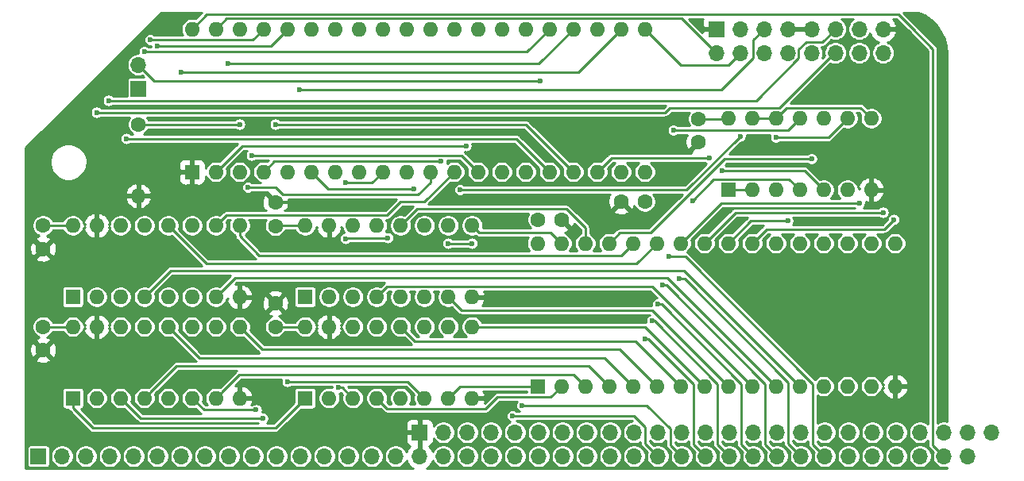
<source format=gbl>
G04 #@! TF.GenerationSoftware,KiCad,Pcbnew,(5.1.12)-1*
G04 #@! TF.CreationDate,2023-07-18T15:57:14+01:00*
G04 #@! TF.ProjectId,CPCRAM,43504352-414d-42e6-9b69-6361645f7063,rev?*
G04 #@! TF.SameCoordinates,Original*
G04 #@! TF.FileFunction,Copper,L2,Bot*
G04 #@! TF.FilePolarity,Positive*
%FSLAX46Y46*%
G04 Gerber Fmt 4.6, Leading zero omitted, Abs format (unit mm)*
G04 Created by KiCad (PCBNEW (5.1.12)-1) date 2023-07-18 15:57:14*
%MOMM*%
%LPD*%
G01*
G04 APERTURE LIST*
G04 #@! TA.AperFunction,ComponentPad*
%ADD10O,1.600000X1.600000*%
G04 #@! TD*
G04 #@! TA.AperFunction,ComponentPad*
%ADD11R,1.600000X1.600000*%
G04 #@! TD*
G04 #@! TA.AperFunction,ComponentPad*
%ADD12O,1.700000X1.700000*%
G04 #@! TD*
G04 #@! TA.AperFunction,ComponentPad*
%ADD13R,1.700000X1.700000*%
G04 #@! TD*
G04 #@! TA.AperFunction,ComponentPad*
%ADD14C,1.600000*%
G04 #@! TD*
G04 #@! TA.AperFunction,ViaPad*
%ADD15C,0.600000*%
G04 #@! TD*
G04 #@! TA.AperFunction,Conductor*
%ADD16C,0.350000*%
G04 #@! TD*
G04 #@! TA.AperFunction,Conductor*
%ADD17C,0.250000*%
G04 #@! TD*
G04 #@! TA.AperFunction,Conductor*
%ADD18C,0.254000*%
G04 #@! TD*
G04 #@! TA.AperFunction,Conductor*
%ADD19C,0.100000*%
G04 #@! TD*
G04 APERTURE END LIST*
D10*
X159385000Y-137795000D03*
X177165000Y-145415000D03*
X161925000Y-137795000D03*
X174625000Y-145415000D03*
X164465000Y-137795000D03*
X172085000Y-145415000D03*
X167005000Y-137795000D03*
X169545000Y-145415000D03*
X169545000Y-137795000D03*
X167005000Y-145415000D03*
X172085000Y-137795000D03*
X164465000Y-145415000D03*
X174625000Y-137795000D03*
X161925000Y-145415000D03*
X177165000Y-137795000D03*
D11*
X159385000Y-145415000D03*
D12*
X245745000Y-108585000D03*
X245745000Y-106045000D03*
X243205000Y-108585000D03*
X243205000Y-106045000D03*
X240665000Y-108585000D03*
X240665000Y-106045000D03*
X238125000Y-108585000D03*
X238125000Y-106045000D03*
X235585000Y-108585000D03*
X235585000Y-106045000D03*
X233045000Y-108585000D03*
X233045000Y-106045000D03*
X230505000Y-108585000D03*
X230505000Y-106045000D03*
X227965000Y-108585000D03*
D13*
X227965000Y-106045000D03*
D12*
X257302000Y-149072600D03*
X254762000Y-149072600D03*
X252222000Y-149072600D03*
X249682000Y-149072600D03*
X247142000Y-149072600D03*
X244602000Y-149072600D03*
X242062000Y-149072600D03*
X239522000Y-149072600D03*
X236982000Y-149072600D03*
X234442000Y-149072600D03*
X231902000Y-149072600D03*
X229362000Y-149072600D03*
X226822000Y-149072600D03*
X224282000Y-149072600D03*
X221742000Y-149072600D03*
X219202000Y-149072600D03*
X216662000Y-149072600D03*
X214122000Y-149072600D03*
X211582000Y-149072600D03*
X209042000Y-149072600D03*
X206502000Y-149072600D03*
X203962000Y-149072600D03*
X201422000Y-149072600D03*
X198882000Y-149072600D03*
D13*
X196342000Y-149072600D03*
D10*
X208915000Y-128905000D03*
X247015000Y-144145000D03*
X211455000Y-128905000D03*
X244475000Y-144145000D03*
X213995000Y-128905000D03*
X241935000Y-144145000D03*
X216535000Y-128905000D03*
X239395000Y-144145000D03*
X219075000Y-128905000D03*
X236855000Y-144145000D03*
X221615000Y-128905000D03*
X234315000Y-144145000D03*
X224155000Y-128905000D03*
X231775000Y-144145000D03*
X226695000Y-128905000D03*
X229235000Y-144145000D03*
X229235000Y-128905000D03*
X226695000Y-144145000D03*
X231775000Y-128905000D03*
X224155000Y-144145000D03*
X234315000Y-128905000D03*
X221615000Y-144145000D03*
X236855000Y-128905000D03*
X219075000Y-144145000D03*
X239395000Y-128905000D03*
X216535000Y-144145000D03*
X241935000Y-128905000D03*
X213995000Y-144145000D03*
X244475000Y-128905000D03*
X211455000Y-144145000D03*
X247015000Y-128905000D03*
D11*
X208915000Y-144145000D03*
D10*
X229235000Y-115570000D03*
X244475000Y-123190000D03*
X231775000Y-115570000D03*
X241935000Y-123190000D03*
X234315000Y-115570000D03*
X239395000Y-123190000D03*
X236855000Y-115570000D03*
X236855000Y-123190000D03*
X239395000Y-115570000D03*
X234315000Y-123190000D03*
X241935000Y-115570000D03*
X231775000Y-123190000D03*
X244475000Y-115570000D03*
D11*
X229235000Y-123190000D03*
D10*
X166370000Y-123825000D03*
D14*
X166370000Y-116205000D03*
D12*
X254762000Y-151612600D03*
X252222000Y-151612600D03*
X249682000Y-151612600D03*
X247142000Y-151612600D03*
X244602000Y-151612600D03*
X242062000Y-151612600D03*
X239522000Y-151612600D03*
X236982000Y-151612600D03*
X234442000Y-151612600D03*
X231902000Y-151612600D03*
X229362000Y-151612600D03*
X226822000Y-151612600D03*
X224282000Y-151612600D03*
X221742000Y-151612600D03*
X219202000Y-151612600D03*
X216662000Y-151612600D03*
X214122000Y-151612600D03*
X211582000Y-151612600D03*
X209042000Y-151612600D03*
X206502000Y-151612600D03*
X203962000Y-151612600D03*
X201422000Y-151612600D03*
X198882000Y-151612600D03*
X196342000Y-151612600D03*
X193802000Y-151612600D03*
X191262000Y-151612600D03*
X188722000Y-151612600D03*
X186182000Y-151612600D03*
X183642000Y-151612600D03*
X181102000Y-151612600D03*
X178562000Y-151612600D03*
X176022000Y-151612600D03*
X173482000Y-151612600D03*
X170942000Y-151612600D03*
X168402000Y-151612600D03*
X165862000Y-151612600D03*
X163322000Y-151612600D03*
X160782000Y-151612600D03*
X158242000Y-151612600D03*
D13*
X155702000Y-151612600D03*
D12*
X166370000Y-109855000D03*
D13*
X166370000Y-112395000D03*
D10*
X159385000Y-127000000D03*
X177165000Y-134620000D03*
X161925000Y-127000000D03*
X174625000Y-134620000D03*
X164465000Y-127000000D03*
X172085000Y-134620000D03*
X167005000Y-127000000D03*
X169545000Y-134620000D03*
X169545000Y-127000000D03*
X167005000Y-134620000D03*
X172085000Y-127000000D03*
X164465000Y-134620000D03*
X174625000Y-127000000D03*
X161925000Y-134620000D03*
X177165000Y-127000000D03*
D11*
X159385000Y-134620000D03*
D10*
X184150000Y-127000000D03*
X201930000Y-134620000D03*
X186690000Y-127000000D03*
X199390000Y-134620000D03*
X189230000Y-127000000D03*
X196850000Y-134620000D03*
X191770000Y-127000000D03*
X194310000Y-134620000D03*
X194310000Y-127000000D03*
X191770000Y-134620000D03*
X196850000Y-127000000D03*
X189230000Y-134620000D03*
X199390000Y-127000000D03*
X186690000Y-134620000D03*
X201930000Y-127000000D03*
D11*
X184150000Y-134620000D03*
D10*
X184150000Y-137795000D03*
X201930000Y-145415000D03*
X186690000Y-137795000D03*
X199390000Y-145415000D03*
X189230000Y-137795000D03*
X196850000Y-145415000D03*
X191770000Y-137795000D03*
X194310000Y-145415000D03*
X194310000Y-137795000D03*
X191770000Y-145415000D03*
X196850000Y-137795000D03*
X189230000Y-145415000D03*
X199390000Y-137795000D03*
X186690000Y-145415000D03*
X201930000Y-137795000D03*
D11*
X184150000Y-145415000D03*
D10*
X172085000Y-106045000D03*
X220345000Y-121285000D03*
X174625000Y-106045000D03*
X217805000Y-121285000D03*
X177165000Y-106045000D03*
X215265000Y-121285000D03*
X179705000Y-106045000D03*
X212725000Y-121285000D03*
X182245000Y-106045000D03*
X210185000Y-121285000D03*
X184785000Y-106045000D03*
X207645000Y-121285000D03*
X187325000Y-106045000D03*
X205105000Y-121285000D03*
X189865000Y-106045000D03*
X202565000Y-121285000D03*
X192405000Y-106045000D03*
X200025000Y-121285000D03*
X194945000Y-106045000D03*
X197485000Y-121285000D03*
X197485000Y-106045000D03*
X194945000Y-121285000D03*
X200025000Y-106045000D03*
X192405000Y-121285000D03*
X202565000Y-106045000D03*
X189865000Y-121285000D03*
X205105000Y-106045000D03*
X187325000Y-121285000D03*
X207645000Y-106045000D03*
X184785000Y-121285000D03*
X210185000Y-106045000D03*
X182245000Y-121285000D03*
X212725000Y-106045000D03*
X179705000Y-121285000D03*
X215265000Y-106045000D03*
X177165000Y-121285000D03*
X217805000Y-106045000D03*
X174625000Y-121285000D03*
X220345000Y-106045000D03*
D11*
X172085000Y-121285000D03*
D14*
X226060000Y-118110000D03*
X226060000Y-115610000D03*
X217845000Y-124460000D03*
X220345000Y-124460000D03*
X211455000Y-126365000D03*
X208955000Y-126365000D03*
X180975000Y-135295000D03*
X180975000Y-137795000D03*
X180975000Y-124540000D03*
X180975000Y-127040000D03*
X156210000Y-140295000D03*
X156210000Y-137795000D03*
X156210000Y-129500000D03*
X156210000Y-127000000D03*
D15*
X239522000Y-111506000D03*
X211455000Y-124333000D03*
X186690000Y-124587000D03*
X252095000Y-146812000D03*
X249809000Y-146812000D03*
X201930000Y-128905000D03*
X199389998Y-128905000D03*
X209232500Y-111569500D03*
X227203000Y-119761000D03*
X167640000Y-107188000D03*
X179632531Y-147574000D03*
X180975000Y-116205000D03*
X168402002Y-107823000D03*
X165100000Y-117729000D03*
X206248002Y-147320000D03*
X178435000Y-119507000D03*
X178932299Y-146679088D03*
X207264002Y-146177000D03*
X220345000Y-139065000D03*
X178054000Y-122936000D03*
X221107000Y-137160000D03*
X192958999Y-128315999D03*
X188468000Y-128397002D03*
X221742000Y-135382000D03*
X188468000Y-122448000D03*
X187706000Y-144272000D03*
X222250000Y-133350000D03*
X224027998Y-132705010D03*
X222885000Y-130302000D03*
X195707000Y-123073000D03*
X167005000Y-108458000D03*
X182245001Y-143637001D03*
X175895000Y-109727998D03*
X198628000Y-120142000D03*
X223392998Y-116840000D03*
X177165000Y-116205000D03*
X170942000Y-110617000D03*
X201295000Y-118491000D03*
X200660000Y-123190000D03*
X230505000Y-117475000D03*
X234315000Y-117602000D03*
X228600000Y-121158000D03*
X225425000Y-124333000D03*
X243205002Y-124587000D03*
X183515000Y-112522000D03*
X245745000Y-125603000D03*
X238125000Y-119888000D03*
X235585000Y-126492000D03*
X246888000Y-126365000D03*
X161925000Y-114934998D03*
X163194998Y-113665000D03*
D16*
X180975000Y-124540000D02*
X186643000Y-124540000D01*
X186643000Y-124540000D02*
X186690000Y-124587000D01*
D17*
X229195000Y-115610000D02*
X229235000Y-115570000D01*
X226060000Y-115610000D02*
X229195000Y-115610000D01*
X159385000Y-127000000D02*
X156210000Y-127000000D01*
X159385000Y-137795000D02*
X156210000Y-137795000D01*
X184150000Y-137795000D02*
X180975000Y-137795000D01*
X181015000Y-127000000D02*
X180975000Y-127040000D01*
X184150000Y-127000000D02*
X181015000Y-127000000D01*
X201930000Y-128905000D02*
X199389998Y-128905000D01*
X175750001Y-104919999D02*
X174625000Y-106045000D01*
X224299999Y-104919999D02*
X175750001Y-104919999D01*
X227965000Y-108585000D02*
X224299999Y-104919999D01*
X166370000Y-109855000D02*
X168084500Y-111569500D01*
X168084500Y-111569500D02*
X209232500Y-111569500D01*
X216789000Y-119761000D02*
X227203000Y-119761000D01*
X215265000Y-121285000D02*
X216789000Y-119761000D01*
X179705000Y-106045000D02*
X178562000Y-107188000D01*
X178562000Y-107188000D02*
X167640000Y-107188000D01*
X164465000Y-145415000D02*
X166624000Y-147574000D01*
X166624000Y-147574000D02*
X179632531Y-147574000D01*
X212725000Y-121285000D02*
X207645000Y-116205000D01*
X207645000Y-116205000D02*
X180975000Y-116205000D01*
X182245000Y-106045000D02*
X180467000Y-107823000D01*
X180467000Y-107823000D02*
X168402002Y-107823000D01*
X210185000Y-121285000D02*
X206629000Y-117729000D01*
X206629000Y-117729000D02*
X165100000Y-117729000D01*
X220377001Y-148508599D02*
X219188402Y-147320000D01*
X221742000Y-151612600D02*
X220377001Y-150247601D01*
X220377001Y-150247601D02*
X220377001Y-148508599D01*
X219188402Y-147320000D02*
X206248002Y-147320000D01*
X202565000Y-121285000D02*
X200787000Y-119507000D01*
X200787000Y-119507000D02*
X178435000Y-119507000D01*
X172085000Y-145415000D02*
X173349088Y-146679088D01*
X173349088Y-146679088D02*
X178932299Y-146679088D01*
X220585402Y-146177000D02*
X207264002Y-146177000D01*
X224282000Y-151612600D02*
X223106999Y-150437599D01*
X223106999Y-150437599D02*
X223106999Y-148698597D01*
X223106999Y-148698597D02*
X220585402Y-146177000D01*
X200025000Y-121285000D02*
X196850000Y-124460000D01*
X192895001Y-125874999D02*
X194310000Y-124460000D01*
X175750001Y-125874999D02*
X192895001Y-125874999D01*
X174625000Y-127000000D02*
X175750001Y-125874999D01*
X196850000Y-124460000D02*
X194310000Y-124460000D01*
X220740002Y-139065000D02*
X220345000Y-139065000D01*
X225569999Y-143894997D02*
X220740002Y-139065000D01*
X225569999Y-150360599D02*
X225569999Y-143894997D01*
X226822000Y-151612600D02*
X225569999Y-150360599D01*
X197485000Y-121285000D02*
X197485000Y-122416370D01*
X197485000Y-122416370D02*
X196203370Y-123698000D01*
X181798002Y-123698000D02*
X181036002Y-122936000D01*
X196203370Y-123698000D02*
X181798002Y-123698000D01*
X181036002Y-122936000D02*
X178054000Y-122936000D01*
X221375002Y-137160000D02*
X221107000Y-137160000D01*
X228109999Y-143894997D02*
X221375002Y-137160000D01*
X228109999Y-150360599D02*
X228109999Y-143894997D01*
X229362000Y-151612600D02*
X228109999Y-150360599D01*
X188549003Y-128315999D02*
X188468000Y-128397002D01*
X192958999Y-128315999D02*
X188549003Y-128315999D01*
X222137002Y-135382000D02*
X221742000Y-135382000D01*
X230649999Y-143894997D02*
X222137002Y-135382000D01*
X230649999Y-150360599D02*
X230649999Y-143894997D01*
X231902000Y-151612600D02*
X230649999Y-150360599D01*
X191242000Y-122448000D02*
X188468000Y-122448000D01*
X192405000Y-121285000D02*
X191242000Y-122448000D01*
X189230000Y-145415000D02*
X188087000Y-144272000D01*
X188087000Y-144272000D02*
X187706000Y-144272000D01*
X222645002Y-133350000D02*
X222250000Y-133350000D01*
X233189999Y-143894997D02*
X222645002Y-133350000D01*
X233189999Y-150360599D02*
X233189999Y-143894997D01*
X234442000Y-151612600D02*
X233189999Y-150360599D01*
X224579262Y-132705010D02*
X224027998Y-132705010D01*
X235617001Y-143742749D02*
X224579262Y-132705010D01*
X235617001Y-150247601D02*
X235617001Y-143742749D01*
X236982000Y-151612600D02*
X235617001Y-150247601D01*
X224677002Y-130302000D02*
X222885000Y-130302000D01*
X238269999Y-143894997D02*
X224677002Y-130302000D01*
X238269999Y-150360599D02*
X238269999Y-143894997D01*
X239522000Y-151612600D02*
X238269999Y-150360599D01*
X186573000Y-123073000D02*
X184785000Y-121285000D01*
X195707000Y-123073000D02*
X186573000Y-123073000D01*
X210185000Y-106045000D02*
X207772000Y-108458000D01*
X207772000Y-108458000D02*
X167005000Y-108458000D01*
X182245002Y-143637000D02*
X182245001Y-143637001D01*
X195072000Y-143637000D02*
X182245002Y-143637000D01*
X196850000Y-145415000D02*
X195072000Y-143637000D01*
X209042002Y-109727998D02*
X175895000Y-109727998D01*
X212725000Y-106045000D02*
X209042002Y-109727998D01*
X180848000Y-120142000D02*
X179705000Y-121285000D01*
X198628000Y-120142000D02*
X180848000Y-120142000D01*
X236855000Y-115570000D02*
X235585000Y-116840000D01*
X235585000Y-116840000D02*
X223392998Y-116840000D01*
X166370000Y-116205000D02*
X177165000Y-116205000D01*
X217805000Y-106045000D02*
X213233000Y-110617000D01*
X213233000Y-110617000D02*
X170942000Y-110617000D01*
X177419000Y-118491000D02*
X201295000Y-118491000D01*
X174625000Y-121285000D02*
X177419000Y-118491000D01*
X224155000Y-109855000D02*
X220345000Y-106045000D01*
X229235000Y-109855000D02*
X224155000Y-109855000D01*
X230505000Y-108585000D02*
X229235000Y-109855000D01*
X200660000Y-123190000D02*
X224790000Y-123190000D01*
X224790000Y-123190000D02*
X230505000Y-117475000D01*
X239903000Y-117602000D02*
X241935000Y-115570000D01*
X234315000Y-117602000D02*
X239903000Y-117602000D01*
X237363000Y-121158000D02*
X228600000Y-121158000D01*
X239395000Y-123190000D02*
X237363000Y-121158000D01*
X229235000Y-123190000D02*
X231775000Y-123190000D01*
X227693001Y-122064999D02*
X225425000Y-124333000D01*
X235729999Y-122064999D02*
X227693001Y-122064999D01*
X236855000Y-123190000D02*
X235729999Y-122064999D01*
X202709999Y-127779999D02*
X201930000Y-127000000D01*
X210329999Y-127779999D02*
X202709999Y-127779999D01*
X211455000Y-128905000D02*
X210329999Y-127779999D01*
X222250000Y-137160000D02*
X229235000Y-144145000D01*
X221107000Y-136017000D02*
X222250000Y-137160000D01*
X200787000Y-136017000D02*
X221107000Y-136017000D01*
X199390000Y-134620000D02*
X200787000Y-136017000D01*
X220345000Y-137795000D02*
X221234000Y-138684000D01*
X201930000Y-137795000D02*
X220345000Y-137795000D01*
X221234000Y-138684000D02*
X226695000Y-144145000D01*
X199390000Y-145415000D02*
X200660000Y-144145000D01*
X200660000Y-144145000D02*
X207010000Y-144145000D01*
X207010000Y-144145000D02*
X208915000Y-144145000D01*
X195834000Y-139319000D02*
X194310000Y-137795000D01*
X219329000Y-139319000D02*
X195834000Y-139319000D01*
X224155000Y-144145000D02*
X219329000Y-139319000D01*
X221297500Y-133667500D02*
X231775000Y-144145000D01*
X221124999Y-133494999D02*
X221297500Y-133667500D01*
X192895001Y-133494999D02*
X221124999Y-133494999D01*
X191770000Y-134620000D02*
X192895001Y-133494999D01*
X211995001Y-125239999D02*
X196070001Y-125239999D01*
X213995000Y-127239998D02*
X211995001Y-125239999D01*
X196070001Y-125239999D02*
X194310000Y-127000000D01*
X213995000Y-128905000D02*
X213995000Y-127239998D01*
X210329999Y-145270001D02*
X211455000Y-144145000D01*
X204660498Y-145270001D02*
X210329999Y-145270001D01*
X203390498Y-146540001D02*
X204660498Y-145270001D01*
X192895001Y-146540001D02*
X203390498Y-146540001D01*
X191770000Y-145415000D02*
X192895001Y-146540001D01*
X177165000Y-128131370D02*
X177165000Y-127000000D01*
X179208630Y-130175000D02*
X177165000Y-128131370D01*
X217805000Y-130175000D02*
X179208630Y-130175000D01*
X219075000Y-128905000D02*
X217805000Y-130175000D01*
X175424999Y-133820001D02*
X174625000Y-134620000D01*
X176657000Y-132588000D02*
X175424999Y-133820001D01*
X222758000Y-132588000D02*
X176657000Y-132588000D01*
X234315000Y-144145000D02*
X222758000Y-132588000D01*
X221615000Y-144145000D02*
X217678000Y-140208000D01*
X186182000Y-140208000D02*
X179578000Y-140208000D01*
X179578000Y-140208000D02*
X177165000Y-137795000D01*
X217678000Y-140208000D02*
X186182000Y-140208000D01*
X175424999Y-144615001D02*
X174625000Y-145415000D01*
X177155002Y-142884998D02*
X175424999Y-144615001D01*
X212734998Y-142884998D02*
X177155002Y-142884998D01*
X213995000Y-144145000D02*
X212734998Y-142884998D01*
X170344999Y-138594999D02*
X169545000Y-137795000D01*
X172847000Y-141097000D02*
X170344999Y-138594999D01*
X216027000Y-141097000D02*
X172847000Y-141097000D01*
X219075000Y-144145000D02*
X216027000Y-141097000D01*
X167804999Y-144615001D02*
X167005000Y-145415000D01*
X170434000Y-141986000D02*
X167804999Y-144615001D01*
X214376000Y-141986000D02*
X170434000Y-141986000D01*
X216535000Y-144145000D02*
X214376000Y-141986000D01*
X173609000Y-131064000D02*
X169545000Y-127000000D01*
X219456000Y-131064000D02*
X173609000Y-131064000D01*
X221615000Y-128905000D02*
X219456000Y-131064000D01*
X167804999Y-133820001D02*
X167005000Y-134620000D01*
X169799000Y-131826000D02*
X167804999Y-133820001D01*
X224536000Y-131826000D02*
X169799000Y-131826000D01*
X236855000Y-144145000D02*
X224536000Y-131826000D01*
X224155000Y-128905000D02*
X228473000Y-124587000D01*
X228473000Y-124587000D02*
X243205002Y-124587000D01*
X247344989Y-104469989D02*
X248793000Y-105918000D01*
X173660011Y-104469989D02*
X247344989Y-104469989D01*
X172085000Y-106045000D02*
X173660011Y-104469989D01*
X251046999Y-108171999D02*
X248793000Y-105918000D01*
X251046999Y-150437599D02*
X251046999Y-108171999D01*
X252222000Y-151612600D02*
X251046999Y-150437599D01*
X235440001Y-114444999D02*
X234315000Y-115570000D01*
X243349999Y-114444999D02*
X235440001Y-114444999D01*
X244475000Y-115570000D02*
X243349999Y-114444999D01*
X234315000Y-115570000D02*
X231775000Y-115570000D01*
X180975000Y-148590000D02*
X184150000Y-145415000D01*
X161510000Y-148590000D02*
X180975000Y-148590000D01*
X159385000Y-146465000D02*
X161510000Y-148590000D01*
X159385000Y-145415000D02*
X159385000Y-146465000D01*
X228473000Y-112522000D02*
X183515000Y-112522000D01*
X231869999Y-107220001D02*
X231869999Y-109125001D01*
X233045000Y-106045000D02*
X231869999Y-107220001D01*
X231869999Y-109125001D02*
X228473000Y-112522000D01*
X226695000Y-128905000D02*
X229997000Y-125603000D01*
X229997000Y-125603000D02*
X245745000Y-125603000D01*
X216535000Y-128905000D02*
X217660001Y-127779999D01*
X217660001Y-127779999D02*
X220962001Y-127779999D01*
X220962001Y-127779999D02*
X228854000Y-119888000D01*
X228854000Y-119888000D02*
X238125000Y-119888000D01*
X229235000Y-128905000D02*
X231648000Y-126492000D01*
X231648000Y-126492000D02*
X235585000Y-126492000D01*
X231775000Y-128905000D02*
X233299000Y-127381000D01*
X245872000Y-127381000D02*
X245618000Y-127381000D01*
X246888000Y-126365000D02*
X245872000Y-127381000D01*
X233299000Y-127381000D02*
X245618000Y-127381000D01*
X240665000Y-108585000D02*
X240500413Y-108585000D01*
X240500413Y-108585000D02*
X234658413Y-114427000D01*
X222504002Y-114934998D02*
X223012000Y-114427000D01*
X161925000Y-114934998D02*
X222504002Y-114934998D01*
X234658413Y-114427000D02*
X223012000Y-114427000D01*
X232244002Y-113665000D02*
X231267000Y-113665000D01*
X236760001Y-109149001D02*
X232244002Y-113665000D01*
X236760001Y-108210997D02*
X236760001Y-109149001D01*
X237560999Y-107409999D02*
X236760001Y-108210997D01*
X240665000Y-106045000D02*
X239300001Y-107409999D01*
X239300001Y-107409999D02*
X237560999Y-107409999D01*
X231267000Y-113665000D02*
X163194998Y-113665000D01*
D18*
X172482898Y-104931510D02*
X172429485Y-104909386D01*
X172201318Y-104864000D01*
X171968682Y-104864000D01*
X171740515Y-104909386D01*
X171525587Y-104998412D01*
X171332157Y-105127658D01*
X171167658Y-105292157D01*
X171038412Y-105485587D01*
X170949386Y-105700515D01*
X170904000Y-105928682D01*
X170904000Y-106161318D01*
X170949386Y-106389485D01*
X171038412Y-106604413D01*
X171090254Y-106682000D01*
X168097079Y-106682000D01*
X168074112Y-106659033D01*
X167962574Y-106584506D01*
X167838640Y-106533171D01*
X167707073Y-106507000D01*
X167572927Y-106507000D01*
X167441360Y-106533171D01*
X167317426Y-106584506D01*
X167205888Y-106659033D01*
X167111033Y-106753888D01*
X167036506Y-106865426D01*
X166985171Y-106989360D01*
X166959000Y-107120927D01*
X166959000Y-107255073D01*
X166985171Y-107386640D01*
X167036506Y-107510574D01*
X167111033Y-107622112D01*
X167205888Y-107716967D01*
X167317426Y-107791494D01*
X167441360Y-107842829D01*
X167572927Y-107869000D01*
X167707073Y-107869000D01*
X167721002Y-107866229D01*
X167721002Y-107890073D01*
X167733320Y-107952000D01*
X167462079Y-107952000D01*
X167439112Y-107929033D01*
X167327574Y-107854506D01*
X167203640Y-107803171D01*
X167072073Y-107777000D01*
X166937927Y-107777000D01*
X166806360Y-107803171D01*
X166682426Y-107854506D01*
X166570888Y-107929033D01*
X166476033Y-108023888D01*
X166401506Y-108135426D01*
X166350171Y-108259360D01*
X166324000Y-108390927D01*
X166324000Y-108525073D01*
X166343678Y-108624000D01*
X166248757Y-108624000D01*
X166010931Y-108671307D01*
X165786903Y-108764102D01*
X165585283Y-108898820D01*
X165413820Y-109070283D01*
X165279102Y-109271903D01*
X165186307Y-109495931D01*
X165139000Y-109733757D01*
X165139000Y-109976243D01*
X165186307Y-110214069D01*
X165279102Y-110438097D01*
X165413820Y-110639717D01*
X165585283Y-110811180D01*
X165786903Y-110945898D01*
X166010931Y-111038693D01*
X166248757Y-111086000D01*
X166491243Y-111086000D01*
X166729069Y-111038693D01*
X166806167Y-111006758D01*
X166961565Y-111162157D01*
X165520000Y-111162157D01*
X165445311Y-111169513D01*
X165373492Y-111191299D01*
X165307304Y-111226678D01*
X165249289Y-111274289D01*
X165201678Y-111332304D01*
X165166299Y-111398492D01*
X165144513Y-111470311D01*
X165137157Y-111545000D01*
X165137157Y-113159000D01*
X163652077Y-113159000D01*
X163629110Y-113136033D01*
X163517572Y-113061506D01*
X163393638Y-113010171D01*
X163262071Y-112984000D01*
X163127925Y-112984000D01*
X162996358Y-113010171D01*
X162872424Y-113061506D01*
X162760886Y-113136033D01*
X162666031Y-113230888D01*
X162591504Y-113342426D01*
X162540169Y-113466360D01*
X162513998Y-113597927D01*
X162513998Y-113732073D01*
X162540169Y-113863640D01*
X162591504Y-113987574D01*
X162666031Y-114099112D01*
X162760886Y-114193967D01*
X162872424Y-114268494D01*
X162996358Y-114319829D01*
X163127925Y-114346000D01*
X163262071Y-114346000D01*
X163393638Y-114319829D01*
X163517572Y-114268494D01*
X163629110Y-114193967D01*
X163652077Y-114171000D01*
X222552408Y-114171000D01*
X222294411Y-114428998D01*
X162382079Y-114428998D01*
X162359112Y-114406031D01*
X162247574Y-114331504D01*
X162123640Y-114280169D01*
X161992073Y-114253998D01*
X161857927Y-114253998D01*
X161726360Y-114280169D01*
X161602426Y-114331504D01*
X161490888Y-114406031D01*
X161396033Y-114500886D01*
X161321506Y-114612424D01*
X161270171Y-114736358D01*
X161244000Y-114867925D01*
X161244000Y-115002071D01*
X161270171Y-115133638D01*
X161321506Y-115257572D01*
X161396033Y-115369110D01*
X161490888Y-115463965D01*
X161602426Y-115538492D01*
X161726360Y-115589827D01*
X161857927Y-115615998D01*
X161992073Y-115615998D01*
X162123640Y-115589827D01*
X162247574Y-115538492D01*
X162359112Y-115463965D01*
X162382079Y-115440998D01*
X165463817Y-115440998D01*
X165452658Y-115452157D01*
X165323412Y-115645587D01*
X165234386Y-115860515D01*
X165189000Y-116088682D01*
X165189000Y-116321318D01*
X165234386Y-116549485D01*
X165323412Y-116764413D01*
X165452658Y-116957843D01*
X165617157Y-117122342D01*
X165767802Y-117223000D01*
X165557079Y-117223000D01*
X165534112Y-117200033D01*
X165422574Y-117125506D01*
X165298640Y-117074171D01*
X165167073Y-117048000D01*
X165032927Y-117048000D01*
X164901360Y-117074171D01*
X164777426Y-117125506D01*
X164665888Y-117200033D01*
X164571033Y-117294888D01*
X164496506Y-117406426D01*
X164445171Y-117530360D01*
X164419000Y-117661927D01*
X164419000Y-117796073D01*
X164445171Y-117927640D01*
X164496506Y-118051574D01*
X164571033Y-118163112D01*
X164665888Y-118257967D01*
X164777426Y-118332494D01*
X164901360Y-118383829D01*
X165032927Y-118410000D01*
X165167073Y-118410000D01*
X165298640Y-118383829D01*
X165422574Y-118332494D01*
X165534112Y-118257967D01*
X165557079Y-118235000D01*
X176959408Y-118235000D01*
X175022898Y-120171510D01*
X174969485Y-120149386D01*
X174741318Y-120104000D01*
X174508682Y-120104000D01*
X174280515Y-120149386D01*
X174065587Y-120238412D01*
X173872157Y-120367658D01*
X173707658Y-120532157D01*
X173578412Y-120725587D01*
X173520804Y-120864665D01*
X173523072Y-120485000D01*
X173510812Y-120360518D01*
X173474502Y-120240820D01*
X173415537Y-120130506D01*
X173336185Y-120033815D01*
X173239494Y-119954463D01*
X173129180Y-119895498D01*
X173009482Y-119859188D01*
X172885000Y-119846928D01*
X172370750Y-119850000D01*
X172212000Y-120008750D01*
X172212000Y-121158000D01*
X172232000Y-121158000D01*
X172232000Y-121412000D01*
X172212000Y-121412000D01*
X172212000Y-122561250D01*
X172370750Y-122720000D01*
X172885000Y-122723072D01*
X173009482Y-122710812D01*
X173129180Y-122674502D01*
X173239494Y-122615537D01*
X173336185Y-122536185D01*
X173415537Y-122439494D01*
X173474502Y-122329180D01*
X173510812Y-122209482D01*
X173523072Y-122085000D01*
X173520804Y-121705335D01*
X173578412Y-121844413D01*
X173707658Y-122037843D01*
X173872157Y-122202342D01*
X174065587Y-122331588D01*
X174280515Y-122420614D01*
X174508682Y-122466000D01*
X174741318Y-122466000D01*
X174969485Y-122420614D01*
X175184413Y-122331588D01*
X175377843Y-122202342D01*
X175542342Y-122037843D01*
X175671588Y-121844413D01*
X175760614Y-121629485D01*
X175806000Y-121401318D01*
X175806000Y-121168682D01*
X175984000Y-121168682D01*
X175984000Y-121401318D01*
X176029386Y-121629485D01*
X176118412Y-121844413D01*
X176247658Y-122037843D01*
X176412157Y-122202342D01*
X176605587Y-122331588D01*
X176820515Y-122420614D01*
X177048682Y-122466000D01*
X177281318Y-122466000D01*
X177509485Y-122420614D01*
X177724413Y-122331588D01*
X177917843Y-122202342D01*
X178082342Y-122037843D01*
X178211588Y-121844413D01*
X178300614Y-121629485D01*
X178346000Y-121401318D01*
X178346000Y-121168682D01*
X178300614Y-120940515D01*
X178211588Y-120725587D01*
X178082342Y-120532157D01*
X177917843Y-120367658D01*
X177724413Y-120238412D01*
X177509485Y-120149386D01*
X177281318Y-120104000D01*
X177048682Y-120104000D01*
X176820515Y-120149386D01*
X176605587Y-120238412D01*
X176412157Y-120367658D01*
X176247658Y-120532157D01*
X176118412Y-120725587D01*
X176029386Y-120940515D01*
X175984000Y-121168682D01*
X175806000Y-121168682D01*
X175760614Y-120940515D01*
X175738490Y-120887102D01*
X177628592Y-118997000D01*
X177981921Y-118997000D01*
X177906033Y-119072888D01*
X177831506Y-119184426D01*
X177780171Y-119308360D01*
X177754000Y-119439927D01*
X177754000Y-119574073D01*
X177780171Y-119705640D01*
X177831506Y-119829574D01*
X177906033Y-119941112D01*
X178000888Y-120035967D01*
X178112426Y-120110494D01*
X178236360Y-120161829D01*
X178367927Y-120188000D01*
X178502073Y-120188000D01*
X178633640Y-120161829D01*
X178757574Y-120110494D01*
X178869112Y-120035967D01*
X178892079Y-120013000D01*
X180261408Y-120013000D01*
X180102898Y-120171510D01*
X180049485Y-120149386D01*
X179821318Y-120104000D01*
X179588682Y-120104000D01*
X179360515Y-120149386D01*
X179145587Y-120238412D01*
X178952157Y-120367658D01*
X178787658Y-120532157D01*
X178658412Y-120725587D01*
X178569386Y-120940515D01*
X178524000Y-121168682D01*
X178524000Y-121401318D01*
X178569386Y-121629485D01*
X178658412Y-121844413D01*
X178787658Y-122037843D01*
X178952157Y-122202342D01*
X179145587Y-122331588D01*
X179360515Y-122420614D01*
X179407701Y-122430000D01*
X178511079Y-122430000D01*
X178488112Y-122407033D01*
X178376574Y-122332506D01*
X178252640Y-122281171D01*
X178121073Y-122255000D01*
X177986927Y-122255000D01*
X177855360Y-122281171D01*
X177731426Y-122332506D01*
X177619888Y-122407033D01*
X177525033Y-122501888D01*
X177450506Y-122613426D01*
X177399171Y-122737360D01*
X177373000Y-122868927D01*
X177373000Y-123003073D01*
X177399171Y-123134640D01*
X177450506Y-123258574D01*
X177525033Y-123370112D01*
X177619888Y-123464967D01*
X177731426Y-123539494D01*
X177855360Y-123590829D01*
X177986927Y-123617000D01*
X178121073Y-123617000D01*
X178252640Y-123590829D01*
X178376574Y-123539494D01*
X178488112Y-123464967D01*
X178511079Y-123442000D01*
X180192799Y-123442000D01*
X180161903Y-123547298D01*
X180975000Y-124360395D01*
X180989143Y-124346253D01*
X181168748Y-124525858D01*
X181154605Y-124540000D01*
X181168748Y-124554143D01*
X180989143Y-124733748D01*
X180975000Y-124719605D01*
X180960858Y-124733748D01*
X180781253Y-124554143D01*
X180795395Y-124540000D01*
X179982298Y-123726903D01*
X179738329Y-123798486D01*
X179617429Y-124053996D01*
X179548700Y-124328184D01*
X179534783Y-124610512D01*
X179576213Y-124890130D01*
X179671397Y-125156292D01*
X179738329Y-125281514D01*
X179982296Y-125353097D01*
X179966394Y-125368999D01*
X175774855Y-125368999D01*
X175750001Y-125366551D01*
X175725147Y-125368999D01*
X175650808Y-125376321D01*
X175555426Y-125405254D01*
X175467522Y-125452240D01*
X175390474Y-125515472D01*
X175374630Y-125534778D01*
X175022898Y-125886510D01*
X174969485Y-125864386D01*
X174741318Y-125819000D01*
X174508682Y-125819000D01*
X174280515Y-125864386D01*
X174065587Y-125953412D01*
X173872157Y-126082658D01*
X173707658Y-126247157D01*
X173578412Y-126440587D01*
X173489386Y-126655515D01*
X173444000Y-126883682D01*
X173444000Y-127116318D01*
X173489386Y-127344485D01*
X173578412Y-127559413D01*
X173707658Y-127752843D01*
X173872157Y-127917342D01*
X174065587Y-128046588D01*
X174280515Y-128135614D01*
X174508682Y-128181000D01*
X174741318Y-128181000D01*
X174969485Y-128135614D01*
X175184413Y-128046588D01*
X175377843Y-127917342D01*
X175542342Y-127752843D01*
X175671588Y-127559413D01*
X175760614Y-127344485D01*
X175806000Y-127116318D01*
X175806000Y-126883682D01*
X175760614Y-126655515D01*
X175738490Y-126602102D01*
X175959593Y-126380999D01*
X176158227Y-126380999D01*
X176118412Y-126440587D01*
X176029386Y-126655515D01*
X175984000Y-126883682D01*
X175984000Y-127116318D01*
X176029386Y-127344485D01*
X176118412Y-127559413D01*
X176247658Y-127752843D01*
X176412157Y-127917342D01*
X176605587Y-128046588D01*
X176659000Y-128068712D01*
X176659000Y-128106523D01*
X176656553Y-128131370D01*
X176659000Y-128156216D01*
X176659000Y-128156223D01*
X176666322Y-128230562D01*
X176695255Y-128325944D01*
X176742241Y-128413849D01*
X176805473Y-128490897D01*
X176824785Y-128506746D01*
X178833258Y-130515220D01*
X178849103Y-130534527D01*
X178877705Y-130558000D01*
X173818592Y-130558000D01*
X170658490Y-127397898D01*
X170680614Y-127344485D01*
X170726000Y-127116318D01*
X170726000Y-126883682D01*
X170904000Y-126883682D01*
X170904000Y-127116318D01*
X170949386Y-127344485D01*
X171038412Y-127559413D01*
X171167658Y-127752843D01*
X171332157Y-127917342D01*
X171525587Y-128046588D01*
X171740515Y-128135614D01*
X171968682Y-128181000D01*
X172201318Y-128181000D01*
X172429485Y-128135614D01*
X172644413Y-128046588D01*
X172837843Y-127917342D01*
X173002342Y-127752843D01*
X173131588Y-127559413D01*
X173220614Y-127344485D01*
X173266000Y-127116318D01*
X173266000Y-126883682D01*
X173220614Y-126655515D01*
X173131588Y-126440587D01*
X173002342Y-126247157D01*
X172837843Y-126082658D01*
X172644413Y-125953412D01*
X172429485Y-125864386D01*
X172201318Y-125819000D01*
X171968682Y-125819000D01*
X171740515Y-125864386D01*
X171525587Y-125953412D01*
X171332157Y-126082658D01*
X171167658Y-126247157D01*
X171038412Y-126440587D01*
X170949386Y-126655515D01*
X170904000Y-126883682D01*
X170726000Y-126883682D01*
X170680614Y-126655515D01*
X170591588Y-126440587D01*
X170462342Y-126247157D01*
X170297843Y-126082658D01*
X170104413Y-125953412D01*
X169889485Y-125864386D01*
X169661318Y-125819000D01*
X169428682Y-125819000D01*
X169200515Y-125864386D01*
X168985587Y-125953412D01*
X168792157Y-126082658D01*
X168627658Y-126247157D01*
X168498412Y-126440587D01*
X168409386Y-126655515D01*
X168364000Y-126883682D01*
X168364000Y-127116318D01*
X168409386Y-127344485D01*
X168498412Y-127559413D01*
X168627658Y-127752843D01*
X168792157Y-127917342D01*
X168985587Y-128046588D01*
X169200515Y-128135614D01*
X169428682Y-128181000D01*
X169661318Y-128181000D01*
X169889485Y-128135614D01*
X169942898Y-128113490D01*
X173149408Y-131320000D01*
X169823845Y-131320000D01*
X169798999Y-131317553D01*
X169774153Y-131320000D01*
X169774146Y-131320000D01*
X169709694Y-131326348D01*
X169699806Y-131327322D01*
X169677607Y-131334056D01*
X169604425Y-131356255D01*
X169516521Y-131403241D01*
X169439473Y-131466473D01*
X169423628Y-131485780D01*
X167464782Y-133444627D01*
X167464777Y-133444631D01*
X167402898Y-133506510D01*
X167349485Y-133484386D01*
X167121318Y-133439000D01*
X166888682Y-133439000D01*
X166660515Y-133484386D01*
X166445587Y-133573412D01*
X166252157Y-133702658D01*
X166087658Y-133867157D01*
X165958412Y-134060587D01*
X165869386Y-134275515D01*
X165824000Y-134503682D01*
X165824000Y-134736318D01*
X165869386Y-134964485D01*
X165958412Y-135179413D01*
X166087658Y-135372843D01*
X166252157Y-135537342D01*
X166445587Y-135666588D01*
X166660515Y-135755614D01*
X166888682Y-135801000D01*
X167121318Y-135801000D01*
X167349485Y-135755614D01*
X167564413Y-135666588D01*
X167757843Y-135537342D01*
X167922342Y-135372843D01*
X168051588Y-135179413D01*
X168140614Y-134964485D01*
X168186000Y-134736318D01*
X168186000Y-134503682D01*
X168364000Y-134503682D01*
X168364000Y-134736318D01*
X168409386Y-134964485D01*
X168498412Y-135179413D01*
X168627658Y-135372843D01*
X168792157Y-135537342D01*
X168985587Y-135666588D01*
X169200515Y-135755614D01*
X169428682Y-135801000D01*
X169661318Y-135801000D01*
X169889485Y-135755614D01*
X170104413Y-135666588D01*
X170297843Y-135537342D01*
X170462342Y-135372843D01*
X170591588Y-135179413D01*
X170680614Y-134964485D01*
X170726000Y-134736318D01*
X170726000Y-134503682D01*
X170904000Y-134503682D01*
X170904000Y-134736318D01*
X170949386Y-134964485D01*
X171038412Y-135179413D01*
X171167658Y-135372843D01*
X171332157Y-135537342D01*
X171525587Y-135666588D01*
X171740515Y-135755614D01*
X171968682Y-135801000D01*
X172201318Y-135801000D01*
X172429485Y-135755614D01*
X172644413Y-135666588D01*
X172837843Y-135537342D01*
X173002342Y-135372843D01*
X173131588Y-135179413D01*
X173220614Y-134964485D01*
X173266000Y-134736318D01*
X173266000Y-134503682D01*
X173220614Y-134275515D01*
X173131588Y-134060587D01*
X173002342Y-133867157D01*
X172837843Y-133702658D01*
X172644413Y-133573412D01*
X172429485Y-133484386D01*
X172201318Y-133439000D01*
X171968682Y-133439000D01*
X171740515Y-133484386D01*
X171525587Y-133573412D01*
X171332157Y-133702658D01*
X171167658Y-133867157D01*
X171038412Y-134060587D01*
X170949386Y-134275515D01*
X170904000Y-134503682D01*
X170726000Y-134503682D01*
X170680614Y-134275515D01*
X170591588Y-134060587D01*
X170462342Y-133867157D01*
X170297843Y-133702658D01*
X170104413Y-133573412D01*
X169889485Y-133484386D01*
X169661318Y-133439000D01*
X169428682Y-133439000D01*
X169200515Y-133484386D01*
X168985587Y-133573412D01*
X168792157Y-133702658D01*
X168627658Y-133867157D01*
X168498412Y-134060587D01*
X168409386Y-134275515D01*
X168364000Y-134503682D01*
X168186000Y-134503682D01*
X168140614Y-134275515D01*
X168118490Y-134222102D01*
X168180369Y-134160223D01*
X168180373Y-134160218D01*
X170008592Y-132332000D01*
X176197408Y-132332000D01*
X175084782Y-133444627D01*
X175084777Y-133444631D01*
X175022898Y-133506510D01*
X174969485Y-133484386D01*
X174741318Y-133439000D01*
X174508682Y-133439000D01*
X174280515Y-133484386D01*
X174065587Y-133573412D01*
X173872157Y-133702658D01*
X173707658Y-133867157D01*
X173578412Y-134060587D01*
X173489386Y-134275515D01*
X173444000Y-134503682D01*
X173444000Y-134736318D01*
X173489386Y-134964485D01*
X173578412Y-135179413D01*
X173707658Y-135372843D01*
X173872157Y-135537342D01*
X174065587Y-135666588D01*
X174280515Y-135755614D01*
X174508682Y-135801000D01*
X174741318Y-135801000D01*
X174969485Y-135755614D01*
X175184413Y-135666588D01*
X175377843Y-135537342D01*
X175542342Y-135372843D01*
X175671588Y-135179413D01*
X175760614Y-134964485D01*
X175803875Y-134747002D01*
X175894375Y-134747002D01*
X175773091Y-134969040D01*
X175867930Y-135233881D01*
X176012615Y-135475131D01*
X176201586Y-135683519D01*
X176427580Y-135851037D01*
X176681913Y-135971246D01*
X176815961Y-136011904D01*
X177038000Y-135889915D01*
X177038000Y-134747000D01*
X177292000Y-134747000D01*
X177292000Y-135889915D01*
X177514039Y-136011904D01*
X177648087Y-135971246D01*
X177902420Y-135851037D01*
X178128414Y-135683519D01*
X178317385Y-135475131D01*
X178383126Y-135365512D01*
X179534783Y-135365512D01*
X179576213Y-135645130D01*
X179671397Y-135911292D01*
X179738329Y-136036514D01*
X179982298Y-136108097D01*
X180795395Y-135295000D01*
X181154605Y-135295000D01*
X181967702Y-136108097D01*
X182211671Y-136036514D01*
X182332571Y-135781004D01*
X182401300Y-135506816D01*
X182415217Y-135224488D01*
X182373787Y-134944870D01*
X182278603Y-134678708D01*
X182211671Y-134553486D01*
X181967702Y-134481903D01*
X181154605Y-135295000D01*
X180795395Y-135295000D01*
X179982298Y-134481903D01*
X179738329Y-134553486D01*
X179617429Y-134808996D01*
X179548700Y-135083184D01*
X179534783Y-135365512D01*
X178383126Y-135365512D01*
X178462070Y-135233881D01*
X178556909Y-134969040D01*
X178435624Y-134747000D01*
X177292000Y-134747000D01*
X177038000Y-134747000D01*
X177018000Y-134747000D01*
X177018000Y-134493000D01*
X177038000Y-134493000D01*
X177038000Y-133350085D01*
X177292000Y-133350085D01*
X177292000Y-134493000D01*
X178435624Y-134493000D01*
X178539791Y-134302298D01*
X180161903Y-134302298D01*
X180975000Y-135115395D01*
X181788097Y-134302298D01*
X181716514Y-134058329D01*
X181461004Y-133937429D01*
X181186816Y-133868700D01*
X180904488Y-133854783D01*
X180624870Y-133896213D01*
X180358708Y-133991397D01*
X180233486Y-134058329D01*
X180161903Y-134302298D01*
X178539791Y-134302298D01*
X178556909Y-134270960D01*
X178462070Y-134006119D01*
X178350449Y-133820000D01*
X182967157Y-133820000D01*
X182967157Y-135420000D01*
X182974513Y-135494689D01*
X182996299Y-135566508D01*
X183031678Y-135632696D01*
X183079289Y-135690711D01*
X183137304Y-135738322D01*
X183203492Y-135773701D01*
X183275311Y-135795487D01*
X183350000Y-135802843D01*
X184950000Y-135802843D01*
X185024689Y-135795487D01*
X185096508Y-135773701D01*
X185162696Y-135738322D01*
X185220711Y-135690711D01*
X185268322Y-135632696D01*
X185303701Y-135566508D01*
X185325487Y-135494689D01*
X185332843Y-135420000D01*
X185332843Y-134503682D01*
X185509000Y-134503682D01*
X185509000Y-134736318D01*
X185554386Y-134964485D01*
X185643412Y-135179413D01*
X185772658Y-135372843D01*
X185937157Y-135537342D01*
X186130587Y-135666588D01*
X186345515Y-135755614D01*
X186573682Y-135801000D01*
X186806318Y-135801000D01*
X187034485Y-135755614D01*
X187249413Y-135666588D01*
X187442843Y-135537342D01*
X187607342Y-135372843D01*
X187736588Y-135179413D01*
X187825614Y-134964485D01*
X187871000Y-134736318D01*
X187871000Y-134503682D01*
X188049000Y-134503682D01*
X188049000Y-134736318D01*
X188094386Y-134964485D01*
X188183412Y-135179413D01*
X188312658Y-135372843D01*
X188477157Y-135537342D01*
X188670587Y-135666588D01*
X188885515Y-135755614D01*
X189113682Y-135801000D01*
X189346318Y-135801000D01*
X189574485Y-135755614D01*
X189789413Y-135666588D01*
X189982843Y-135537342D01*
X190147342Y-135372843D01*
X190276588Y-135179413D01*
X190365614Y-134964485D01*
X190411000Y-134736318D01*
X190411000Y-134503682D01*
X190365614Y-134275515D01*
X190276588Y-134060587D01*
X190147342Y-133867157D01*
X189982843Y-133702658D01*
X189789413Y-133573412D01*
X189574485Y-133484386D01*
X189346318Y-133439000D01*
X189113682Y-133439000D01*
X188885515Y-133484386D01*
X188670587Y-133573412D01*
X188477157Y-133702658D01*
X188312658Y-133867157D01*
X188183412Y-134060587D01*
X188094386Y-134275515D01*
X188049000Y-134503682D01*
X187871000Y-134503682D01*
X187825614Y-134275515D01*
X187736588Y-134060587D01*
X187607342Y-133867157D01*
X187442843Y-133702658D01*
X187249413Y-133573412D01*
X187034485Y-133484386D01*
X186806318Y-133439000D01*
X186573682Y-133439000D01*
X186345515Y-133484386D01*
X186130587Y-133573412D01*
X185937157Y-133702658D01*
X185772658Y-133867157D01*
X185643412Y-134060587D01*
X185554386Y-134275515D01*
X185509000Y-134503682D01*
X185332843Y-134503682D01*
X185332843Y-133820000D01*
X185325487Y-133745311D01*
X185303701Y-133673492D01*
X185268322Y-133607304D01*
X185220711Y-133549289D01*
X185162696Y-133501678D01*
X185096508Y-133466299D01*
X185024689Y-133444513D01*
X184950000Y-133437157D01*
X183350000Y-133437157D01*
X183275311Y-133444513D01*
X183203492Y-133466299D01*
X183137304Y-133501678D01*
X183079289Y-133549289D01*
X183031678Y-133607304D01*
X182996299Y-133673492D01*
X182974513Y-133745311D01*
X182967157Y-133820000D01*
X178350449Y-133820000D01*
X178317385Y-133764869D01*
X178128414Y-133556481D01*
X177902420Y-133388963D01*
X177648087Y-133268754D01*
X177514039Y-133228096D01*
X177292000Y-133350085D01*
X177038000Y-133350085D01*
X176815961Y-133228096D01*
X176696159Y-133264433D01*
X176866592Y-133094000D01*
X192586008Y-133094000D01*
X192535474Y-133135472D01*
X192519629Y-133154779D01*
X192167898Y-133506510D01*
X192114485Y-133484386D01*
X191886318Y-133439000D01*
X191653682Y-133439000D01*
X191425515Y-133484386D01*
X191210587Y-133573412D01*
X191017157Y-133702658D01*
X190852658Y-133867157D01*
X190723412Y-134060587D01*
X190634386Y-134275515D01*
X190589000Y-134503682D01*
X190589000Y-134736318D01*
X190634386Y-134964485D01*
X190723412Y-135179413D01*
X190852658Y-135372843D01*
X191017157Y-135537342D01*
X191210587Y-135666588D01*
X191425515Y-135755614D01*
X191653682Y-135801000D01*
X191886318Y-135801000D01*
X192114485Y-135755614D01*
X192329413Y-135666588D01*
X192522843Y-135537342D01*
X192687342Y-135372843D01*
X192816588Y-135179413D01*
X192905614Y-134964485D01*
X192951000Y-134736318D01*
X192951000Y-134503682D01*
X192905614Y-134275515D01*
X192883490Y-134222102D01*
X193104593Y-134000999D01*
X193303227Y-134000999D01*
X193263412Y-134060587D01*
X193174386Y-134275515D01*
X193129000Y-134503682D01*
X193129000Y-134736318D01*
X193174386Y-134964485D01*
X193263412Y-135179413D01*
X193392658Y-135372843D01*
X193557157Y-135537342D01*
X193750587Y-135666588D01*
X193965515Y-135755614D01*
X194193682Y-135801000D01*
X194426318Y-135801000D01*
X194654485Y-135755614D01*
X194869413Y-135666588D01*
X195062843Y-135537342D01*
X195227342Y-135372843D01*
X195356588Y-135179413D01*
X195445614Y-134964485D01*
X195491000Y-134736318D01*
X195491000Y-134503682D01*
X195445614Y-134275515D01*
X195356588Y-134060587D01*
X195316773Y-134000999D01*
X195843227Y-134000999D01*
X195803412Y-134060587D01*
X195714386Y-134275515D01*
X195669000Y-134503682D01*
X195669000Y-134736318D01*
X195714386Y-134964485D01*
X195803412Y-135179413D01*
X195932658Y-135372843D01*
X196097157Y-135537342D01*
X196290587Y-135666588D01*
X196505515Y-135755614D01*
X196733682Y-135801000D01*
X196966318Y-135801000D01*
X197194485Y-135755614D01*
X197409413Y-135666588D01*
X197602843Y-135537342D01*
X197767342Y-135372843D01*
X197896588Y-135179413D01*
X197985614Y-134964485D01*
X198031000Y-134736318D01*
X198031000Y-134503682D01*
X197985614Y-134275515D01*
X197896588Y-134060587D01*
X197856773Y-134000999D01*
X198383227Y-134000999D01*
X198343412Y-134060587D01*
X198254386Y-134275515D01*
X198209000Y-134503682D01*
X198209000Y-134736318D01*
X198254386Y-134964485D01*
X198343412Y-135179413D01*
X198472658Y-135372843D01*
X198637157Y-135537342D01*
X198830587Y-135666588D01*
X199045515Y-135755614D01*
X199273682Y-135801000D01*
X199506318Y-135801000D01*
X199734485Y-135755614D01*
X199787898Y-135733490D01*
X200411628Y-136357220D01*
X200427473Y-136376527D01*
X200504521Y-136439759D01*
X200592425Y-136486745D01*
X200665607Y-136508944D01*
X200687806Y-136515678D01*
X200697694Y-136516652D01*
X200762146Y-136523000D01*
X200762153Y-136523000D01*
X200786999Y-136525447D01*
X200811845Y-136523000D01*
X220865317Y-136523000D01*
X220784426Y-136556506D01*
X220672888Y-136631033D01*
X220578033Y-136725888D01*
X220503506Y-136837426D01*
X220452171Y-136961360D01*
X220426000Y-137092927D01*
X220426000Y-137227073D01*
X220439687Y-137295878D01*
X220369854Y-137289000D01*
X220369846Y-137289000D01*
X220345000Y-137286553D01*
X220320154Y-137289000D01*
X202998712Y-137289000D01*
X202976588Y-137235587D01*
X202847342Y-137042157D01*
X202682843Y-136877658D01*
X202489413Y-136748412D01*
X202274485Y-136659386D01*
X202046318Y-136614000D01*
X201813682Y-136614000D01*
X201585515Y-136659386D01*
X201370587Y-136748412D01*
X201177157Y-136877658D01*
X201012658Y-137042157D01*
X200883412Y-137235587D01*
X200794386Y-137450515D01*
X200749000Y-137678682D01*
X200749000Y-137911318D01*
X200794386Y-138139485D01*
X200883412Y-138354413D01*
X201012658Y-138547843D01*
X201177157Y-138712342D01*
X201327802Y-138813000D01*
X199992198Y-138813000D01*
X200142843Y-138712342D01*
X200307342Y-138547843D01*
X200436588Y-138354413D01*
X200525614Y-138139485D01*
X200571000Y-137911318D01*
X200571000Y-137678682D01*
X200525614Y-137450515D01*
X200436588Y-137235587D01*
X200307342Y-137042157D01*
X200142843Y-136877658D01*
X199949413Y-136748412D01*
X199734485Y-136659386D01*
X199506318Y-136614000D01*
X199273682Y-136614000D01*
X199045515Y-136659386D01*
X198830587Y-136748412D01*
X198637157Y-136877658D01*
X198472658Y-137042157D01*
X198343412Y-137235587D01*
X198254386Y-137450515D01*
X198209000Y-137678682D01*
X198209000Y-137911318D01*
X198254386Y-138139485D01*
X198343412Y-138354413D01*
X198472658Y-138547843D01*
X198637157Y-138712342D01*
X198787802Y-138813000D01*
X197452198Y-138813000D01*
X197602843Y-138712342D01*
X197767342Y-138547843D01*
X197896588Y-138354413D01*
X197985614Y-138139485D01*
X198031000Y-137911318D01*
X198031000Y-137678682D01*
X197985614Y-137450515D01*
X197896588Y-137235587D01*
X197767342Y-137042157D01*
X197602843Y-136877658D01*
X197409413Y-136748412D01*
X197194485Y-136659386D01*
X196966318Y-136614000D01*
X196733682Y-136614000D01*
X196505515Y-136659386D01*
X196290587Y-136748412D01*
X196097157Y-136877658D01*
X195932658Y-137042157D01*
X195803412Y-137235587D01*
X195714386Y-137450515D01*
X195669000Y-137678682D01*
X195669000Y-137911318D01*
X195714386Y-138139485D01*
X195803412Y-138354413D01*
X195932658Y-138547843D01*
X196097157Y-138712342D01*
X196247802Y-138813000D01*
X196043592Y-138813000D01*
X195423490Y-138192898D01*
X195445614Y-138139485D01*
X195491000Y-137911318D01*
X195491000Y-137678682D01*
X195445614Y-137450515D01*
X195356588Y-137235587D01*
X195227342Y-137042157D01*
X195062843Y-136877658D01*
X194869413Y-136748412D01*
X194654485Y-136659386D01*
X194426318Y-136614000D01*
X194193682Y-136614000D01*
X193965515Y-136659386D01*
X193750587Y-136748412D01*
X193557157Y-136877658D01*
X193392658Y-137042157D01*
X193263412Y-137235587D01*
X193174386Y-137450515D01*
X193129000Y-137678682D01*
X193129000Y-137911318D01*
X193174386Y-138139485D01*
X193263412Y-138354413D01*
X193392658Y-138547843D01*
X193557157Y-138712342D01*
X193750587Y-138841588D01*
X193965515Y-138930614D01*
X194193682Y-138976000D01*
X194426318Y-138976000D01*
X194654485Y-138930614D01*
X194707898Y-138908490D01*
X195458628Y-139659220D01*
X195474473Y-139678527D01*
X195503075Y-139702000D01*
X179787592Y-139702000D01*
X178278490Y-138192898D01*
X178300614Y-138139485D01*
X178346000Y-137911318D01*
X178346000Y-137678682D01*
X179794000Y-137678682D01*
X179794000Y-137911318D01*
X179839386Y-138139485D01*
X179928412Y-138354413D01*
X180057658Y-138547843D01*
X180222157Y-138712342D01*
X180415587Y-138841588D01*
X180630515Y-138930614D01*
X180858682Y-138976000D01*
X181091318Y-138976000D01*
X181319485Y-138930614D01*
X181534413Y-138841588D01*
X181727843Y-138712342D01*
X181892342Y-138547843D01*
X182021588Y-138354413D01*
X182043712Y-138301000D01*
X183081288Y-138301000D01*
X183103412Y-138354413D01*
X183232658Y-138547843D01*
X183397157Y-138712342D01*
X183590587Y-138841588D01*
X183805515Y-138930614D01*
X184033682Y-138976000D01*
X184266318Y-138976000D01*
X184494485Y-138930614D01*
X184709413Y-138841588D01*
X184902843Y-138712342D01*
X185067342Y-138547843D01*
X185196588Y-138354413D01*
X185285614Y-138139485D01*
X185328875Y-137922002D01*
X185419375Y-137922002D01*
X185298091Y-138144040D01*
X185392930Y-138408881D01*
X185537615Y-138650131D01*
X185726586Y-138858519D01*
X185952580Y-139026037D01*
X186206913Y-139146246D01*
X186340961Y-139186904D01*
X186563000Y-139064915D01*
X186563000Y-137922000D01*
X186543000Y-137922000D01*
X186543000Y-137668000D01*
X186563000Y-137668000D01*
X186563000Y-136525085D01*
X186817000Y-136525085D01*
X186817000Y-137668000D01*
X186837000Y-137668000D01*
X186837000Y-137922000D01*
X186817000Y-137922000D01*
X186817000Y-139064915D01*
X187039039Y-139186904D01*
X187173087Y-139146246D01*
X187427420Y-139026037D01*
X187653414Y-138858519D01*
X187842385Y-138650131D01*
X187987070Y-138408881D01*
X188081909Y-138144040D01*
X187960625Y-137922002D01*
X188051125Y-137922002D01*
X188094386Y-138139485D01*
X188183412Y-138354413D01*
X188312658Y-138547843D01*
X188477157Y-138712342D01*
X188670587Y-138841588D01*
X188885515Y-138930614D01*
X189113682Y-138976000D01*
X189346318Y-138976000D01*
X189574485Y-138930614D01*
X189789413Y-138841588D01*
X189982843Y-138712342D01*
X190147342Y-138547843D01*
X190276588Y-138354413D01*
X190365614Y-138139485D01*
X190411000Y-137911318D01*
X190411000Y-137678682D01*
X190589000Y-137678682D01*
X190589000Y-137911318D01*
X190634386Y-138139485D01*
X190723412Y-138354413D01*
X190852658Y-138547843D01*
X191017157Y-138712342D01*
X191210587Y-138841588D01*
X191425515Y-138930614D01*
X191653682Y-138976000D01*
X191886318Y-138976000D01*
X192114485Y-138930614D01*
X192329413Y-138841588D01*
X192522843Y-138712342D01*
X192687342Y-138547843D01*
X192816588Y-138354413D01*
X192905614Y-138139485D01*
X192951000Y-137911318D01*
X192951000Y-137678682D01*
X192905614Y-137450515D01*
X192816588Y-137235587D01*
X192687342Y-137042157D01*
X192522843Y-136877658D01*
X192329413Y-136748412D01*
X192114485Y-136659386D01*
X191886318Y-136614000D01*
X191653682Y-136614000D01*
X191425515Y-136659386D01*
X191210587Y-136748412D01*
X191017157Y-136877658D01*
X190852658Y-137042157D01*
X190723412Y-137235587D01*
X190634386Y-137450515D01*
X190589000Y-137678682D01*
X190411000Y-137678682D01*
X190365614Y-137450515D01*
X190276588Y-137235587D01*
X190147342Y-137042157D01*
X189982843Y-136877658D01*
X189789413Y-136748412D01*
X189574485Y-136659386D01*
X189346318Y-136614000D01*
X189113682Y-136614000D01*
X188885515Y-136659386D01*
X188670587Y-136748412D01*
X188477157Y-136877658D01*
X188312658Y-137042157D01*
X188183412Y-137235587D01*
X188094386Y-137450515D01*
X188051125Y-137667998D01*
X187960625Y-137667998D01*
X188081909Y-137445960D01*
X187987070Y-137181119D01*
X187842385Y-136939869D01*
X187653414Y-136731481D01*
X187427420Y-136563963D01*
X187173087Y-136443754D01*
X187039039Y-136403096D01*
X186817000Y-136525085D01*
X186563000Y-136525085D01*
X186340961Y-136403096D01*
X186206913Y-136443754D01*
X185952580Y-136563963D01*
X185726586Y-136731481D01*
X185537615Y-136939869D01*
X185392930Y-137181119D01*
X185298091Y-137445960D01*
X185419375Y-137667998D01*
X185328875Y-137667998D01*
X185285614Y-137450515D01*
X185196588Y-137235587D01*
X185067342Y-137042157D01*
X184902843Y-136877658D01*
X184709413Y-136748412D01*
X184494485Y-136659386D01*
X184266318Y-136614000D01*
X184033682Y-136614000D01*
X183805515Y-136659386D01*
X183590587Y-136748412D01*
X183397157Y-136877658D01*
X183232658Y-137042157D01*
X183103412Y-137235587D01*
X183081288Y-137289000D01*
X182043712Y-137289000D01*
X182021588Y-137235587D01*
X181892342Y-137042157D01*
X181727843Y-136877658D01*
X181534413Y-136748412D01*
X181366671Y-136678931D01*
X181591292Y-136598603D01*
X181716514Y-136531671D01*
X181788097Y-136287702D01*
X180975000Y-135474605D01*
X180161903Y-136287702D01*
X180233486Y-136531671D01*
X180488996Y-136652571D01*
X180587411Y-136677240D01*
X180415587Y-136748412D01*
X180222157Y-136877658D01*
X180057658Y-137042157D01*
X179928412Y-137235587D01*
X179839386Y-137450515D01*
X179794000Y-137678682D01*
X178346000Y-137678682D01*
X178300614Y-137450515D01*
X178211588Y-137235587D01*
X178082342Y-137042157D01*
X177917843Y-136877658D01*
X177724413Y-136748412D01*
X177509485Y-136659386D01*
X177281318Y-136614000D01*
X177048682Y-136614000D01*
X176820515Y-136659386D01*
X176605587Y-136748412D01*
X176412157Y-136877658D01*
X176247658Y-137042157D01*
X176118412Y-137235587D01*
X176029386Y-137450515D01*
X175984000Y-137678682D01*
X175984000Y-137911318D01*
X176029386Y-138139485D01*
X176118412Y-138354413D01*
X176247658Y-138547843D01*
X176412157Y-138712342D01*
X176605587Y-138841588D01*
X176820515Y-138930614D01*
X177048682Y-138976000D01*
X177281318Y-138976000D01*
X177509485Y-138930614D01*
X177562898Y-138908490D01*
X179202628Y-140548220D01*
X179218473Y-140567527D01*
X179247075Y-140591000D01*
X173056592Y-140591000D01*
X170658490Y-138192898D01*
X170680614Y-138139485D01*
X170726000Y-137911318D01*
X170726000Y-137678682D01*
X170904000Y-137678682D01*
X170904000Y-137911318D01*
X170949386Y-138139485D01*
X171038412Y-138354413D01*
X171167658Y-138547843D01*
X171332157Y-138712342D01*
X171525587Y-138841588D01*
X171740515Y-138930614D01*
X171968682Y-138976000D01*
X172201318Y-138976000D01*
X172429485Y-138930614D01*
X172644413Y-138841588D01*
X172837843Y-138712342D01*
X173002342Y-138547843D01*
X173131588Y-138354413D01*
X173220614Y-138139485D01*
X173266000Y-137911318D01*
X173266000Y-137678682D01*
X173444000Y-137678682D01*
X173444000Y-137911318D01*
X173489386Y-138139485D01*
X173578412Y-138354413D01*
X173707658Y-138547843D01*
X173872157Y-138712342D01*
X174065587Y-138841588D01*
X174280515Y-138930614D01*
X174508682Y-138976000D01*
X174741318Y-138976000D01*
X174969485Y-138930614D01*
X175184413Y-138841588D01*
X175377843Y-138712342D01*
X175542342Y-138547843D01*
X175671588Y-138354413D01*
X175760614Y-138139485D01*
X175806000Y-137911318D01*
X175806000Y-137678682D01*
X175760614Y-137450515D01*
X175671588Y-137235587D01*
X175542342Y-137042157D01*
X175377843Y-136877658D01*
X175184413Y-136748412D01*
X174969485Y-136659386D01*
X174741318Y-136614000D01*
X174508682Y-136614000D01*
X174280515Y-136659386D01*
X174065587Y-136748412D01*
X173872157Y-136877658D01*
X173707658Y-137042157D01*
X173578412Y-137235587D01*
X173489386Y-137450515D01*
X173444000Y-137678682D01*
X173266000Y-137678682D01*
X173220614Y-137450515D01*
X173131588Y-137235587D01*
X173002342Y-137042157D01*
X172837843Y-136877658D01*
X172644413Y-136748412D01*
X172429485Y-136659386D01*
X172201318Y-136614000D01*
X171968682Y-136614000D01*
X171740515Y-136659386D01*
X171525587Y-136748412D01*
X171332157Y-136877658D01*
X171167658Y-137042157D01*
X171038412Y-137235587D01*
X170949386Y-137450515D01*
X170904000Y-137678682D01*
X170726000Y-137678682D01*
X170680614Y-137450515D01*
X170591588Y-137235587D01*
X170462342Y-137042157D01*
X170297843Y-136877658D01*
X170104413Y-136748412D01*
X169889485Y-136659386D01*
X169661318Y-136614000D01*
X169428682Y-136614000D01*
X169200515Y-136659386D01*
X168985587Y-136748412D01*
X168792157Y-136877658D01*
X168627658Y-137042157D01*
X168498412Y-137235587D01*
X168409386Y-137450515D01*
X168364000Y-137678682D01*
X168364000Y-137911318D01*
X168409386Y-138139485D01*
X168498412Y-138354413D01*
X168627658Y-138547843D01*
X168792157Y-138712342D01*
X168985587Y-138841588D01*
X169200515Y-138930614D01*
X169428682Y-138976000D01*
X169661318Y-138976000D01*
X169889485Y-138930614D01*
X169942898Y-138908490D01*
X172471628Y-141437220D01*
X172487473Y-141456527D01*
X172516075Y-141480000D01*
X170458854Y-141480000D01*
X170434000Y-141477552D01*
X170409146Y-141480000D01*
X170334807Y-141487322D01*
X170239425Y-141516255D01*
X170151521Y-141563241D01*
X170074473Y-141626473D01*
X170058628Y-141645780D01*
X167464783Y-144239626D01*
X167464777Y-144239631D01*
X167402898Y-144301510D01*
X167349485Y-144279386D01*
X167121318Y-144234000D01*
X166888682Y-144234000D01*
X166660515Y-144279386D01*
X166445587Y-144368412D01*
X166252157Y-144497658D01*
X166087658Y-144662157D01*
X165958412Y-144855587D01*
X165869386Y-145070515D01*
X165824000Y-145298682D01*
X165824000Y-145531318D01*
X165869386Y-145759485D01*
X165958412Y-145974413D01*
X166087658Y-146167843D01*
X166252157Y-146332342D01*
X166445587Y-146461588D01*
X166660515Y-146550614D01*
X166888682Y-146596000D01*
X167121318Y-146596000D01*
X167349485Y-146550614D01*
X167564413Y-146461588D01*
X167757843Y-146332342D01*
X167922342Y-146167843D01*
X168051588Y-145974413D01*
X168140614Y-145759485D01*
X168186000Y-145531318D01*
X168186000Y-145298682D01*
X168364000Y-145298682D01*
X168364000Y-145531318D01*
X168409386Y-145759485D01*
X168498412Y-145974413D01*
X168627658Y-146167843D01*
X168792157Y-146332342D01*
X168985587Y-146461588D01*
X169200515Y-146550614D01*
X169428682Y-146596000D01*
X169661318Y-146596000D01*
X169889485Y-146550614D01*
X170104413Y-146461588D01*
X170297843Y-146332342D01*
X170462342Y-146167843D01*
X170591588Y-145974413D01*
X170680614Y-145759485D01*
X170726000Y-145531318D01*
X170726000Y-145298682D01*
X170680614Y-145070515D01*
X170591588Y-144855587D01*
X170462342Y-144662157D01*
X170297843Y-144497658D01*
X170104413Y-144368412D01*
X169889485Y-144279386D01*
X169661318Y-144234000D01*
X169428682Y-144234000D01*
X169200515Y-144279386D01*
X168985587Y-144368412D01*
X168792157Y-144497658D01*
X168627658Y-144662157D01*
X168498412Y-144855587D01*
X168409386Y-145070515D01*
X168364000Y-145298682D01*
X168186000Y-145298682D01*
X168140614Y-145070515D01*
X168118490Y-145017102D01*
X168180369Y-144955223D01*
X168180374Y-144955217D01*
X170643592Y-142492000D01*
X176836259Y-142492000D01*
X176795475Y-142525471D01*
X176779630Y-142544778D01*
X175084782Y-144239627D01*
X175084777Y-144239631D01*
X175022898Y-144301510D01*
X174969485Y-144279386D01*
X174741318Y-144234000D01*
X174508682Y-144234000D01*
X174280515Y-144279386D01*
X174065587Y-144368412D01*
X173872157Y-144497658D01*
X173707658Y-144662157D01*
X173578412Y-144855587D01*
X173489386Y-145070515D01*
X173444000Y-145298682D01*
X173444000Y-145531318D01*
X173489386Y-145759485D01*
X173578412Y-145974413D01*
X173707658Y-146167843D01*
X173712903Y-146173088D01*
X173558680Y-146173088D01*
X173198490Y-145812898D01*
X173220614Y-145759485D01*
X173266000Y-145531318D01*
X173266000Y-145298682D01*
X173220614Y-145070515D01*
X173131588Y-144855587D01*
X173002342Y-144662157D01*
X172837843Y-144497658D01*
X172644413Y-144368412D01*
X172429485Y-144279386D01*
X172201318Y-144234000D01*
X171968682Y-144234000D01*
X171740515Y-144279386D01*
X171525587Y-144368412D01*
X171332157Y-144497658D01*
X171167658Y-144662157D01*
X171038412Y-144855587D01*
X170949386Y-145070515D01*
X170904000Y-145298682D01*
X170904000Y-145531318D01*
X170949386Y-145759485D01*
X171038412Y-145974413D01*
X171167658Y-146167843D01*
X171332157Y-146332342D01*
X171525587Y-146461588D01*
X171740515Y-146550614D01*
X171968682Y-146596000D01*
X172201318Y-146596000D01*
X172429485Y-146550614D01*
X172482898Y-146528490D01*
X172973716Y-147019308D01*
X172989561Y-147038615D01*
X173025367Y-147068000D01*
X166833592Y-147068000D01*
X165578490Y-145812898D01*
X165600614Y-145759485D01*
X165646000Y-145531318D01*
X165646000Y-145298682D01*
X165600614Y-145070515D01*
X165511588Y-144855587D01*
X165382342Y-144662157D01*
X165217843Y-144497658D01*
X165024413Y-144368412D01*
X164809485Y-144279386D01*
X164581318Y-144234000D01*
X164348682Y-144234000D01*
X164120515Y-144279386D01*
X163905587Y-144368412D01*
X163712157Y-144497658D01*
X163547658Y-144662157D01*
X163418412Y-144855587D01*
X163329386Y-145070515D01*
X163284000Y-145298682D01*
X163284000Y-145531318D01*
X163329386Y-145759485D01*
X163418412Y-145974413D01*
X163547658Y-146167843D01*
X163712157Y-146332342D01*
X163905587Y-146461588D01*
X164120515Y-146550614D01*
X164348682Y-146596000D01*
X164581318Y-146596000D01*
X164809485Y-146550614D01*
X164862898Y-146528490D01*
X166248628Y-147914220D01*
X166264473Y-147933527D01*
X166341521Y-147996759D01*
X166429425Y-148043745D01*
X166524807Y-148072678D01*
X166599146Y-148080000D01*
X166599153Y-148080000D01*
X166623999Y-148082447D01*
X166648845Y-148080000D01*
X179175452Y-148080000D01*
X179179452Y-148084000D01*
X161719592Y-148084000D01*
X160229092Y-146593500D01*
X160259689Y-146590487D01*
X160331508Y-146568701D01*
X160397696Y-146533322D01*
X160455711Y-146485711D01*
X160503322Y-146427696D01*
X160538701Y-146361508D01*
X160560487Y-146289689D01*
X160567843Y-146215000D01*
X160567843Y-145298682D01*
X160744000Y-145298682D01*
X160744000Y-145531318D01*
X160789386Y-145759485D01*
X160878412Y-145974413D01*
X161007658Y-146167843D01*
X161172157Y-146332342D01*
X161365587Y-146461588D01*
X161580515Y-146550614D01*
X161808682Y-146596000D01*
X162041318Y-146596000D01*
X162269485Y-146550614D01*
X162484413Y-146461588D01*
X162677843Y-146332342D01*
X162842342Y-146167843D01*
X162971588Y-145974413D01*
X163060614Y-145759485D01*
X163106000Y-145531318D01*
X163106000Y-145298682D01*
X163060614Y-145070515D01*
X162971588Y-144855587D01*
X162842342Y-144662157D01*
X162677843Y-144497658D01*
X162484413Y-144368412D01*
X162269485Y-144279386D01*
X162041318Y-144234000D01*
X161808682Y-144234000D01*
X161580515Y-144279386D01*
X161365587Y-144368412D01*
X161172157Y-144497658D01*
X161007658Y-144662157D01*
X160878412Y-144855587D01*
X160789386Y-145070515D01*
X160744000Y-145298682D01*
X160567843Y-145298682D01*
X160567843Y-144615000D01*
X160560487Y-144540311D01*
X160538701Y-144468492D01*
X160503322Y-144402304D01*
X160455711Y-144344289D01*
X160397696Y-144296678D01*
X160331508Y-144261299D01*
X160259689Y-144239513D01*
X160185000Y-144232157D01*
X158585000Y-144232157D01*
X158510311Y-144239513D01*
X158438492Y-144261299D01*
X158372304Y-144296678D01*
X158314289Y-144344289D01*
X158266678Y-144402304D01*
X158231299Y-144468492D01*
X158209513Y-144540311D01*
X158202157Y-144615000D01*
X158202157Y-146215000D01*
X158209513Y-146289689D01*
X158231299Y-146361508D01*
X158266678Y-146427696D01*
X158314289Y-146485711D01*
X158372304Y-146533322D01*
X158438492Y-146568701D01*
X158510311Y-146590487D01*
X158585000Y-146597843D01*
X158896530Y-146597843D01*
X158915255Y-146659574D01*
X158937127Y-146700492D01*
X158962242Y-146747479D01*
X159025474Y-146824527D01*
X159044781Y-146840372D01*
X161134628Y-148930220D01*
X161150473Y-148949527D01*
X161227521Y-149012759D01*
X161312392Y-149058124D01*
X161315425Y-149059745D01*
X161410807Y-149088678D01*
X161510000Y-149098448D01*
X161534854Y-149096000D01*
X180950154Y-149096000D01*
X180975000Y-149098447D01*
X180999846Y-149096000D01*
X180999854Y-149096000D01*
X181074193Y-149088678D01*
X181169575Y-149059745D01*
X181257479Y-149012759D01*
X181334527Y-148949527D01*
X181350376Y-148930215D01*
X182057991Y-148222600D01*
X194853928Y-148222600D01*
X194857000Y-148786850D01*
X195015750Y-148945600D01*
X196215000Y-148945600D01*
X196215000Y-147746350D01*
X196056250Y-147587600D01*
X195492000Y-147584528D01*
X195367518Y-147596788D01*
X195247820Y-147633098D01*
X195137506Y-147692063D01*
X195040815Y-147771415D01*
X194961463Y-147868106D01*
X194902498Y-147978420D01*
X194866188Y-148098118D01*
X194853928Y-148222600D01*
X182057991Y-148222600D01*
X183682749Y-146597843D01*
X184950000Y-146597843D01*
X185024689Y-146590487D01*
X185096508Y-146568701D01*
X185162696Y-146533322D01*
X185220711Y-146485711D01*
X185268322Y-146427696D01*
X185303701Y-146361508D01*
X185325487Y-146289689D01*
X185332843Y-146215000D01*
X185332843Y-144615000D01*
X185325487Y-144540311D01*
X185303701Y-144468492D01*
X185268322Y-144402304D01*
X185220711Y-144344289D01*
X185162696Y-144296678D01*
X185096508Y-144261299D01*
X185024689Y-144239513D01*
X184950000Y-144232157D01*
X183350000Y-144232157D01*
X183275311Y-144239513D01*
X183203492Y-144261299D01*
X183137304Y-144296678D01*
X183079289Y-144344289D01*
X183031678Y-144402304D01*
X182996299Y-144468492D01*
X182974513Y-144540311D01*
X182967157Y-144615000D01*
X182967157Y-145882251D01*
X180765409Y-148084000D01*
X180085610Y-148084000D01*
X180161498Y-148008112D01*
X180236025Y-147896574D01*
X180287360Y-147772640D01*
X180313531Y-147641073D01*
X180313531Y-147506927D01*
X180287360Y-147375360D01*
X180236025Y-147251426D01*
X180161498Y-147139888D01*
X180066643Y-147045033D01*
X179955105Y-146970506D01*
X179831171Y-146919171D01*
X179699604Y-146893000D01*
X179580802Y-146893000D01*
X179587128Y-146877728D01*
X179613299Y-146746161D01*
X179613299Y-146612015D01*
X179587128Y-146480448D01*
X179535793Y-146356514D01*
X179461266Y-146244976D01*
X179366411Y-146150121D01*
X179254873Y-146075594D01*
X179130939Y-146024259D01*
X178999372Y-145998088D01*
X178865226Y-145998088D01*
X178733659Y-146024259D01*
X178609725Y-146075594D01*
X178498187Y-146150121D01*
X178475220Y-146173088D01*
X178375585Y-146173088D01*
X178462070Y-146028881D01*
X178556909Y-145764040D01*
X178435624Y-145542000D01*
X177292000Y-145542000D01*
X177292000Y-145562000D01*
X177038000Y-145562000D01*
X177038000Y-145542000D01*
X177018000Y-145542000D01*
X177018000Y-145288000D01*
X177038000Y-145288000D01*
X177038000Y-144145085D01*
X177292000Y-144145085D01*
X177292000Y-145288000D01*
X178435624Y-145288000D01*
X178556909Y-145065960D01*
X178462070Y-144801119D01*
X178317385Y-144559869D01*
X178128414Y-144351481D01*
X177902420Y-144183963D01*
X177648087Y-144063754D01*
X177514039Y-144023096D01*
X177292000Y-144145085D01*
X177038000Y-144145085D01*
X176815961Y-144023096D01*
X176696158Y-144059433D01*
X177364594Y-143390998D01*
X181609790Y-143390998D01*
X181590172Y-143438361D01*
X181564001Y-143569928D01*
X181564001Y-143704074D01*
X181590172Y-143835641D01*
X181641507Y-143959575D01*
X181716034Y-144071113D01*
X181810889Y-144165968D01*
X181922427Y-144240495D01*
X182046361Y-144291830D01*
X182177928Y-144318001D01*
X182312074Y-144318001D01*
X182443641Y-144291830D01*
X182567575Y-144240495D01*
X182679113Y-144165968D01*
X182702081Y-144143000D01*
X187037318Y-144143000D01*
X187025000Y-144204927D01*
X187025000Y-144277499D01*
X186806318Y-144234000D01*
X186573682Y-144234000D01*
X186345515Y-144279386D01*
X186130587Y-144368412D01*
X185937157Y-144497658D01*
X185772658Y-144662157D01*
X185643412Y-144855587D01*
X185554386Y-145070515D01*
X185509000Y-145298682D01*
X185509000Y-145531318D01*
X185554386Y-145759485D01*
X185643412Y-145974413D01*
X185772658Y-146167843D01*
X185937157Y-146332342D01*
X186130587Y-146461588D01*
X186345515Y-146550614D01*
X186573682Y-146596000D01*
X186806318Y-146596000D01*
X187034485Y-146550614D01*
X187249413Y-146461588D01*
X187442843Y-146332342D01*
X187607342Y-146167843D01*
X187736588Y-145974413D01*
X187825614Y-145759485D01*
X187871000Y-145531318D01*
X187871000Y-145298682D01*
X187825614Y-145070515D01*
X187776644Y-144952290D01*
X187904640Y-144926829D01*
X187990623Y-144891214D01*
X188116510Y-145017102D01*
X188094386Y-145070515D01*
X188049000Y-145298682D01*
X188049000Y-145531318D01*
X188094386Y-145759485D01*
X188183412Y-145974413D01*
X188312658Y-146167843D01*
X188477157Y-146332342D01*
X188670587Y-146461588D01*
X188885515Y-146550614D01*
X189113682Y-146596000D01*
X189346318Y-146596000D01*
X189574485Y-146550614D01*
X189789413Y-146461588D01*
X189982843Y-146332342D01*
X190147342Y-146167843D01*
X190276588Y-145974413D01*
X190365614Y-145759485D01*
X190411000Y-145531318D01*
X190411000Y-145298682D01*
X190365614Y-145070515D01*
X190276588Y-144855587D01*
X190147342Y-144662157D01*
X189982843Y-144497658D01*
X189789413Y-144368412D01*
X189574485Y-144279386D01*
X189346318Y-144234000D01*
X189113682Y-144234000D01*
X188885515Y-144279386D01*
X188832102Y-144301510D01*
X188673591Y-144143000D01*
X194862409Y-144143000D01*
X195736510Y-145017102D01*
X195714386Y-145070515D01*
X195669000Y-145298682D01*
X195669000Y-145531318D01*
X195714386Y-145759485D01*
X195803412Y-145974413D01*
X195843227Y-146034001D01*
X195316773Y-146034001D01*
X195356588Y-145974413D01*
X195445614Y-145759485D01*
X195491000Y-145531318D01*
X195491000Y-145298682D01*
X195445614Y-145070515D01*
X195356588Y-144855587D01*
X195227342Y-144662157D01*
X195062843Y-144497658D01*
X194869413Y-144368412D01*
X194654485Y-144279386D01*
X194426318Y-144234000D01*
X194193682Y-144234000D01*
X193965515Y-144279386D01*
X193750587Y-144368412D01*
X193557157Y-144497658D01*
X193392658Y-144662157D01*
X193263412Y-144855587D01*
X193174386Y-145070515D01*
X193129000Y-145298682D01*
X193129000Y-145531318D01*
X193174386Y-145759485D01*
X193263412Y-145974413D01*
X193303227Y-146034001D01*
X193104593Y-146034001D01*
X192883490Y-145812898D01*
X192905614Y-145759485D01*
X192951000Y-145531318D01*
X192951000Y-145298682D01*
X192905614Y-145070515D01*
X192816588Y-144855587D01*
X192687342Y-144662157D01*
X192522843Y-144497658D01*
X192329413Y-144368412D01*
X192114485Y-144279386D01*
X191886318Y-144234000D01*
X191653682Y-144234000D01*
X191425515Y-144279386D01*
X191210587Y-144368412D01*
X191017157Y-144497658D01*
X190852658Y-144662157D01*
X190723412Y-144855587D01*
X190634386Y-145070515D01*
X190589000Y-145298682D01*
X190589000Y-145531318D01*
X190634386Y-145759485D01*
X190723412Y-145974413D01*
X190852658Y-146167843D01*
X191017157Y-146332342D01*
X191210587Y-146461588D01*
X191425515Y-146550614D01*
X191653682Y-146596000D01*
X191886318Y-146596000D01*
X192114485Y-146550614D01*
X192167898Y-146528490D01*
X192519629Y-146880221D01*
X192535474Y-146899528D01*
X192612522Y-146962760D01*
X192685302Y-147001662D01*
X192700426Y-147009746D01*
X192795808Y-147038679D01*
X192895001Y-147048449D01*
X192919855Y-147046001D01*
X203365652Y-147046001D01*
X203390498Y-147048448D01*
X203415344Y-147046001D01*
X203415352Y-147046001D01*
X203489691Y-147038679D01*
X203585073Y-147009746D01*
X203672977Y-146962760D01*
X203750025Y-146899528D01*
X203765874Y-146880216D01*
X204870090Y-145776001D01*
X206712910Y-145776001D01*
X206660508Y-145854426D01*
X206609173Y-145978360D01*
X206583002Y-146109927D01*
X206583002Y-146244073D01*
X206609173Y-146375640D01*
X206660508Y-146499574D01*
X206735035Y-146611112D01*
X206829890Y-146705967D01*
X206941428Y-146780494D01*
X207022319Y-146814000D01*
X206705081Y-146814000D01*
X206682114Y-146791033D01*
X206570576Y-146716506D01*
X206446642Y-146665171D01*
X206315075Y-146639000D01*
X206180929Y-146639000D01*
X206049362Y-146665171D01*
X205925428Y-146716506D01*
X205813890Y-146791033D01*
X205719035Y-146885888D01*
X205644508Y-146997426D01*
X205593173Y-147121360D01*
X205567002Y-147252927D01*
X205567002Y-147387073D01*
X205593173Y-147518640D01*
X205644508Y-147642574D01*
X205719035Y-147754112D01*
X205813890Y-147848967D01*
X205925428Y-147923494D01*
X205992429Y-147951247D01*
X205918903Y-147981702D01*
X205717283Y-148116420D01*
X205545820Y-148287883D01*
X205411102Y-148489503D01*
X205318307Y-148713531D01*
X205271000Y-148951357D01*
X205271000Y-149193843D01*
X205318307Y-149431669D01*
X205411102Y-149655697D01*
X205545820Y-149857317D01*
X205717283Y-150028780D01*
X205918903Y-150163498D01*
X206142931Y-150256293D01*
X206380757Y-150303600D01*
X206623243Y-150303600D01*
X206861069Y-150256293D01*
X207085097Y-150163498D01*
X207286717Y-150028780D01*
X207458180Y-149857317D01*
X207592898Y-149655697D01*
X207685693Y-149431669D01*
X207733000Y-149193843D01*
X207733000Y-148951357D01*
X207811000Y-148951357D01*
X207811000Y-149193843D01*
X207858307Y-149431669D01*
X207951102Y-149655697D01*
X208085820Y-149857317D01*
X208257283Y-150028780D01*
X208458903Y-150163498D01*
X208682931Y-150256293D01*
X208920757Y-150303600D01*
X209163243Y-150303600D01*
X209401069Y-150256293D01*
X209625097Y-150163498D01*
X209826717Y-150028780D01*
X209998180Y-149857317D01*
X210132898Y-149655697D01*
X210225693Y-149431669D01*
X210273000Y-149193843D01*
X210273000Y-148951357D01*
X210351000Y-148951357D01*
X210351000Y-149193843D01*
X210398307Y-149431669D01*
X210491102Y-149655697D01*
X210625820Y-149857317D01*
X210797283Y-150028780D01*
X210998903Y-150163498D01*
X211222931Y-150256293D01*
X211460757Y-150303600D01*
X211703243Y-150303600D01*
X211941069Y-150256293D01*
X212165097Y-150163498D01*
X212366717Y-150028780D01*
X212538180Y-149857317D01*
X212672898Y-149655697D01*
X212765693Y-149431669D01*
X212813000Y-149193843D01*
X212813000Y-148951357D01*
X212891000Y-148951357D01*
X212891000Y-149193843D01*
X212938307Y-149431669D01*
X213031102Y-149655697D01*
X213165820Y-149857317D01*
X213337283Y-150028780D01*
X213538903Y-150163498D01*
X213762931Y-150256293D01*
X214000757Y-150303600D01*
X214243243Y-150303600D01*
X214481069Y-150256293D01*
X214705097Y-150163498D01*
X214906717Y-150028780D01*
X215078180Y-149857317D01*
X215212898Y-149655697D01*
X215305693Y-149431669D01*
X215353000Y-149193843D01*
X215353000Y-148951357D01*
X215431000Y-148951357D01*
X215431000Y-149193843D01*
X215478307Y-149431669D01*
X215571102Y-149655697D01*
X215705820Y-149857317D01*
X215877283Y-150028780D01*
X216078903Y-150163498D01*
X216302931Y-150256293D01*
X216540757Y-150303600D01*
X216783243Y-150303600D01*
X217021069Y-150256293D01*
X217245097Y-150163498D01*
X217446717Y-150028780D01*
X217618180Y-149857317D01*
X217752898Y-149655697D01*
X217845693Y-149431669D01*
X217893000Y-149193843D01*
X217893000Y-148951357D01*
X217845693Y-148713531D01*
X217752898Y-148489503D01*
X217618180Y-148287883D01*
X217446717Y-148116420D01*
X217245097Y-147981702D01*
X217021069Y-147888907D01*
X216783243Y-147841600D01*
X216540757Y-147841600D01*
X216302931Y-147888907D01*
X216078903Y-147981702D01*
X215877283Y-148116420D01*
X215705820Y-148287883D01*
X215571102Y-148489503D01*
X215478307Y-148713531D01*
X215431000Y-148951357D01*
X215353000Y-148951357D01*
X215305693Y-148713531D01*
X215212898Y-148489503D01*
X215078180Y-148287883D01*
X214906717Y-148116420D01*
X214705097Y-147981702D01*
X214481069Y-147888907D01*
X214243243Y-147841600D01*
X214000757Y-147841600D01*
X213762931Y-147888907D01*
X213538903Y-147981702D01*
X213337283Y-148116420D01*
X213165820Y-148287883D01*
X213031102Y-148489503D01*
X212938307Y-148713531D01*
X212891000Y-148951357D01*
X212813000Y-148951357D01*
X212765693Y-148713531D01*
X212672898Y-148489503D01*
X212538180Y-148287883D01*
X212366717Y-148116420D01*
X212165097Y-147981702D01*
X211941069Y-147888907D01*
X211703243Y-147841600D01*
X211460757Y-147841600D01*
X211222931Y-147888907D01*
X210998903Y-147981702D01*
X210797283Y-148116420D01*
X210625820Y-148287883D01*
X210491102Y-148489503D01*
X210398307Y-148713531D01*
X210351000Y-148951357D01*
X210273000Y-148951357D01*
X210225693Y-148713531D01*
X210132898Y-148489503D01*
X209998180Y-148287883D01*
X209826717Y-148116420D01*
X209625097Y-147981702D01*
X209401069Y-147888907D01*
X209163243Y-147841600D01*
X208920757Y-147841600D01*
X208682931Y-147888907D01*
X208458903Y-147981702D01*
X208257283Y-148116420D01*
X208085820Y-148287883D01*
X207951102Y-148489503D01*
X207858307Y-148713531D01*
X207811000Y-148951357D01*
X207733000Y-148951357D01*
X207685693Y-148713531D01*
X207592898Y-148489503D01*
X207458180Y-148287883D01*
X207286717Y-148116420D01*
X207085097Y-147981702D01*
X206861069Y-147888907D01*
X206677105Y-147852314D01*
X206682114Y-147848967D01*
X206705081Y-147826000D01*
X218978811Y-147826000D01*
X219008737Y-147855926D01*
X218842931Y-147888907D01*
X218618903Y-147981702D01*
X218417283Y-148116420D01*
X218245820Y-148287883D01*
X218111102Y-148489503D01*
X218018307Y-148713531D01*
X217971000Y-148951357D01*
X217971000Y-149193843D01*
X218018307Y-149431669D01*
X218111102Y-149655697D01*
X218245820Y-149857317D01*
X218417283Y-150028780D01*
X218618903Y-150163498D01*
X218842931Y-150256293D01*
X219080757Y-150303600D01*
X219323243Y-150303600D01*
X219561069Y-150256293D01*
X219785097Y-150163498D01*
X219871001Y-150106099D01*
X219871001Y-150222754D01*
X219868554Y-150247601D01*
X219871001Y-150272447D01*
X219871001Y-150272454D01*
X219878323Y-150346793D01*
X219907256Y-150442175D01*
X219954242Y-150530080D01*
X220017474Y-150607128D01*
X220036786Y-150622977D01*
X220590242Y-151176433D01*
X220558307Y-151253531D01*
X220511000Y-151491357D01*
X220511000Y-151733843D01*
X220558307Y-151971669D01*
X220651102Y-152195697D01*
X220785820Y-152397317D01*
X220957283Y-152568780D01*
X221158903Y-152703498D01*
X221382931Y-152796293D01*
X221620757Y-152843600D01*
X221863243Y-152843600D01*
X222101069Y-152796293D01*
X222325097Y-152703498D01*
X222526717Y-152568780D01*
X222698180Y-152397317D01*
X222832898Y-152195697D01*
X222925693Y-151971669D01*
X222973000Y-151733843D01*
X222973000Y-151491357D01*
X222925693Y-151253531D01*
X222832898Y-151029503D01*
X222698180Y-150827883D01*
X222526717Y-150656420D01*
X222325097Y-150521702D01*
X222101069Y-150428907D01*
X221863243Y-150381600D01*
X221620757Y-150381600D01*
X221382931Y-150428907D01*
X221305833Y-150460842D01*
X220883001Y-150038010D01*
X220883001Y-149954498D01*
X220957283Y-150028780D01*
X221158903Y-150163498D01*
X221382931Y-150256293D01*
X221620757Y-150303600D01*
X221863243Y-150303600D01*
X222101069Y-150256293D01*
X222325097Y-150163498D01*
X222526717Y-150028780D01*
X222600999Y-149954498D01*
X222600999Y-150412752D01*
X222598552Y-150437599D01*
X222600999Y-150462445D01*
X222600999Y-150462452D01*
X222608321Y-150536791D01*
X222637254Y-150632173D01*
X222684240Y-150720078D01*
X222747472Y-150797126D01*
X222766784Y-150812975D01*
X223130242Y-151176433D01*
X223098307Y-151253531D01*
X223051000Y-151491357D01*
X223051000Y-151733843D01*
X223098307Y-151971669D01*
X223191102Y-152195697D01*
X223325820Y-152397317D01*
X223497283Y-152568780D01*
X223698903Y-152703498D01*
X223922931Y-152796293D01*
X224160757Y-152843600D01*
X224403243Y-152843600D01*
X224641069Y-152796293D01*
X224865097Y-152703498D01*
X225066717Y-152568780D01*
X225238180Y-152397317D01*
X225372898Y-152195697D01*
X225465693Y-151971669D01*
X225513000Y-151733843D01*
X225513000Y-151491357D01*
X225465693Y-151253531D01*
X225372898Y-151029503D01*
X225238180Y-150827883D01*
X225066717Y-150656420D01*
X224865097Y-150521702D01*
X224641069Y-150428907D01*
X224403243Y-150381600D01*
X224160757Y-150381600D01*
X223922931Y-150428907D01*
X223845833Y-150460842D01*
X223612999Y-150228008D01*
X223612999Y-150106099D01*
X223698903Y-150163498D01*
X223922931Y-150256293D01*
X224160757Y-150303600D01*
X224403243Y-150303600D01*
X224641069Y-150256293D01*
X224865097Y-150163498D01*
X225063999Y-150030596D01*
X225063999Y-150335753D01*
X225061552Y-150360599D01*
X225063999Y-150385445D01*
X225063999Y-150385452D01*
X225071321Y-150459791D01*
X225100254Y-150555173D01*
X225147240Y-150643078D01*
X225210472Y-150720126D01*
X225229784Y-150735975D01*
X225670242Y-151176433D01*
X225638307Y-151253531D01*
X225591000Y-151491357D01*
X225591000Y-151733843D01*
X225638307Y-151971669D01*
X225731102Y-152195697D01*
X225865820Y-152397317D01*
X226037283Y-152568780D01*
X226238903Y-152703498D01*
X226462931Y-152796293D01*
X226700757Y-152843600D01*
X226943243Y-152843600D01*
X227181069Y-152796293D01*
X227405097Y-152703498D01*
X227606717Y-152568780D01*
X227778180Y-152397317D01*
X227912898Y-152195697D01*
X228005693Y-151971669D01*
X228053000Y-151733843D01*
X228053000Y-151491357D01*
X228005693Y-151253531D01*
X227912898Y-151029503D01*
X227778180Y-150827883D01*
X227606717Y-150656420D01*
X227405097Y-150521702D01*
X227181069Y-150428907D01*
X226943243Y-150381600D01*
X226700757Y-150381600D01*
X226462931Y-150428907D01*
X226385833Y-150460842D01*
X226075999Y-150151008D01*
X226075999Y-150054649D01*
X226238903Y-150163498D01*
X226462931Y-150256293D01*
X226700757Y-150303600D01*
X226943243Y-150303600D01*
X227181069Y-150256293D01*
X227405097Y-150163498D01*
X227603999Y-150030596D01*
X227603999Y-150335753D01*
X227601552Y-150360599D01*
X227603999Y-150385445D01*
X227603999Y-150385452D01*
X227611321Y-150459791D01*
X227640254Y-150555173D01*
X227687240Y-150643078D01*
X227750472Y-150720126D01*
X227769784Y-150735975D01*
X228210242Y-151176433D01*
X228178307Y-151253531D01*
X228131000Y-151491357D01*
X228131000Y-151733843D01*
X228178307Y-151971669D01*
X228271102Y-152195697D01*
X228405820Y-152397317D01*
X228577283Y-152568780D01*
X228778903Y-152703498D01*
X229002931Y-152796293D01*
X229240757Y-152843600D01*
X229483243Y-152843600D01*
X229721069Y-152796293D01*
X229945097Y-152703498D01*
X230146717Y-152568780D01*
X230318180Y-152397317D01*
X230452898Y-152195697D01*
X230545693Y-151971669D01*
X230593000Y-151733843D01*
X230593000Y-151491357D01*
X230545693Y-151253531D01*
X230452898Y-151029503D01*
X230318180Y-150827883D01*
X230146717Y-150656420D01*
X229945097Y-150521702D01*
X229721069Y-150428907D01*
X229483243Y-150381600D01*
X229240757Y-150381600D01*
X229002931Y-150428907D01*
X228925833Y-150460842D01*
X228615999Y-150151008D01*
X228615999Y-150054649D01*
X228778903Y-150163498D01*
X229002931Y-150256293D01*
X229240757Y-150303600D01*
X229483243Y-150303600D01*
X229721069Y-150256293D01*
X229945097Y-150163498D01*
X230143999Y-150030596D01*
X230143999Y-150335753D01*
X230141552Y-150360599D01*
X230143999Y-150385445D01*
X230143999Y-150385452D01*
X230151321Y-150459791D01*
X230180254Y-150555173D01*
X230227240Y-150643078D01*
X230290472Y-150720126D01*
X230309784Y-150735975D01*
X230750242Y-151176433D01*
X230718307Y-151253531D01*
X230671000Y-151491357D01*
X230671000Y-151733843D01*
X230718307Y-151971669D01*
X230811102Y-152195697D01*
X230945820Y-152397317D01*
X231117283Y-152568780D01*
X231318903Y-152703498D01*
X231542931Y-152796293D01*
X231780757Y-152843600D01*
X232023243Y-152843600D01*
X232261069Y-152796293D01*
X232485097Y-152703498D01*
X232686717Y-152568780D01*
X232858180Y-152397317D01*
X232992898Y-152195697D01*
X233085693Y-151971669D01*
X233133000Y-151733843D01*
X233133000Y-151491357D01*
X233085693Y-151253531D01*
X232992898Y-151029503D01*
X232858180Y-150827883D01*
X232686717Y-150656420D01*
X232485097Y-150521702D01*
X232261069Y-150428907D01*
X232023243Y-150381600D01*
X231780757Y-150381600D01*
X231542931Y-150428907D01*
X231465833Y-150460842D01*
X231155999Y-150151008D01*
X231155999Y-150054649D01*
X231318903Y-150163498D01*
X231542931Y-150256293D01*
X231780757Y-150303600D01*
X232023243Y-150303600D01*
X232261069Y-150256293D01*
X232485097Y-150163498D01*
X232683999Y-150030596D01*
X232683999Y-150335753D01*
X232681552Y-150360599D01*
X232683999Y-150385445D01*
X232683999Y-150385452D01*
X232691321Y-150459791D01*
X232720254Y-150555173D01*
X232767240Y-150643078D01*
X232830472Y-150720126D01*
X232849784Y-150735975D01*
X233290242Y-151176433D01*
X233258307Y-151253531D01*
X233211000Y-151491357D01*
X233211000Y-151733843D01*
X233258307Y-151971669D01*
X233351102Y-152195697D01*
X233485820Y-152397317D01*
X233657283Y-152568780D01*
X233858903Y-152703498D01*
X234082931Y-152796293D01*
X234320757Y-152843600D01*
X234563243Y-152843600D01*
X234801069Y-152796293D01*
X235025097Y-152703498D01*
X235226717Y-152568780D01*
X235398180Y-152397317D01*
X235532898Y-152195697D01*
X235625693Y-151971669D01*
X235673000Y-151733843D01*
X235673000Y-151491357D01*
X235625693Y-151253531D01*
X235532898Y-151029503D01*
X235398180Y-150827883D01*
X235226717Y-150656420D01*
X235025097Y-150521702D01*
X234801069Y-150428907D01*
X234563243Y-150381600D01*
X234320757Y-150381600D01*
X234082931Y-150428907D01*
X234005833Y-150460842D01*
X233695999Y-150151008D01*
X233695999Y-150054649D01*
X233858903Y-150163498D01*
X234082931Y-150256293D01*
X234320757Y-150303600D01*
X234563243Y-150303600D01*
X234801069Y-150256293D01*
X235025097Y-150163498D01*
X235111001Y-150106099D01*
X235111001Y-150222755D01*
X235108554Y-150247601D01*
X235111001Y-150272447D01*
X235111001Y-150272454D01*
X235118323Y-150346793D01*
X235147256Y-150442175D01*
X235194242Y-150530080D01*
X235257474Y-150607128D01*
X235276786Y-150622977D01*
X235830242Y-151176433D01*
X235798307Y-151253531D01*
X235751000Y-151491357D01*
X235751000Y-151733843D01*
X235798307Y-151971669D01*
X235891102Y-152195697D01*
X236025820Y-152397317D01*
X236197283Y-152568780D01*
X236398903Y-152703498D01*
X236622931Y-152796293D01*
X236860757Y-152843600D01*
X237103243Y-152843600D01*
X237341069Y-152796293D01*
X237565097Y-152703498D01*
X237766717Y-152568780D01*
X237938180Y-152397317D01*
X238072898Y-152195697D01*
X238165693Y-151971669D01*
X238213000Y-151733843D01*
X238213000Y-151491357D01*
X238165693Y-151253531D01*
X238072898Y-151029503D01*
X237938180Y-150827883D01*
X237766717Y-150656420D01*
X237565097Y-150521702D01*
X237341069Y-150428907D01*
X237103243Y-150381600D01*
X236860757Y-150381600D01*
X236622931Y-150428907D01*
X236545833Y-150460842D01*
X236123001Y-150038010D01*
X236123001Y-149954498D01*
X236197283Y-150028780D01*
X236398903Y-150163498D01*
X236622931Y-150256293D01*
X236860757Y-150303600D01*
X237103243Y-150303600D01*
X237341069Y-150256293D01*
X237565097Y-150163498D01*
X237763999Y-150030596D01*
X237763999Y-150335753D01*
X237761552Y-150360599D01*
X237763999Y-150385445D01*
X237763999Y-150385452D01*
X237771321Y-150459791D01*
X237800254Y-150555173D01*
X237847240Y-150643078D01*
X237910472Y-150720126D01*
X237929784Y-150735975D01*
X238370242Y-151176433D01*
X238338307Y-151253531D01*
X238291000Y-151491357D01*
X238291000Y-151733843D01*
X238338307Y-151971669D01*
X238431102Y-152195697D01*
X238565820Y-152397317D01*
X238737283Y-152568780D01*
X238938903Y-152703498D01*
X239162931Y-152796293D01*
X239400757Y-152843600D01*
X239643243Y-152843600D01*
X239881069Y-152796293D01*
X240105097Y-152703498D01*
X240306717Y-152568780D01*
X240478180Y-152397317D01*
X240612898Y-152195697D01*
X240705693Y-151971669D01*
X240753000Y-151733843D01*
X240753000Y-151491357D01*
X240831000Y-151491357D01*
X240831000Y-151733843D01*
X240878307Y-151971669D01*
X240971102Y-152195697D01*
X241105820Y-152397317D01*
X241277283Y-152568780D01*
X241478903Y-152703498D01*
X241702931Y-152796293D01*
X241940757Y-152843600D01*
X242183243Y-152843600D01*
X242421069Y-152796293D01*
X242645097Y-152703498D01*
X242846717Y-152568780D01*
X243018180Y-152397317D01*
X243152898Y-152195697D01*
X243245693Y-151971669D01*
X243293000Y-151733843D01*
X243293000Y-151491357D01*
X243371000Y-151491357D01*
X243371000Y-151733843D01*
X243418307Y-151971669D01*
X243511102Y-152195697D01*
X243645820Y-152397317D01*
X243817283Y-152568780D01*
X244018903Y-152703498D01*
X244242931Y-152796293D01*
X244480757Y-152843600D01*
X244723243Y-152843600D01*
X244961069Y-152796293D01*
X245185097Y-152703498D01*
X245386717Y-152568780D01*
X245558180Y-152397317D01*
X245692898Y-152195697D01*
X245785693Y-151971669D01*
X245833000Y-151733843D01*
X245833000Y-151491357D01*
X245911000Y-151491357D01*
X245911000Y-151733843D01*
X245958307Y-151971669D01*
X246051102Y-152195697D01*
X246185820Y-152397317D01*
X246357283Y-152568780D01*
X246558903Y-152703498D01*
X246782931Y-152796293D01*
X247020757Y-152843600D01*
X247263243Y-152843600D01*
X247501069Y-152796293D01*
X247725097Y-152703498D01*
X247926717Y-152568780D01*
X248098180Y-152397317D01*
X248232898Y-152195697D01*
X248325693Y-151971669D01*
X248373000Y-151733843D01*
X248373000Y-151491357D01*
X248451000Y-151491357D01*
X248451000Y-151733843D01*
X248498307Y-151971669D01*
X248591102Y-152195697D01*
X248725820Y-152397317D01*
X248897283Y-152568780D01*
X249098903Y-152703498D01*
X249322931Y-152796293D01*
X249560757Y-152843600D01*
X249803243Y-152843600D01*
X250041069Y-152796293D01*
X250265097Y-152703498D01*
X250466717Y-152568780D01*
X250638180Y-152397317D01*
X250772898Y-152195697D01*
X250865693Y-151971669D01*
X250913000Y-151733843D01*
X250913000Y-151491357D01*
X250865693Y-151253531D01*
X250772898Y-151029503D01*
X250638180Y-150827883D01*
X250466717Y-150656420D01*
X250265097Y-150521702D01*
X250041069Y-150428907D01*
X249803243Y-150381600D01*
X249560757Y-150381600D01*
X249322931Y-150428907D01*
X249098903Y-150521702D01*
X248897283Y-150656420D01*
X248725820Y-150827883D01*
X248591102Y-151029503D01*
X248498307Y-151253531D01*
X248451000Y-151491357D01*
X248373000Y-151491357D01*
X248325693Y-151253531D01*
X248232898Y-151029503D01*
X248098180Y-150827883D01*
X247926717Y-150656420D01*
X247725097Y-150521702D01*
X247501069Y-150428907D01*
X247263243Y-150381600D01*
X247020757Y-150381600D01*
X246782931Y-150428907D01*
X246558903Y-150521702D01*
X246357283Y-150656420D01*
X246185820Y-150827883D01*
X246051102Y-151029503D01*
X245958307Y-151253531D01*
X245911000Y-151491357D01*
X245833000Y-151491357D01*
X245785693Y-151253531D01*
X245692898Y-151029503D01*
X245558180Y-150827883D01*
X245386717Y-150656420D01*
X245185097Y-150521702D01*
X244961069Y-150428907D01*
X244723243Y-150381600D01*
X244480757Y-150381600D01*
X244242931Y-150428907D01*
X244018903Y-150521702D01*
X243817283Y-150656420D01*
X243645820Y-150827883D01*
X243511102Y-151029503D01*
X243418307Y-151253531D01*
X243371000Y-151491357D01*
X243293000Y-151491357D01*
X243245693Y-151253531D01*
X243152898Y-151029503D01*
X243018180Y-150827883D01*
X242846717Y-150656420D01*
X242645097Y-150521702D01*
X242421069Y-150428907D01*
X242183243Y-150381600D01*
X241940757Y-150381600D01*
X241702931Y-150428907D01*
X241478903Y-150521702D01*
X241277283Y-150656420D01*
X241105820Y-150827883D01*
X240971102Y-151029503D01*
X240878307Y-151253531D01*
X240831000Y-151491357D01*
X240753000Y-151491357D01*
X240705693Y-151253531D01*
X240612898Y-151029503D01*
X240478180Y-150827883D01*
X240306717Y-150656420D01*
X240105097Y-150521702D01*
X239881069Y-150428907D01*
X239643243Y-150381600D01*
X239400757Y-150381600D01*
X239162931Y-150428907D01*
X239085833Y-150460842D01*
X238775999Y-150151008D01*
X238775999Y-150054649D01*
X238938903Y-150163498D01*
X239162931Y-150256293D01*
X239400757Y-150303600D01*
X239643243Y-150303600D01*
X239881069Y-150256293D01*
X240105097Y-150163498D01*
X240306717Y-150028780D01*
X240478180Y-149857317D01*
X240612898Y-149655697D01*
X240705693Y-149431669D01*
X240753000Y-149193843D01*
X240753000Y-148951357D01*
X240831000Y-148951357D01*
X240831000Y-149193843D01*
X240878307Y-149431669D01*
X240971102Y-149655697D01*
X241105820Y-149857317D01*
X241277283Y-150028780D01*
X241478903Y-150163498D01*
X241702931Y-150256293D01*
X241940757Y-150303600D01*
X242183243Y-150303600D01*
X242421069Y-150256293D01*
X242645097Y-150163498D01*
X242846717Y-150028780D01*
X243018180Y-149857317D01*
X243152898Y-149655697D01*
X243245693Y-149431669D01*
X243293000Y-149193843D01*
X243293000Y-148951357D01*
X243371000Y-148951357D01*
X243371000Y-149193843D01*
X243418307Y-149431669D01*
X243511102Y-149655697D01*
X243645820Y-149857317D01*
X243817283Y-150028780D01*
X244018903Y-150163498D01*
X244242931Y-150256293D01*
X244480757Y-150303600D01*
X244723243Y-150303600D01*
X244961069Y-150256293D01*
X245185097Y-150163498D01*
X245386717Y-150028780D01*
X245558180Y-149857317D01*
X245692898Y-149655697D01*
X245785693Y-149431669D01*
X245833000Y-149193843D01*
X245833000Y-148951357D01*
X245911000Y-148951357D01*
X245911000Y-149193843D01*
X245958307Y-149431669D01*
X246051102Y-149655697D01*
X246185820Y-149857317D01*
X246357283Y-150028780D01*
X246558903Y-150163498D01*
X246782931Y-150256293D01*
X247020757Y-150303600D01*
X247263243Y-150303600D01*
X247501069Y-150256293D01*
X247725097Y-150163498D01*
X247926717Y-150028780D01*
X248098180Y-149857317D01*
X248232898Y-149655697D01*
X248325693Y-149431669D01*
X248373000Y-149193843D01*
X248373000Y-148951357D01*
X248325693Y-148713531D01*
X248232898Y-148489503D01*
X248098180Y-148287883D01*
X247926717Y-148116420D01*
X247725097Y-147981702D01*
X247501069Y-147888907D01*
X247263243Y-147841600D01*
X247020757Y-147841600D01*
X246782931Y-147888907D01*
X246558903Y-147981702D01*
X246357283Y-148116420D01*
X246185820Y-148287883D01*
X246051102Y-148489503D01*
X245958307Y-148713531D01*
X245911000Y-148951357D01*
X245833000Y-148951357D01*
X245785693Y-148713531D01*
X245692898Y-148489503D01*
X245558180Y-148287883D01*
X245386717Y-148116420D01*
X245185097Y-147981702D01*
X244961069Y-147888907D01*
X244723243Y-147841600D01*
X244480757Y-147841600D01*
X244242931Y-147888907D01*
X244018903Y-147981702D01*
X243817283Y-148116420D01*
X243645820Y-148287883D01*
X243511102Y-148489503D01*
X243418307Y-148713531D01*
X243371000Y-148951357D01*
X243293000Y-148951357D01*
X243245693Y-148713531D01*
X243152898Y-148489503D01*
X243018180Y-148287883D01*
X242846717Y-148116420D01*
X242645097Y-147981702D01*
X242421069Y-147888907D01*
X242183243Y-147841600D01*
X241940757Y-147841600D01*
X241702931Y-147888907D01*
X241478903Y-147981702D01*
X241277283Y-148116420D01*
X241105820Y-148287883D01*
X240971102Y-148489503D01*
X240878307Y-148713531D01*
X240831000Y-148951357D01*
X240753000Y-148951357D01*
X240705693Y-148713531D01*
X240612898Y-148489503D01*
X240478180Y-148287883D01*
X240306717Y-148116420D01*
X240105097Y-147981702D01*
X239881069Y-147888907D01*
X239643243Y-147841600D01*
X239400757Y-147841600D01*
X239162931Y-147888907D01*
X238938903Y-147981702D01*
X238775999Y-148090551D01*
X238775999Y-145151773D01*
X238835587Y-145191588D01*
X239050515Y-145280614D01*
X239278682Y-145326000D01*
X239511318Y-145326000D01*
X239739485Y-145280614D01*
X239954413Y-145191588D01*
X240147843Y-145062342D01*
X240312342Y-144897843D01*
X240441588Y-144704413D01*
X240530614Y-144489485D01*
X240576000Y-144261318D01*
X240576000Y-144028682D01*
X240754000Y-144028682D01*
X240754000Y-144261318D01*
X240799386Y-144489485D01*
X240888412Y-144704413D01*
X241017658Y-144897843D01*
X241182157Y-145062342D01*
X241375587Y-145191588D01*
X241590515Y-145280614D01*
X241818682Y-145326000D01*
X242051318Y-145326000D01*
X242279485Y-145280614D01*
X242494413Y-145191588D01*
X242687843Y-145062342D01*
X242852342Y-144897843D01*
X242981588Y-144704413D01*
X243070614Y-144489485D01*
X243116000Y-144261318D01*
X243116000Y-144028682D01*
X243294000Y-144028682D01*
X243294000Y-144261318D01*
X243339386Y-144489485D01*
X243428412Y-144704413D01*
X243557658Y-144897843D01*
X243722157Y-145062342D01*
X243915587Y-145191588D01*
X244130515Y-145280614D01*
X244358682Y-145326000D01*
X244591318Y-145326000D01*
X244819485Y-145280614D01*
X245034413Y-145191588D01*
X245227843Y-145062342D01*
X245392342Y-144897843D01*
X245521588Y-144704413D01*
X245610614Y-144489485D01*
X245653875Y-144272002D01*
X245744375Y-144272002D01*
X245623091Y-144494040D01*
X245717930Y-144758881D01*
X245862615Y-145000131D01*
X246051586Y-145208519D01*
X246277580Y-145376037D01*
X246531913Y-145496246D01*
X246665961Y-145536904D01*
X246888000Y-145414915D01*
X246888000Y-144272000D01*
X247142000Y-144272000D01*
X247142000Y-145414915D01*
X247364039Y-145536904D01*
X247498087Y-145496246D01*
X247752420Y-145376037D01*
X247978414Y-145208519D01*
X248167385Y-145000131D01*
X248312070Y-144758881D01*
X248406909Y-144494040D01*
X248285624Y-144272000D01*
X247142000Y-144272000D01*
X246888000Y-144272000D01*
X246868000Y-144272000D01*
X246868000Y-144018000D01*
X246888000Y-144018000D01*
X246888000Y-142875085D01*
X247142000Y-142875085D01*
X247142000Y-144018000D01*
X248285624Y-144018000D01*
X248406909Y-143795960D01*
X248312070Y-143531119D01*
X248167385Y-143289869D01*
X247978414Y-143081481D01*
X247752420Y-142913963D01*
X247498087Y-142793754D01*
X247364039Y-142753096D01*
X247142000Y-142875085D01*
X246888000Y-142875085D01*
X246665961Y-142753096D01*
X246531913Y-142793754D01*
X246277580Y-142913963D01*
X246051586Y-143081481D01*
X245862615Y-143289869D01*
X245717930Y-143531119D01*
X245623091Y-143795960D01*
X245744375Y-144017998D01*
X245653875Y-144017998D01*
X245610614Y-143800515D01*
X245521588Y-143585587D01*
X245392342Y-143392157D01*
X245227843Y-143227658D01*
X245034413Y-143098412D01*
X244819485Y-143009386D01*
X244591318Y-142964000D01*
X244358682Y-142964000D01*
X244130515Y-143009386D01*
X243915587Y-143098412D01*
X243722157Y-143227658D01*
X243557658Y-143392157D01*
X243428412Y-143585587D01*
X243339386Y-143800515D01*
X243294000Y-144028682D01*
X243116000Y-144028682D01*
X243070614Y-143800515D01*
X242981588Y-143585587D01*
X242852342Y-143392157D01*
X242687843Y-143227658D01*
X242494413Y-143098412D01*
X242279485Y-143009386D01*
X242051318Y-142964000D01*
X241818682Y-142964000D01*
X241590515Y-143009386D01*
X241375587Y-143098412D01*
X241182157Y-143227658D01*
X241017658Y-143392157D01*
X240888412Y-143585587D01*
X240799386Y-143800515D01*
X240754000Y-144028682D01*
X240576000Y-144028682D01*
X240530614Y-143800515D01*
X240441588Y-143585587D01*
X240312342Y-143392157D01*
X240147843Y-143227658D01*
X239954413Y-143098412D01*
X239739485Y-143009386D01*
X239511318Y-142964000D01*
X239278682Y-142964000D01*
X239050515Y-143009386D01*
X238835587Y-143098412D01*
X238642157Y-143227658D01*
X238480204Y-143389611D01*
X225052378Y-129961785D01*
X225036529Y-129942473D01*
X224959481Y-129879241D01*
X224883483Y-129838619D01*
X224907843Y-129822342D01*
X225072342Y-129657843D01*
X225201588Y-129464413D01*
X225290614Y-129249485D01*
X225336000Y-129021318D01*
X225336000Y-128788682D01*
X225290614Y-128560515D01*
X225268490Y-128507102D01*
X228682592Y-125093000D01*
X242747923Y-125093000D01*
X242751923Y-125097000D01*
X230021845Y-125097000D01*
X229996999Y-125094553D01*
X229972153Y-125097000D01*
X229972146Y-125097000D01*
X229907694Y-125103348D01*
X229897806Y-125104322D01*
X229818664Y-125128329D01*
X229802425Y-125133255D01*
X229714521Y-125180241D01*
X229637473Y-125243473D01*
X229621628Y-125262780D01*
X227092898Y-127791510D01*
X227039485Y-127769386D01*
X226811318Y-127724000D01*
X226578682Y-127724000D01*
X226350515Y-127769386D01*
X226135587Y-127858412D01*
X225942157Y-127987658D01*
X225777658Y-128152157D01*
X225648412Y-128345587D01*
X225559386Y-128560515D01*
X225514000Y-128788682D01*
X225514000Y-129021318D01*
X225559386Y-129249485D01*
X225648412Y-129464413D01*
X225777658Y-129657843D01*
X225942157Y-129822342D01*
X226135587Y-129951588D01*
X226350515Y-130040614D01*
X226578682Y-130086000D01*
X226811318Y-130086000D01*
X227039485Y-130040614D01*
X227254413Y-129951588D01*
X227447843Y-129822342D01*
X227612342Y-129657843D01*
X227741588Y-129464413D01*
X227830614Y-129249485D01*
X227876000Y-129021318D01*
X227876000Y-128788682D01*
X227830614Y-128560515D01*
X227808490Y-128507102D01*
X230206592Y-126109000D01*
X231317075Y-126109000D01*
X231288473Y-126132473D01*
X231272628Y-126151780D01*
X229632898Y-127791510D01*
X229579485Y-127769386D01*
X229351318Y-127724000D01*
X229118682Y-127724000D01*
X228890515Y-127769386D01*
X228675587Y-127858412D01*
X228482157Y-127987658D01*
X228317658Y-128152157D01*
X228188412Y-128345587D01*
X228099386Y-128560515D01*
X228054000Y-128788682D01*
X228054000Y-129021318D01*
X228099386Y-129249485D01*
X228188412Y-129464413D01*
X228317658Y-129657843D01*
X228482157Y-129822342D01*
X228675587Y-129951588D01*
X228890515Y-130040614D01*
X229118682Y-130086000D01*
X229351318Y-130086000D01*
X229579485Y-130040614D01*
X229794413Y-129951588D01*
X229987843Y-129822342D01*
X230152342Y-129657843D01*
X230281588Y-129464413D01*
X230370614Y-129249485D01*
X230416000Y-129021318D01*
X230416000Y-128788682D01*
X230370614Y-128560515D01*
X230348490Y-128507102D01*
X231857592Y-126998000D01*
X232968075Y-126998000D01*
X232939473Y-127021473D01*
X232923629Y-127040779D01*
X232172898Y-127791510D01*
X232119485Y-127769386D01*
X231891318Y-127724000D01*
X231658682Y-127724000D01*
X231430515Y-127769386D01*
X231215587Y-127858412D01*
X231022157Y-127987658D01*
X230857658Y-128152157D01*
X230728412Y-128345587D01*
X230639386Y-128560515D01*
X230594000Y-128788682D01*
X230594000Y-129021318D01*
X230639386Y-129249485D01*
X230728412Y-129464413D01*
X230857658Y-129657843D01*
X231022157Y-129822342D01*
X231215587Y-129951588D01*
X231430515Y-130040614D01*
X231658682Y-130086000D01*
X231891318Y-130086000D01*
X232119485Y-130040614D01*
X232334413Y-129951588D01*
X232527843Y-129822342D01*
X232692342Y-129657843D01*
X232821588Y-129464413D01*
X232910614Y-129249485D01*
X232956000Y-129021318D01*
X232956000Y-128788682D01*
X232910614Y-128560515D01*
X232888490Y-128507102D01*
X233508592Y-127887000D01*
X233712802Y-127887000D01*
X233562157Y-127987658D01*
X233397658Y-128152157D01*
X233268412Y-128345587D01*
X233179386Y-128560515D01*
X233134000Y-128788682D01*
X233134000Y-129021318D01*
X233179386Y-129249485D01*
X233268412Y-129464413D01*
X233397658Y-129657843D01*
X233562157Y-129822342D01*
X233755587Y-129951588D01*
X233970515Y-130040614D01*
X234198682Y-130086000D01*
X234431318Y-130086000D01*
X234659485Y-130040614D01*
X234874413Y-129951588D01*
X235067843Y-129822342D01*
X235232342Y-129657843D01*
X235361588Y-129464413D01*
X235450614Y-129249485D01*
X235496000Y-129021318D01*
X235496000Y-128788682D01*
X235450614Y-128560515D01*
X235361588Y-128345587D01*
X235232342Y-128152157D01*
X235067843Y-127987658D01*
X234917198Y-127887000D01*
X236252802Y-127887000D01*
X236102157Y-127987658D01*
X235937658Y-128152157D01*
X235808412Y-128345587D01*
X235719386Y-128560515D01*
X235674000Y-128788682D01*
X235674000Y-129021318D01*
X235719386Y-129249485D01*
X235808412Y-129464413D01*
X235937658Y-129657843D01*
X236102157Y-129822342D01*
X236295587Y-129951588D01*
X236510515Y-130040614D01*
X236738682Y-130086000D01*
X236971318Y-130086000D01*
X237199485Y-130040614D01*
X237414413Y-129951588D01*
X237607843Y-129822342D01*
X237772342Y-129657843D01*
X237901588Y-129464413D01*
X237990614Y-129249485D01*
X238036000Y-129021318D01*
X238036000Y-128788682D01*
X237990614Y-128560515D01*
X237901588Y-128345587D01*
X237772342Y-128152157D01*
X237607843Y-127987658D01*
X237457198Y-127887000D01*
X238792802Y-127887000D01*
X238642157Y-127987658D01*
X238477658Y-128152157D01*
X238348412Y-128345587D01*
X238259386Y-128560515D01*
X238214000Y-128788682D01*
X238214000Y-129021318D01*
X238259386Y-129249485D01*
X238348412Y-129464413D01*
X238477658Y-129657843D01*
X238642157Y-129822342D01*
X238835587Y-129951588D01*
X239050515Y-130040614D01*
X239278682Y-130086000D01*
X239511318Y-130086000D01*
X239739485Y-130040614D01*
X239954413Y-129951588D01*
X240147843Y-129822342D01*
X240312342Y-129657843D01*
X240441588Y-129464413D01*
X240530614Y-129249485D01*
X240576000Y-129021318D01*
X240576000Y-128788682D01*
X240530614Y-128560515D01*
X240441588Y-128345587D01*
X240312342Y-128152157D01*
X240147843Y-127987658D01*
X239997198Y-127887000D01*
X241332802Y-127887000D01*
X241182157Y-127987658D01*
X241017658Y-128152157D01*
X240888412Y-128345587D01*
X240799386Y-128560515D01*
X240754000Y-128788682D01*
X240754000Y-129021318D01*
X240799386Y-129249485D01*
X240888412Y-129464413D01*
X241017658Y-129657843D01*
X241182157Y-129822342D01*
X241375587Y-129951588D01*
X241590515Y-130040614D01*
X241818682Y-130086000D01*
X242051318Y-130086000D01*
X242279485Y-130040614D01*
X242494413Y-129951588D01*
X242687843Y-129822342D01*
X242852342Y-129657843D01*
X242981588Y-129464413D01*
X243070614Y-129249485D01*
X243116000Y-129021318D01*
X243116000Y-128788682D01*
X243070614Y-128560515D01*
X242981588Y-128345587D01*
X242852342Y-128152157D01*
X242687843Y-127987658D01*
X242537198Y-127887000D01*
X243872802Y-127887000D01*
X243722157Y-127987658D01*
X243557658Y-128152157D01*
X243428412Y-128345587D01*
X243339386Y-128560515D01*
X243294000Y-128788682D01*
X243294000Y-129021318D01*
X243339386Y-129249485D01*
X243428412Y-129464413D01*
X243557658Y-129657843D01*
X243722157Y-129822342D01*
X243915587Y-129951588D01*
X244130515Y-130040614D01*
X244358682Y-130086000D01*
X244591318Y-130086000D01*
X244819485Y-130040614D01*
X245034413Y-129951588D01*
X245227843Y-129822342D01*
X245392342Y-129657843D01*
X245521588Y-129464413D01*
X245610614Y-129249485D01*
X245656000Y-129021318D01*
X245656000Y-128788682D01*
X245834000Y-128788682D01*
X245834000Y-129021318D01*
X245879386Y-129249485D01*
X245968412Y-129464413D01*
X246097658Y-129657843D01*
X246262157Y-129822342D01*
X246455587Y-129951588D01*
X246670515Y-130040614D01*
X246898682Y-130086000D01*
X247131318Y-130086000D01*
X247359485Y-130040614D01*
X247574413Y-129951588D01*
X247767843Y-129822342D01*
X247932342Y-129657843D01*
X248061588Y-129464413D01*
X248150614Y-129249485D01*
X248196000Y-129021318D01*
X248196000Y-128788682D01*
X248150614Y-128560515D01*
X248061588Y-128345587D01*
X247932342Y-128152157D01*
X247767843Y-127987658D01*
X247574413Y-127858412D01*
X247359485Y-127769386D01*
X247131318Y-127724000D01*
X246898682Y-127724000D01*
X246670515Y-127769386D01*
X246455587Y-127858412D01*
X246262157Y-127987658D01*
X246097658Y-128152157D01*
X245968412Y-128345587D01*
X245879386Y-128560515D01*
X245834000Y-128788682D01*
X245656000Y-128788682D01*
X245610614Y-128560515D01*
X245521588Y-128345587D01*
X245392342Y-128152157D01*
X245227843Y-127987658D01*
X245077198Y-127887000D01*
X245847154Y-127887000D01*
X245872000Y-127889447D01*
X245896846Y-127887000D01*
X245896854Y-127887000D01*
X245971193Y-127879678D01*
X246066575Y-127850745D01*
X246154479Y-127803759D01*
X246231527Y-127740527D01*
X246247376Y-127721215D01*
X246922592Y-127046000D01*
X246955073Y-127046000D01*
X247086640Y-127019829D01*
X247210574Y-126968494D01*
X247322112Y-126893967D01*
X247416967Y-126799112D01*
X247491494Y-126687574D01*
X247542829Y-126563640D01*
X247569000Y-126432073D01*
X247569000Y-126297927D01*
X247542829Y-126166360D01*
X247491494Y-126042426D01*
X247416967Y-125930888D01*
X247322112Y-125836033D01*
X247210574Y-125761506D01*
X247086640Y-125710171D01*
X246955073Y-125684000D01*
X246820927Y-125684000D01*
X246689360Y-125710171D01*
X246565426Y-125761506D01*
X246453888Y-125836033D01*
X246359033Y-125930888D01*
X246284506Y-126042426D01*
X246233171Y-126166360D01*
X246207000Y-126297927D01*
X246207000Y-126330408D01*
X245662409Y-126875000D01*
X236148119Y-126875000D01*
X236188494Y-126814574D01*
X236239829Y-126690640D01*
X236266000Y-126559073D01*
X236266000Y-126424927D01*
X236239829Y-126293360D01*
X236188494Y-126169426D01*
X236148119Y-126109000D01*
X245287921Y-126109000D01*
X245310888Y-126131967D01*
X245422426Y-126206494D01*
X245546360Y-126257829D01*
X245677927Y-126284000D01*
X245812073Y-126284000D01*
X245943640Y-126257829D01*
X246067574Y-126206494D01*
X246179112Y-126131967D01*
X246273967Y-126037112D01*
X246348494Y-125925574D01*
X246399829Y-125801640D01*
X246426000Y-125670073D01*
X246426000Y-125535927D01*
X246399829Y-125404360D01*
X246348494Y-125280426D01*
X246273967Y-125168888D01*
X246179112Y-125074033D01*
X246067574Y-124999506D01*
X245943640Y-124948171D01*
X245812073Y-124922000D01*
X245677927Y-124922000D01*
X245546360Y-124948171D01*
X245422426Y-124999506D01*
X245310888Y-125074033D01*
X245287921Y-125097000D01*
X243658081Y-125097000D01*
X243733969Y-125021112D01*
X243808496Y-124909574D01*
X243859831Y-124785640D01*
X243886002Y-124654073D01*
X243886002Y-124519927D01*
X243879692Y-124488205D01*
X243991913Y-124541246D01*
X244125961Y-124581904D01*
X244348000Y-124459915D01*
X244348000Y-123317000D01*
X244602000Y-123317000D01*
X244602000Y-124459915D01*
X244824039Y-124581904D01*
X244958087Y-124541246D01*
X245212420Y-124421037D01*
X245438414Y-124253519D01*
X245627385Y-124045131D01*
X245772070Y-123803881D01*
X245866909Y-123539040D01*
X245745624Y-123317000D01*
X244602000Y-123317000D01*
X244348000Y-123317000D01*
X244328000Y-123317000D01*
X244328000Y-123063000D01*
X244348000Y-123063000D01*
X244348000Y-121920085D01*
X244602000Y-121920085D01*
X244602000Y-123063000D01*
X245745624Y-123063000D01*
X245866909Y-122840960D01*
X245772070Y-122576119D01*
X245627385Y-122334869D01*
X245438414Y-122126481D01*
X245212420Y-121958963D01*
X244958087Y-121838754D01*
X244824039Y-121798096D01*
X244602000Y-121920085D01*
X244348000Y-121920085D01*
X244125961Y-121798096D01*
X243991913Y-121838754D01*
X243737580Y-121958963D01*
X243511586Y-122126481D01*
X243322615Y-122334869D01*
X243177930Y-122576119D01*
X243083091Y-122840960D01*
X243204375Y-123062998D01*
X243113875Y-123062998D01*
X243070614Y-122845515D01*
X242981588Y-122630587D01*
X242852342Y-122437157D01*
X242687843Y-122272658D01*
X242494413Y-122143412D01*
X242279485Y-122054386D01*
X242051318Y-122009000D01*
X241818682Y-122009000D01*
X241590515Y-122054386D01*
X241375587Y-122143412D01*
X241182157Y-122272658D01*
X241017658Y-122437157D01*
X240888412Y-122630587D01*
X240799386Y-122845515D01*
X240754000Y-123073682D01*
X240754000Y-123306318D01*
X240799386Y-123534485D01*
X240888412Y-123749413D01*
X241017658Y-123942843D01*
X241155815Y-124081000D01*
X240174185Y-124081000D01*
X240312342Y-123942843D01*
X240441588Y-123749413D01*
X240530614Y-123534485D01*
X240576000Y-123306318D01*
X240576000Y-123073682D01*
X240530614Y-122845515D01*
X240441588Y-122630587D01*
X240312342Y-122437157D01*
X240147843Y-122272658D01*
X239954413Y-122143412D01*
X239739485Y-122054386D01*
X239511318Y-122009000D01*
X239278682Y-122009000D01*
X239050515Y-122054386D01*
X238997102Y-122076510D01*
X237738376Y-120817785D01*
X237722527Y-120798473D01*
X237645479Y-120735241D01*
X237557575Y-120688255D01*
X237462193Y-120659322D01*
X237387854Y-120652000D01*
X237387846Y-120652000D01*
X237363000Y-120649553D01*
X237338154Y-120652000D01*
X229057079Y-120652000D01*
X229034112Y-120629033D01*
X228922574Y-120554506D01*
X228908794Y-120548798D01*
X229063592Y-120394000D01*
X237667921Y-120394000D01*
X237690888Y-120416967D01*
X237802426Y-120491494D01*
X237926360Y-120542829D01*
X238057927Y-120569000D01*
X238192073Y-120569000D01*
X238323640Y-120542829D01*
X238447574Y-120491494D01*
X238559112Y-120416967D01*
X238653967Y-120322112D01*
X238728494Y-120210574D01*
X238779829Y-120086640D01*
X238806000Y-119955073D01*
X238806000Y-119820927D01*
X238779829Y-119689360D01*
X238728494Y-119565426D01*
X238653967Y-119453888D01*
X238559112Y-119359033D01*
X238447574Y-119284506D01*
X238323640Y-119233171D01*
X238192073Y-119207000D01*
X238057927Y-119207000D01*
X237926360Y-119233171D01*
X237802426Y-119284506D01*
X237690888Y-119359033D01*
X237667921Y-119382000D01*
X229313592Y-119382000D01*
X230539592Y-118156000D01*
X230572073Y-118156000D01*
X230703640Y-118129829D01*
X230827574Y-118078494D01*
X230939112Y-118003967D01*
X231033967Y-117909112D01*
X231108494Y-117797574D01*
X231159829Y-117673640D01*
X231186000Y-117542073D01*
X231186000Y-117407927D01*
X231173682Y-117346000D01*
X233683930Y-117346000D01*
X233660171Y-117403360D01*
X233634000Y-117534927D01*
X233634000Y-117669073D01*
X233660171Y-117800640D01*
X233711506Y-117924574D01*
X233786033Y-118036112D01*
X233880888Y-118130967D01*
X233992426Y-118205494D01*
X234116360Y-118256829D01*
X234247927Y-118283000D01*
X234382073Y-118283000D01*
X234513640Y-118256829D01*
X234637574Y-118205494D01*
X234749112Y-118130967D01*
X234772079Y-118108000D01*
X239878154Y-118108000D01*
X239903000Y-118110447D01*
X239927846Y-118108000D01*
X239927854Y-118108000D01*
X240002193Y-118100678D01*
X240097575Y-118071745D01*
X240185479Y-118024759D01*
X240262527Y-117961527D01*
X240278376Y-117942215D01*
X241537102Y-116683490D01*
X241590515Y-116705614D01*
X241818682Y-116751000D01*
X242051318Y-116751000D01*
X242279485Y-116705614D01*
X242494413Y-116616588D01*
X242687843Y-116487342D01*
X242852342Y-116322843D01*
X242981588Y-116129413D01*
X243070614Y-115914485D01*
X243116000Y-115686318D01*
X243116000Y-115453682D01*
X243070614Y-115225515D01*
X242981588Y-115010587D01*
X242941773Y-114950999D01*
X243140408Y-114950999D01*
X243361510Y-115172102D01*
X243339386Y-115225515D01*
X243294000Y-115453682D01*
X243294000Y-115686318D01*
X243339386Y-115914485D01*
X243428412Y-116129413D01*
X243557658Y-116322843D01*
X243722157Y-116487342D01*
X243915587Y-116616588D01*
X244130515Y-116705614D01*
X244358682Y-116751000D01*
X244591318Y-116751000D01*
X244819485Y-116705614D01*
X245034413Y-116616588D01*
X245227843Y-116487342D01*
X245392342Y-116322843D01*
X245521588Y-116129413D01*
X245610614Y-115914485D01*
X245656000Y-115686318D01*
X245656000Y-115453682D01*
X245610614Y-115225515D01*
X245521588Y-115010587D01*
X245392342Y-114817157D01*
X245227843Y-114652658D01*
X245034413Y-114523412D01*
X244819485Y-114434386D01*
X244591318Y-114389000D01*
X244358682Y-114389000D01*
X244130515Y-114434386D01*
X244077102Y-114456510D01*
X243725375Y-114104784D01*
X243709526Y-114085472D01*
X243632478Y-114022240D01*
X243544574Y-113975254D01*
X243449192Y-113946321D01*
X243374853Y-113938999D01*
X243374845Y-113938999D01*
X243349999Y-113936552D01*
X243325153Y-113938999D01*
X235862005Y-113938999D01*
X240112453Y-109688552D01*
X240305931Y-109768693D01*
X240543757Y-109816000D01*
X240786243Y-109816000D01*
X241024069Y-109768693D01*
X241248097Y-109675898D01*
X241449717Y-109541180D01*
X241621180Y-109369717D01*
X241755898Y-109168097D01*
X241848693Y-108944069D01*
X241896000Y-108706243D01*
X241896000Y-108463757D01*
X241974000Y-108463757D01*
X241974000Y-108706243D01*
X242021307Y-108944069D01*
X242114102Y-109168097D01*
X242248820Y-109369717D01*
X242420283Y-109541180D01*
X242621903Y-109675898D01*
X242845931Y-109768693D01*
X243083757Y-109816000D01*
X243326243Y-109816000D01*
X243564069Y-109768693D01*
X243788097Y-109675898D01*
X243989717Y-109541180D01*
X244161180Y-109369717D01*
X244295898Y-109168097D01*
X244388693Y-108944069D01*
X244436000Y-108706243D01*
X244436000Y-108463757D01*
X244388693Y-108225931D01*
X244295898Y-108001903D01*
X244161180Y-107800283D01*
X243989717Y-107628820D01*
X243788097Y-107494102D01*
X243564069Y-107401307D01*
X243326243Y-107354000D01*
X243083757Y-107354000D01*
X242845931Y-107401307D01*
X242621903Y-107494102D01*
X242420283Y-107628820D01*
X242248820Y-107800283D01*
X242114102Y-108001903D01*
X242021307Y-108225931D01*
X241974000Y-108463757D01*
X241896000Y-108463757D01*
X241848693Y-108225931D01*
X241755898Y-108001903D01*
X241621180Y-107800283D01*
X241449717Y-107628820D01*
X241248097Y-107494102D01*
X241024069Y-107401307D01*
X240786243Y-107354000D01*
X240543757Y-107354000D01*
X240305931Y-107401307D01*
X240081903Y-107494102D01*
X239880283Y-107628820D01*
X239708820Y-107800283D01*
X239574102Y-108001903D01*
X239481307Y-108225931D01*
X239434000Y-108463757D01*
X239434000Y-108706243D01*
X239472090Y-108897731D01*
X239225920Y-109143901D01*
X239308693Y-108944069D01*
X239356000Y-108706243D01*
X239356000Y-108463757D01*
X239308693Y-108225931D01*
X239215898Y-108001903D01*
X239158499Y-107915999D01*
X239275155Y-107915999D01*
X239300001Y-107918446D01*
X239324847Y-107915999D01*
X239324855Y-107915999D01*
X239399194Y-107908677D01*
X239494576Y-107879744D01*
X239582480Y-107832758D01*
X239659528Y-107769526D01*
X239675377Y-107750214D01*
X240228833Y-107196758D01*
X240305931Y-107228693D01*
X240543757Y-107276000D01*
X240786243Y-107276000D01*
X241024069Y-107228693D01*
X241248097Y-107135898D01*
X241449717Y-107001180D01*
X241621180Y-106829717D01*
X241755898Y-106628097D01*
X241848693Y-106404069D01*
X241896000Y-106166243D01*
X241896000Y-105923757D01*
X241848693Y-105685931D01*
X241755898Y-105461903D01*
X241621180Y-105260283D01*
X241449717Y-105088820D01*
X241280853Y-104975989D01*
X242589147Y-104975989D01*
X242420283Y-105088820D01*
X242248820Y-105260283D01*
X242114102Y-105461903D01*
X242021307Y-105685931D01*
X241974000Y-105923757D01*
X241974000Y-106166243D01*
X242021307Y-106404069D01*
X242114102Y-106628097D01*
X242248820Y-106829717D01*
X242420283Y-107001180D01*
X242621903Y-107135898D01*
X242845931Y-107228693D01*
X243083757Y-107276000D01*
X243326243Y-107276000D01*
X243564069Y-107228693D01*
X243788097Y-107135898D01*
X243989717Y-107001180D01*
X244161180Y-106829717D01*
X244295898Y-106628097D01*
X244343228Y-106513832D01*
X244400843Y-106676252D01*
X244549822Y-106926355D01*
X244744731Y-107142588D01*
X244978080Y-107316641D01*
X245240901Y-107441825D01*
X245268154Y-107450091D01*
X245161903Y-107494102D01*
X244960283Y-107628820D01*
X244788820Y-107800283D01*
X244654102Y-108001903D01*
X244561307Y-108225931D01*
X244514000Y-108463757D01*
X244514000Y-108706243D01*
X244561307Y-108944069D01*
X244654102Y-109168097D01*
X244788820Y-109369717D01*
X244960283Y-109541180D01*
X245161903Y-109675898D01*
X245385931Y-109768693D01*
X245623757Y-109816000D01*
X245866243Y-109816000D01*
X246104069Y-109768693D01*
X246328097Y-109675898D01*
X246529717Y-109541180D01*
X246701180Y-109369717D01*
X246835898Y-109168097D01*
X246928693Y-108944069D01*
X246976000Y-108706243D01*
X246976000Y-108463757D01*
X246928693Y-108225931D01*
X246835898Y-108001903D01*
X246701180Y-107800283D01*
X246529717Y-107628820D01*
X246328097Y-107494102D01*
X246221846Y-107450091D01*
X246249099Y-107441825D01*
X246511920Y-107316641D01*
X246745269Y-107142588D01*
X246940178Y-106926355D01*
X247089157Y-106676252D01*
X247186481Y-106401891D01*
X247065814Y-106172000D01*
X245872000Y-106172000D01*
X245872000Y-106192000D01*
X245618000Y-106192000D01*
X245618000Y-106172000D01*
X245598000Y-106172000D01*
X245598000Y-105918000D01*
X245618000Y-105918000D01*
X245618000Y-105898000D01*
X245872000Y-105898000D01*
X245872000Y-105918000D01*
X247065814Y-105918000D01*
X247186481Y-105688109D01*
X247089157Y-105413748D01*
X246940178Y-105163645D01*
X246771028Y-104975989D01*
X247135398Y-104975989D01*
X248452778Y-106293370D01*
X250541000Y-108381592D01*
X250540999Y-148190702D01*
X250466717Y-148116420D01*
X250265097Y-147981702D01*
X250041069Y-147888907D01*
X249803243Y-147841600D01*
X249560757Y-147841600D01*
X249322931Y-147888907D01*
X249098903Y-147981702D01*
X248897283Y-148116420D01*
X248725820Y-148287883D01*
X248591102Y-148489503D01*
X248498307Y-148713531D01*
X248451000Y-148951357D01*
X248451000Y-149193843D01*
X248498307Y-149431669D01*
X248591102Y-149655697D01*
X248725820Y-149857317D01*
X248897283Y-150028780D01*
X249098903Y-150163498D01*
X249322931Y-150256293D01*
X249560757Y-150303600D01*
X249803243Y-150303600D01*
X250041069Y-150256293D01*
X250265097Y-150163498D01*
X250466717Y-150028780D01*
X250540999Y-149954498D01*
X250540999Y-150412753D01*
X250538552Y-150437599D01*
X250540999Y-150462445D01*
X250540999Y-150462452D01*
X250548321Y-150536791D01*
X250577254Y-150632173D01*
X250624240Y-150720078D01*
X250687472Y-150797126D01*
X250706784Y-150812975D01*
X251070242Y-151176433D01*
X251038307Y-151253531D01*
X250991000Y-151491357D01*
X250991000Y-151733843D01*
X251038307Y-151971669D01*
X251131102Y-152195697D01*
X251265820Y-152397317D01*
X251437283Y-152568780D01*
X251638903Y-152703498D01*
X251862931Y-152796293D01*
X252100757Y-152843600D01*
X252343243Y-152843600D01*
X252544001Y-152803666D01*
X252544001Y-152909200D01*
X197056519Y-152909200D01*
X197108920Y-152884241D01*
X197342269Y-152710188D01*
X197537178Y-152493955D01*
X197686157Y-152243852D01*
X197743772Y-152081432D01*
X197791102Y-152195697D01*
X197925820Y-152397317D01*
X198097283Y-152568780D01*
X198298903Y-152703498D01*
X198522931Y-152796293D01*
X198760757Y-152843600D01*
X199003243Y-152843600D01*
X199241069Y-152796293D01*
X199465097Y-152703498D01*
X199666717Y-152568780D01*
X199838180Y-152397317D01*
X199972898Y-152195697D01*
X200065693Y-151971669D01*
X200113000Y-151733843D01*
X200113000Y-151491357D01*
X200191000Y-151491357D01*
X200191000Y-151733843D01*
X200238307Y-151971669D01*
X200331102Y-152195697D01*
X200465820Y-152397317D01*
X200637283Y-152568780D01*
X200838903Y-152703498D01*
X201062931Y-152796293D01*
X201300757Y-152843600D01*
X201543243Y-152843600D01*
X201781069Y-152796293D01*
X202005097Y-152703498D01*
X202206717Y-152568780D01*
X202378180Y-152397317D01*
X202512898Y-152195697D01*
X202605693Y-151971669D01*
X202653000Y-151733843D01*
X202653000Y-151491357D01*
X202731000Y-151491357D01*
X202731000Y-151733843D01*
X202778307Y-151971669D01*
X202871102Y-152195697D01*
X203005820Y-152397317D01*
X203177283Y-152568780D01*
X203378903Y-152703498D01*
X203602931Y-152796293D01*
X203840757Y-152843600D01*
X204083243Y-152843600D01*
X204321069Y-152796293D01*
X204545097Y-152703498D01*
X204746717Y-152568780D01*
X204918180Y-152397317D01*
X205052898Y-152195697D01*
X205145693Y-151971669D01*
X205193000Y-151733843D01*
X205193000Y-151491357D01*
X205271000Y-151491357D01*
X205271000Y-151733843D01*
X205318307Y-151971669D01*
X205411102Y-152195697D01*
X205545820Y-152397317D01*
X205717283Y-152568780D01*
X205918903Y-152703498D01*
X206142931Y-152796293D01*
X206380757Y-152843600D01*
X206623243Y-152843600D01*
X206861069Y-152796293D01*
X207085097Y-152703498D01*
X207286717Y-152568780D01*
X207458180Y-152397317D01*
X207592898Y-152195697D01*
X207685693Y-151971669D01*
X207733000Y-151733843D01*
X207733000Y-151491357D01*
X207811000Y-151491357D01*
X207811000Y-151733843D01*
X207858307Y-151971669D01*
X207951102Y-152195697D01*
X208085820Y-152397317D01*
X208257283Y-152568780D01*
X208458903Y-152703498D01*
X208682931Y-152796293D01*
X208920757Y-152843600D01*
X209163243Y-152843600D01*
X209401069Y-152796293D01*
X209625097Y-152703498D01*
X209826717Y-152568780D01*
X209998180Y-152397317D01*
X210132898Y-152195697D01*
X210225693Y-151971669D01*
X210273000Y-151733843D01*
X210273000Y-151491357D01*
X210351000Y-151491357D01*
X210351000Y-151733843D01*
X210398307Y-151971669D01*
X210491102Y-152195697D01*
X210625820Y-152397317D01*
X210797283Y-152568780D01*
X210998903Y-152703498D01*
X211222931Y-152796293D01*
X211460757Y-152843600D01*
X211703243Y-152843600D01*
X211941069Y-152796293D01*
X212165097Y-152703498D01*
X212366717Y-152568780D01*
X212538180Y-152397317D01*
X212672898Y-152195697D01*
X212765693Y-151971669D01*
X212813000Y-151733843D01*
X212813000Y-151491357D01*
X212891000Y-151491357D01*
X212891000Y-151733843D01*
X212938307Y-151971669D01*
X213031102Y-152195697D01*
X213165820Y-152397317D01*
X213337283Y-152568780D01*
X213538903Y-152703498D01*
X213762931Y-152796293D01*
X214000757Y-152843600D01*
X214243243Y-152843600D01*
X214481069Y-152796293D01*
X214705097Y-152703498D01*
X214906717Y-152568780D01*
X215078180Y-152397317D01*
X215212898Y-152195697D01*
X215305693Y-151971669D01*
X215353000Y-151733843D01*
X215353000Y-151491357D01*
X215431000Y-151491357D01*
X215431000Y-151733843D01*
X215478307Y-151971669D01*
X215571102Y-152195697D01*
X215705820Y-152397317D01*
X215877283Y-152568780D01*
X216078903Y-152703498D01*
X216302931Y-152796293D01*
X216540757Y-152843600D01*
X216783243Y-152843600D01*
X217021069Y-152796293D01*
X217245097Y-152703498D01*
X217446717Y-152568780D01*
X217618180Y-152397317D01*
X217752898Y-152195697D01*
X217845693Y-151971669D01*
X217893000Y-151733843D01*
X217893000Y-151491357D01*
X217971000Y-151491357D01*
X217971000Y-151733843D01*
X218018307Y-151971669D01*
X218111102Y-152195697D01*
X218245820Y-152397317D01*
X218417283Y-152568780D01*
X218618903Y-152703498D01*
X218842931Y-152796293D01*
X219080757Y-152843600D01*
X219323243Y-152843600D01*
X219561069Y-152796293D01*
X219785097Y-152703498D01*
X219986717Y-152568780D01*
X220158180Y-152397317D01*
X220292898Y-152195697D01*
X220385693Y-151971669D01*
X220433000Y-151733843D01*
X220433000Y-151491357D01*
X220385693Y-151253531D01*
X220292898Y-151029503D01*
X220158180Y-150827883D01*
X219986717Y-150656420D01*
X219785097Y-150521702D01*
X219561069Y-150428907D01*
X219323243Y-150381600D01*
X219080757Y-150381600D01*
X218842931Y-150428907D01*
X218618903Y-150521702D01*
X218417283Y-150656420D01*
X218245820Y-150827883D01*
X218111102Y-151029503D01*
X218018307Y-151253531D01*
X217971000Y-151491357D01*
X217893000Y-151491357D01*
X217845693Y-151253531D01*
X217752898Y-151029503D01*
X217618180Y-150827883D01*
X217446717Y-150656420D01*
X217245097Y-150521702D01*
X217021069Y-150428907D01*
X216783243Y-150381600D01*
X216540757Y-150381600D01*
X216302931Y-150428907D01*
X216078903Y-150521702D01*
X215877283Y-150656420D01*
X215705820Y-150827883D01*
X215571102Y-151029503D01*
X215478307Y-151253531D01*
X215431000Y-151491357D01*
X215353000Y-151491357D01*
X215305693Y-151253531D01*
X215212898Y-151029503D01*
X215078180Y-150827883D01*
X214906717Y-150656420D01*
X214705097Y-150521702D01*
X214481069Y-150428907D01*
X214243243Y-150381600D01*
X214000757Y-150381600D01*
X213762931Y-150428907D01*
X213538903Y-150521702D01*
X213337283Y-150656420D01*
X213165820Y-150827883D01*
X213031102Y-151029503D01*
X212938307Y-151253531D01*
X212891000Y-151491357D01*
X212813000Y-151491357D01*
X212765693Y-151253531D01*
X212672898Y-151029503D01*
X212538180Y-150827883D01*
X212366717Y-150656420D01*
X212165097Y-150521702D01*
X211941069Y-150428907D01*
X211703243Y-150381600D01*
X211460757Y-150381600D01*
X211222931Y-150428907D01*
X210998903Y-150521702D01*
X210797283Y-150656420D01*
X210625820Y-150827883D01*
X210491102Y-151029503D01*
X210398307Y-151253531D01*
X210351000Y-151491357D01*
X210273000Y-151491357D01*
X210225693Y-151253531D01*
X210132898Y-151029503D01*
X209998180Y-150827883D01*
X209826717Y-150656420D01*
X209625097Y-150521702D01*
X209401069Y-150428907D01*
X209163243Y-150381600D01*
X208920757Y-150381600D01*
X208682931Y-150428907D01*
X208458903Y-150521702D01*
X208257283Y-150656420D01*
X208085820Y-150827883D01*
X207951102Y-151029503D01*
X207858307Y-151253531D01*
X207811000Y-151491357D01*
X207733000Y-151491357D01*
X207685693Y-151253531D01*
X207592898Y-151029503D01*
X207458180Y-150827883D01*
X207286717Y-150656420D01*
X207085097Y-150521702D01*
X206861069Y-150428907D01*
X206623243Y-150381600D01*
X206380757Y-150381600D01*
X206142931Y-150428907D01*
X205918903Y-150521702D01*
X205717283Y-150656420D01*
X205545820Y-150827883D01*
X205411102Y-151029503D01*
X205318307Y-151253531D01*
X205271000Y-151491357D01*
X205193000Y-151491357D01*
X205145693Y-151253531D01*
X205052898Y-151029503D01*
X204918180Y-150827883D01*
X204746717Y-150656420D01*
X204545097Y-150521702D01*
X204321069Y-150428907D01*
X204083243Y-150381600D01*
X203840757Y-150381600D01*
X203602931Y-150428907D01*
X203378903Y-150521702D01*
X203177283Y-150656420D01*
X203005820Y-150827883D01*
X202871102Y-151029503D01*
X202778307Y-151253531D01*
X202731000Y-151491357D01*
X202653000Y-151491357D01*
X202605693Y-151253531D01*
X202512898Y-151029503D01*
X202378180Y-150827883D01*
X202206717Y-150656420D01*
X202005097Y-150521702D01*
X201781069Y-150428907D01*
X201543243Y-150381600D01*
X201300757Y-150381600D01*
X201062931Y-150428907D01*
X200838903Y-150521702D01*
X200637283Y-150656420D01*
X200465820Y-150827883D01*
X200331102Y-151029503D01*
X200238307Y-151253531D01*
X200191000Y-151491357D01*
X200113000Y-151491357D01*
X200065693Y-151253531D01*
X199972898Y-151029503D01*
X199838180Y-150827883D01*
X199666717Y-150656420D01*
X199465097Y-150521702D01*
X199241069Y-150428907D01*
X199003243Y-150381600D01*
X198760757Y-150381600D01*
X198522931Y-150428907D01*
X198298903Y-150521702D01*
X198097283Y-150656420D01*
X197925820Y-150827883D01*
X197791102Y-151029503D01*
X197743772Y-151143768D01*
X197686157Y-150981348D01*
X197537178Y-150731245D01*
X197360374Y-150535098D01*
X197436180Y-150512102D01*
X197546494Y-150453137D01*
X197643185Y-150373785D01*
X197722537Y-150277094D01*
X197781502Y-150166780D01*
X197817812Y-150047082D01*
X197830072Y-149922600D01*
X197828927Y-149712306D01*
X197925820Y-149857317D01*
X198097283Y-150028780D01*
X198298903Y-150163498D01*
X198522931Y-150256293D01*
X198760757Y-150303600D01*
X199003243Y-150303600D01*
X199241069Y-150256293D01*
X199465097Y-150163498D01*
X199666717Y-150028780D01*
X199838180Y-149857317D01*
X199972898Y-149655697D01*
X200065693Y-149431669D01*
X200113000Y-149193843D01*
X200113000Y-148951357D01*
X200191000Y-148951357D01*
X200191000Y-149193843D01*
X200238307Y-149431669D01*
X200331102Y-149655697D01*
X200465820Y-149857317D01*
X200637283Y-150028780D01*
X200838903Y-150163498D01*
X201062931Y-150256293D01*
X201300757Y-150303600D01*
X201543243Y-150303600D01*
X201781069Y-150256293D01*
X202005097Y-150163498D01*
X202206717Y-150028780D01*
X202378180Y-149857317D01*
X202512898Y-149655697D01*
X202605693Y-149431669D01*
X202653000Y-149193843D01*
X202653000Y-148951357D01*
X202731000Y-148951357D01*
X202731000Y-149193843D01*
X202778307Y-149431669D01*
X202871102Y-149655697D01*
X203005820Y-149857317D01*
X203177283Y-150028780D01*
X203378903Y-150163498D01*
X203602931Y-150256293D01*
X203840757Y-150303600D01*
X204083243Y-150303600D01*
X204321069Y-150256293D01*
X204545097Y-150163498D01*
X204746717Y-150028780D01*
X204918180Y-149857317D01*
X205052898Y-149655697D01*
X205145693Y-149431669D01*
X205193000Y-149193843D01*
X205193000Y-148951357D01*
X205145693Y-148713531D01*
X205052898Y-148489503D01*
X204918180Y-148287883D01*
X204746717Y-148116420D01*
X204545097Y-147981702D01*
X204321069Y-147888907D01*
X204083243Y-147841600D01*
X203840757Y-147841600D01*
X203602931Y-147888907D01*
X203378903Y-147981702D01*
X203177283Y-148116420D01*
X203005820Y-148287883D01*
X202871102Y-148489503D01*
X202778307Y-148713531D01*
X202731000Y-148951357D01*
X202653000Y-148951357D01*
X202605693Y-148713531D01*
X202512898Y-148489503D01*
X202378180Y-148287883D01*
X202206717Y-148116420D01*
X202005097Y-147981702D01*
X201781069Y-147888907D01*
X201543243Y-147841600D01*
X201300757Y-147841600D01*
X201062931Y-147888907D01*
X200838903Y-147981702D01*
X200637283Y-148116420D01*
X200465820Y-148287883D01*
X200331102Y-148489503D01*
X200238307Y-148713531D01*
X200191000Y-148951357D01*
X200113000Y-148951357D01*
X200065693Y-148713531D01*
X199972898Y-148489503D01*
X199838180Y-148287883D01*
X199666717Y-148116420D01*
X199465097Y-147981702D01*
X199241069Y-147888907D01*
X199003243Y-147841600D01*
X198760757Y-147841600D01*
X198522931Y-147888907D01*
X198298903Y-147981702D01*
X198097283Y-148116420D01*
X197925820Y-148287883D01*
X197828927Y-148432894D01*
X197830072Y-148222600D01*
X197817812Y-148098118D01*
X197781502Y-147978420D01*
X197722537Y-147868106D01*
X197643185Y-147771415D01*
X197546494Y-147692063D01*
X197436180Y-147633098D01*
X197316482Y-147596788D01*
X197192000Y-147584528D01*
X196627750Y-147587600D01*
X196469000Y-147746350D01*
X196469000Y-148945600D01*
X196489000Y-148945600D01*
X196489000Y-149199600D01*
X196469000Y-149199600D01*
X196469000Y-151485600D01*
X196489000Y-151485600D01*
X196489000Y-151739600D01*
X196469000Y-151739600D01*
X196469000Y-151759600D01*
X196215000Y-151759600D01*
X196215000Y-151739600D01*
X196195000Y-151739600D01*
X196195000Y-151485600D01*
X196215000Y-151485600D01*
X196215000Y-149199600D01*
X195015750Y-149199600D01*
X194857000Y-149358350D01*
X194853928Y-149922600D01*
X194866188Y-150047082D01*
X194902498Y-150166780D01*
X194961463Y-150277094D01*
X195040815Y-150373785D01*
X195137506Y-150453137D01*
X195247820Y-150512102D01*
X195323626Y-150535098D01*
X195146822Y-150731245D01*
X194997843Y-150981348D01*
X194940228Y-151143768D01*
X194892898Y-151029503D01*
X194758180Y-150827883D01*
X194586717Y-150656420D01*
X194385097Y-150521702D01*
X194161069Y-150428907D01*
X193923243Y-150381600D01*
X193680757Y-150381600D01*
X193442931Y-150428907D01*
X193218903Y-150521702D01*
X193017283Y-150656420D01*
X192845820Y-150827883D01*
X192711102Y-151029503D01*
X192618307Y-151253531D01*
X192571000Y-151491357D01*
X192571000Y-151733843D01*
X192618307Y-151971669D01*
X192711102Y-152195697D01*
X192845820Y-152397317D01*
X193017283Y-152568780D01*
X193218903Y-152703498D01*
X193442931Y-152796293D01*
X193680757Y-152843600D01*
X193923243Y-152843600D01*
X194161069Y-152796293D01*
X194385097Y-152703498D01*
X194586717Y-152568780D01*
X194758180Y-152397317D01*
X194892898Y-152195697D01*
X194940228Y-152081432D01*
X194997843Y-152243852D01*
X195146822Y-152493955D01*
X195341731Y-152710188D01*
X195575080Y-152884241D01*
X195627481Y-152909200D01*
X154354600Y-152909200D01*
X154354600Y-150762600D01*
X154469157Y-150762600D01*
X154469157Y-152462600D01*
X154476513Y-152537289D01*
X154498299Y-152609108D01*
X154533678Y-152675296D01*
X154581289Y-152733311D01*
X154639304Y-152780922D01*
X154705492Y-152816301D01*
X154777311Y-152838087D01*
X154852000Y-152845443D01*
X156552000Y-152845443D01*
X156626689Y-152838087D01*
X156698508Y-152816301D01*
X156764696Y-152780922D01*
X156822711Y-152733311D01*
X156870322Y-152675296D01*
X156905701Y-152609108D01*
X156927487Y-152537289D01*
X156934843Y-152462600D01*
X156934843Y-151491357D01*
X157011000Y-151491357D01*
X157011000Y-151733843D01*
X157058307Y-151971669D01*
X157151102Y-152195697D01*
X157285820Y-152397317D01*
X157457283Y-152568780D01*
X157658903Y-152703498D01*
X157882931Y-152796293D01*
X158120757Y-152843600D01*
X158363243Y-152843600D01*
X158601069Y-152796293D01*
X158825097Y-152703498D01*
X159026717Y-152568780D01*
X159198180Y-152397317D01*
X159332898Y-152195697D01*
X159425693Y-151971669D01*
X159473000Y-151733843D01*
X159473000Y-151491357D01*
X159551000Y-151491357D01*
X159551000Y-151733843D01*
X159598307Y-151971669D01*
X159691102Y-152195697D01*
X159825820Y-152397317D01*
X159997283Y-152568780D01*
X160198903Y-152703498D01*
X160422931Y-152796293D01*
X160660757Y-152843600D01*
X160903243Y-152843600D01*
X161141069Y-152796293D01*
X161365097Y-152703498D01*
X161566717Y-152568780D01*
X161738180Y-152397317D01*
X161872898Y-152195697D01*
X161965693Y-151971669D01*
X162013000Y-151733843D01*
X162013000Y-151491357D01*
X162091000Y-151491357D01*
X162091000Y-151733843D01*
X162138307Y-151971669D01*
X162231102Y-152195697D01*
X162365820Y-152397317D01*
X162537283Y-152568780D01*
X162738903Y-152703498D01*
X162962931Y-152796293D01*
X163200757Y-152843600D01*
X163443243Y-152843600D01*
X163681069Y-152796293D01*
X163905097Y-152703498D01*
X164106717Y-152568780D01*
X164278180Y-152397317D01*
X164412898Y-152195697D01*
X164505693Y-151971669D01*
X164553000Y-151733843D01*
X164553000Y-151491357D01*
X164631000Y-151491357D01*
X164631000Y-151733843D01*
X164678307Y-151971669D01*
X164771102Y-152195697D01*
X164905820Y-152397317D01*
X165077283Y-152568780D01*
X165278903Y-152703498D01*
X165502931Y-152796293D01*
X165740757Y-152843600D01*
X165983243Y-152843600D01*
X166221069Y-152796293D01*
X166445097Y-152703498D01*
X166646717Y-152568780D01*
X166818180Y-152397317D01*
X166952898Y-152195697D01*
X167045693Y-151971669D01*
X167093000Y-151733843D01*
X167093000Y-151491357D01*
X167171000Y-151491357D01*
X167171000Y-151733843D01*
X167218307Y-151971669D01*
X167311102Y-152195697D01*
X167445820Y-152397317D01*
X167617283Y-152568780D01*
X167818903Y-152703498D01*
X168042931Y-152796293D01*
X168280757Y-152843600D01*
X168523243Y-152843600D01*
X168761069Y-152796293D01*
X168985097Y-152703498D01*
X169186717Y-152568780D01*
X169358180Y-152397317D01*
X169492898Y-152195697D01*
X169585693Y-151971669D01*
X169633000Y-151733843D01*
X169633000Y-151491357D01*
X169711000Y-151491357D01*
X169711000Y-151733843D01*
X169758307Y-151971669D01*
X169851102Y-152195697D01*
X169985820Y-152397317D01*
X170157283Y-152568780D01*
X170358903Y-152703498D01*
X170582931Y-152796293D01*
X170820757Y-152843600D01*
X171063243Y-152843600D01*
X171301069Y-152796293D01*
X171525097Y-152703498D01*
X171726717Y-152568780D01*
X171898180Y-152397317D01*
X172032898Y-152195697D01*
X172125693Y-151971669D01*
X172173000Y-151733843D01*
X172173000Y-151491357D01*
X172251000Y-151491357D01*
X172251000Y-151733843D01*
X172298307Y-151971669D01*
X172391102Y-152195697D01*
X172525820Y-152397317D01*
X172697283Y-152568780D01*
X172898903Y-152703498D01*
X173122931Y-152796293D01*
X173360757Y-152843600D01*
X173603243Y-152843600D01*
X173841069Y-152796293D01*
X174065097Y-152703498D01*
X174266717Y-152568780D01*
X174438180Y-152397317D01*
X174572898Y-152195697D01*
X174665693Y-151971669D01*
X174713000Y-151733843D01*
X174713000Y-151491357D01*
X174791000Y-151491357D01*
X174791000Y-151733843D01*
X174838307Y-151971669D01*
X174931102Y-152195697D01*
X175065820Y-152397317D01*
X175237283Y-152568780D01*
X175438903Y-152703498D01*
X175662931Y-152796293D01*
X175900757Y-152843600D01*
X176143243Y-152843600D01*
X176381069Y-152796293D01*
X176605097Y-152703498D01*
X176806717Y-152568780D01*
X176978180Y-152397317D01*
X177112898Y-152195697D01*
X177205693Y-151971669D01*
X177253000Y-151733843D01*
X177253000Y-151491357D01*
X177331000Y-151491357D01*
X177331000Y-151733843D01*
X177378307Y-151971669D01*
X177471102Y-152195697D01*
X177605820Y-152397317D01*
X177777283Y-152568780D01*
X177978903Y-152703498D01*
X178202931Y-152796293D01*
X178440757Y-152843600D01*
X178683243Y-152843600D01*
X178921069Y-152796293D01*
X179145097Y-152703498D01*
X179346717Y-152568780D01*
X179518180Y-152397317D01*
X179652898Y-152195697D01*
X179745693Y-151971669D01*
X179793000Y-151733843D01*
X179793000Y-151491357D01*
X179871000Y-151491357D01*
X179871000Y-151733843D01*
X179918307Y-151971669D01*
X180011102Y-152195697D01*
X180145820Y-152397317D01*
X180317283Y-152568780D01*
X180518903Y-152703498D01*
X180742931Y-152796293D01*
X180980757Y-152843600D01*
X181223243Y-152843600D01*
X181461069Y-152796293D01*
X181685097Y-152703498D01*
X181886717Y-152568780D01*
X182058180Y-152397317D01*
X182192898Y-152195697D01*
X182285693Y-151971669D01*
X182333000Y-151733843D01*
X182333000Y-151491357D01*
X182411000Y-151491357D01*
X182411000Y-151733843D01*
X182458307Y-151971669D01*
X182551102Y-152195697D01*
X182685820Y-152397317D01*
X182857283Y-152568780D01*
X183058903Y-152703498D01*
X183282931Y-152796293D01*
X183520757Y-152843600D01*
X183763243Y-152843600D01*
X184001069Y-152796293D01*
X184225097Y-152703498D01*
X184426717Y-152568780D01*
X184598180Y-152397317D01*
X184732898Y-152195697D01*
X184825693Y-151971669D01*
X184873000Y-151733843D01*
X184873000Y-151491357D01*
X184951000Y-151491357D01*
X184951000Y-151733843D01*
X184998307Y-151971669D01*
X185091102Y-152195697D01*
X185225820Y-152397317D01*
X185397283Y-152568780D01*
X185598903Y-152703498D01*
X185822931Y-152796293D01*
X186060757Y-152843600D01*
X186303243Y-152843600D01*
X186541069Y-152796293D01*
X186765097Y-152703498D01*
X186966717Y-152568780D01*
X187138180Y-152397317D01*
X187272898Y-152195697D01*
X187365693Y-151971669D01*
X187413000Y-151733843D01*
X187413000Y-151491357D01*
X187491000Y-151491357D01*
X187491000Y-151733843D01*
X187538307Y-151971669D01*
X187631102Y-152195697D01*
X187765820Y-152397317D01*
X187937283Y-152568780D01*
X188138903Y-152703498D01*
X188362931Y-152796293D01*
X188600757Y-152843600D01*
X188843243Y-152843600D01*
X189081069Y-152796293D01*
X189305097Y-152703498D01*
X189506717Y-152568780D01*
X189678180Y-152397317D01*
X189812898Y-152195697D01*
X189905693Y-151971669D01*
X189953000Y-151733843D01*
X189953000Y-151491357D01*
X190031000Y-151491357D01*
X190031000Y-151733843D01*
X190078307Y-151971669D01*
X190171102Y-152195697D01*
X190305820Y-152397317D01*
X190477283Y-152568780D01*
X190678903Y-152703498D01*
X190902931Y-152796293D01*
X191140757Y-152843600D01*
X191383243Y-152843600D01*
X191621069Y-152796293D01*
X191845097Y-152703498D01*
X192046717Y-152568780D01*
X192218180Y-152397317D01*
X192352898Y-152195697D01*
X192445693Y-151971669D01*
X192493000Y-151733843D01*
X192493000Y-151491357D01*
X192445693Y-151253531D01*
X192352898Y-151029503D01*
X192218180Y-150827883D01*
X192046717Y-150656420D01*
X191845097Y-150521702D01*
X191621069Y-150428907D01*
X191383243Y-150381600D01*
X191140757Y-150381600D01*
X190902931Y-150428907D01*
X190678903Y-150521702D01*
X190477283Y-150656420D01*
X190305820Y-150827883D01*
X190171102Y-151029503D01*
X190078307Y-151253531D01*
X190031000Y-151491357D01*
X189953000Y-151491357D01*
X189905693Y-151253531D01*
X189812898Y-151029503D01*
X189678180Y-150827883D01*
X189506717Y-150656420D01*
X189305097Y-150521702D01*
X189081069Y-150428907D01*
X188843243Y-150381600D01*
X188600757Y-150381600D01*
X188362931Y-150428907D01*
X188138903Y-150521702D01*
X187937283Y-150656420D01*
X187765820Y-150827883D01*
X187631102Y-151029503D01*
X187538307Y-151253531D01*
X187491000Y-151491357D01*
X187413000Y-151491357D01*
X187365693Y-151253531D01*
X187272898Y-151029503D01*
X187138180Y-150827883D01*
X186966717Y-150656420D01*
X186765097Y-150521702D01*
X186541069Y-150428907D01*
X186303243Y-150381600D01*
X186060757Y-150381600D01*
X185822931Y-150428907D01*
X185598903Y-150521702D01*
X185397283Y-150656420D01*
X185225820Y-150827883D01*
X185091102Y-151029503D01*
X184998307Y-151253531D01*
X184951000Y-151491357D01*
X184873000Y-151491357D01*
X184825693Y-151253531D01*
X184732898Y-151029503D01*
X184598180Y-150827883D01*
X184426717Y-150656420D01*
X184225097Y-150521702D01*
X184001069Y-150428907D01*
X183763243Y-150381600D01*
X183520757Y-150381600D01*
X183282931Y-150428907D01*
X183058903Y-150521702D01*
X182857283Y-150656420D01*
X182685820Y-150827883D01*
X182551102Y-151029503D01*
X182458307Y-151253531D01*
X182411000Y-151491357D01*
X182333000Y-151491357D01*
X182285693Y-151253531D01*
X182192898Y-151029503D01*
X182058180Y-150827883D01*
X181886717Y-150656420D01*
X181685097Y-150521702D01*
X181461069Y-150428907D01*
X181223243Y-150381600D01*
X180980757Y-150381600D01*
X180742931Y-150428907D01*
X180518903Y-150521702D01*
X180317283Y-150656420D01*
X180145820Y-150827883D01*
X180011102Y-151029503D01*
X179918307Y-151253531D01*
X179871000Y-151491357D01*
X179793000Y-151491357D01*
X179745693Y-151253531D01*
X179652898Y-151029503D01*
X179518180Y-150827883D01*
X179346717Y-150656420D01*
X179145097Y-150521702D01*
X178921069Y-150428907D01*
X178683243Y-150381600D01*
X178440757Y-150381600D01*
X178202931Y-150428907D01*
X177978903Y-150521702D01*
X177777283Y-150656420D01*
X177605820Y-150827883D01*
X177471102Y-151029503D01*
X177378307Y-151253531D01*
X177331000Y-151491357D01*
X177253000Y-151491357D01*
X177205693Y-151253531D01*
X177112898Y-151029503D01*
X176978180Y-150827883D01*
X176806717Y-150656420D01*
X176605097Y-150521702D01*
X176381069Y-150428907D01*
X176143243Y-150381600D01*
X175900757Y-150381600D01*
X175662931Y-150428907D01*
X175438903Y-150521702D01*
X175237283Y-150656420D01*
X175065820Y-150827883D01*
X174931102Y-151029503D01*
X174838307Y-151253531D01*
X174791000Y-151491357D01*
X174713000Y-151491357D01*
X174665693Y-151253531D01*
X174572898Y-151029503D01*
X174438180Y-150827883D01*
X174266717Y-150656420D01*
X174065097Y-150521702D01*
X173841069Y-150428907D01*
X173603243Y-150381600D01*
X173360757Y-150381600D01*
X173122931Y-150428907D01*
X172898903Y-150521702D01*
X172697283Y-150656420D01*
X172525820Y-150827883D01*
X172391102Y-151029503D01*
X172298307Y-151253531D01*
X172251000Y-151491357D01*
X172173000Y-151491357D01*
X172125693Y-151253531D01*
X172032898Y-151029503D01*
X171898180Y-150827883D01*
X171726717Y-150656420D01*
X171525097Y-150521702D01*
X171301069Y-150428907D01*
X171063243Y-150381600D01*
X170820757Y-150381600D01*
X170582931Y-150428907D01*
X170358903Y-150521702D01*
X170157283Y-150656420D01*
X169985820Y-150827883D01*
X169851102Y-151029503D01*
X169758307Y-151253531D01*
X169711000Y-151491357D01*
X169633000Y-151491357D01*
X169585693Y-151253531D01*
X169492898Y-151029503D01*
X169358180Y-150827883D01*
X169186717Y-150656420D01*
X168985097Y-150521702D01*
X168761069Y-150428907D01*
X168523243Y-150381600D01*
X168280757Y-150381600D01*
X168042931Y-150428907D01*
X167818903Y-150521702D01*
X167617283Y-150656420D01*
X167445820Y-150827883D01*
X167311102Y-151029503D01*
X167218307Y-151253531D01*
X167171000Y-151491357D01*
X167093000Y-151491357D01*
X167045693Y-151253531D01*
X166952898Y-151029503D01*
X166818180Y-150827883D01*
X166646717Y-150656420D01*
X166445097Y-150521702D01*
X166221069Y-150428907D01*
X165983243Y-150381600D01*
X165740757Y-150381600D01*
X165502931Y-150428907D01*
X165278903Y-150521702D01*
X165077283Y-150656420D01*
X164905820Y-150827883D01*
X164771102Y-151029503D01*
X164678307Y-151253531D01*
X164631000Y-151491357D01*
X164553000Y-151491357D01*
X164505693Y-151253531D01*
X164412898Y-151029503D01*
X164278180Y-150827883D01*
X164106717Y-150656420D01*
X163905097Y-150521702D01*
X163681069Y-150428907D01*
X163443243Y-150381600D01*
X163200757Y-150381600D01*
X162962931Y-150428907D01*
X162738903Y-150521702D01*
X162537283Y-150656420D01*
X162365820Y-150827883D01*
X162231102Y-151029503D01*
X162138307Y-151253531D01*
X162091000Y-151491357D01*
X162013000Y-151491357D01*
X161965693Y-151253531D01*
X161872898Y-151029503D01*
X161738180Y-150827883D01*
X161566717Y-150656420D01*
X161365097Y-150521702D01*
X161141069Y-150428907D01*
X160903243Y-150381600D01*
X160660757Y-150381600D01*
X160422931Y-150428907D01*
X160198903Y-150521702D01*
X159997283Y-150656420D01*
X159825820Y-150827883D01*
X159691102Y-151029503D01*
X159598307Y-151253531D01*
X159551000Y-151491357D01*
X159473000Y-151491357D01*
X159425693Y-151253531D01*
X159332898Y-151029503D01*
X159198180Y-150827883D01*
X159026717Y-150656420D01*
X158825097Y-150521702D01*
X158601069Y-150428907D01*
X158363243Y-150381600D01*
X158120757Y-150381600D01*
X157882931Y-150428907D01*
X157658903Y-150521702D01*
X157457283Y-150656420D01*
X157285820Y-150827883D01*
X157151102Y-151029503D01*
X157058307Y-151253531D01*
X157011000Y-151491357D01*
X156934843Y-151491357D01*
X156934843Y-150762600D01*
X156927487Y-150687911D01*
X156905701Y-150616092D01*
X156870322Y-150549904D01*
X156822711Y-150491889D01*
X156764696Y-150444278D01*
X156698508Y-150408899D01*
X156626689Y-150387113D01*
X156552000Y-150379757D01*
X154852000Y-150379757D01*
X154777311Y-150387113D01*
X154705492Y-150408899D01*
X154639304Y-150444278D01*
X154581289Y-150491889D01*
X154533678Y-150549904D01*
X154498299Y-150616092D01*
X154476513Y-150687911D01*
X154469157Y-150762600D01*
X154354600Y-150762600D01*
X154354600Y-141287702D01*
X155396903Y-141287702D01*
X155468486Y-141531671D01*
X155723996Y-141652571D01*
X155998184Y-141721300D01*
X156280512Y-141735217D01*
X156560130Y-141693787D01*
X156826292Y-141598603D01*
X156951514Y-141531671D01*
X157023097Y-141287702D01*
X156210000Y-140474605D01*
X155396903Y-141287702D01*
X154354600Y-141287702D01*
X154354600Y-140365512D01*
X154769783Y-140365512D01*
X154811213Y-140645130D01*
X154906397Y-140911292D01*
X154973329Y-141036514D01*
X155217298Y-141108097D01*
X156030395Y-140295000D01*
X156389605Y-140295000D01*
X157202702Y-141108097D01*
X157446671Y-141036514D01*
X157567571Y-140781004D01*
X157636300Y-140506816D01*
X157650217Y-140224488D01*
X157608787Y-139944870D01*
X157513603Y-139678708D01*
X157446671Y-139553486D01*
X157202702Y-139481903D01*
X156389605Y-140295000D01*
X156030395Y-140295000D01*
X155217298Y-139481903D01*
X154973329Y-139553486D01*
X154852429Y-139808996D01*
X154783700Y-140083184D01*
X154769783Y-140365512D01*
X154354600Y-140365512D01*
X154354600Y-137678682D01*
X155029000Y-137678682D01*
X155029000Y-137911318D01*
X155074386Y-138139485D01*
X155163412Y-138354413D01*
X155292658Y-138547843D01*
X155457157Y-138712342D01*
X155650587Y-138841588D01*
X155818329Y-138911069D01*
X155593708Y-138991397D01*
X155468486Y-139058329D01*
X155396903Y-139302298D01*
X156210000Y-140115395D01*
X157023097Y-139302298D01*
X156951514Y-139058329D01*
X156696004Y-138937429D01*
X156597589Y-138912760D01*
X156769413Y-138841588D01*
X156962843Y-138712342D01*
X157127342Y-138547843D01*
X157256588Y-138354413D01*
X157278712Y-138301000D01*
X158316288Y-138301000D01*
X158338412Y-138354413D01*
X158467658Y-138547843D01*
X158632157Y-138712342D01*
X158825587Y-138841588D01*
X159040515Y-138930614D01*
X159268682Y-138976000D01*
X159501318Y-138976000D01*
X159729485Y-138930614D01*
X159944413Y-138841588D01*
X160137843Y-138712342D01*
X160302342Y-138547843D01*
X160431588Y-138354413D01*
X160520614Y-138139485D01*
X160563875Y-137922002D01*
X160654375Y-137922002D01*
X160533091Y-138144040D01*
X160627930Y-138408881D01*
X160772615Y-138650131D01*
X160961586Y-138858519D01*
X161187580Y-139026037D01*
X161441913Y-139146246D01*
X161575961Y-139186904D01*
X161798000Y-139064915D01*
X161798000Y-137922000D01*
X161778000Y-137922000D01*
X161778000Y-137668000D01*
X161798000Y-137668000D01*
X161798000Y-136525085D01*
X162052000Y-136525085D01*
X162052000Y-137668000D01*
X162072000Y-137668000D01*
X162072000Y-137922000D01*
X162052000Y-137922000D01*
X162052000Y-139064915D01*
X162274039Y-139186904D01*
X162408087Y-139146246D01*
X162662420Y-139026037D01*
X162888414Y-138858519D01*
X163077385Y-138650131D01*
X163222070Y-138408881D01*
X163316909Y-138144040D01*
X163195625Y-137922002D01*
X163286125Y-137922002D01*
X163329386Y-138139485D01*
X163418412Y-138354413D01*
X163547658Y-138547843D01*
X163712157Y-138712342D01*
X163905587Y-138841588D01*
X164120515Y-138930614D01*
X164348682Y-138976000D01*
X164581318Y-138976000D01*
X164809485Y-138930614D01*
X165024413Y-138841588D01*
X165217843Y-138712342D01*
X165382342Y-138547843D01*
X165511588Y-138354413D01*
X165600614Y-138139485D01*
X165646000Y-137911318D01*
X165646000Y-137678682D01*
X165824000Y-137678682D01*
X165824000Y-137911318D01*
X165869386Y-138139485D01*
X165958412Y-138354413D01*
X166087658Y-138547843D01*
X166252157Y-138712342D01*
X166445587Y-138841588D01*
X166660515Y-138930614D01*
X166888682Y-138976000D01*
X167121318Y-138976000D01*
X167349485Y-138930614D01*
X167564413Y-138841588D01*
X167757843Y-138712342D01*
X167922342Y-138547843D01*
X168051588Y-138354413D01*
X168140614Y-138139485D01*
X168186000Y-137911318D01*
X168186000Y-137678682D01*
X168140614Y-137450515D01*
X168051588Y-137235587D01*
X167922342Y-137042157D01*
X167757843Y-136877658D01*
X167564413Y-136748412D01*
X167349485Y-136659386D01*
X167121318Y-136614000D01*
X166888682Y-136614000D01*
X166660515Y-136659386D01*
X166445587Y-136748412D01*
X166252157Y-136877658D01*
X166087658Y-137042157D01*
X165958412Y-137235587D01*
X165869386Y-137450515D01*
X165824000Y-137678682D01*
X165646000Y-137678682D01*
X165600614Y-137450515D01*
X165511588Y-137235587D01*
X165382342Y-137042157D01*
X165217843Y-136877658D01*
X165024413Y-136748412D01*
X164809485Y-136659386D01*
X164581318Y-136614000D01*
X164348682Y-136614000D01*
X164120515Y-136659386D01*
X163905587Y-136748412D01*
X163712157Y-136877658D01*
X163547658Y-137042157D01*
X163418412Y-137235587D01*
X163329386Y-137450515D01*
X163286125Y-137667998D01*
X163195625Y-137667998D01*
X163316909Y-137445960D01*
X163222070Y-137181119D01*
X163077385Y-136939869D01*
X162888414Y-136731481D01*
X162662420Y-136563963D01*
X162408087Y-136443754D01*
X162274039Y-136403096D01*
X162052000Y-136525085D01*
X161798000Y-136525085D01*
X161575961Y-136403096D01*
X161441913Y-136443754D01*
X161187580Y-136563963D01*
X160961586Y-136731481D01*
X160772615Y-136939869D01*
X160627930Y-137181119D01*
X160533091Y-137445960D01*
X160654375Y-137667998D01*
X160563875Y-137667998D01*
X160520614Y-137450515D01*
X160431588Y-137235587D01*
X160302342Y-137042157D01*
X160137843Y-136877658D01*
X159944413Y-136748412D01*
X159729485Y-136659386D01*
X159501318Y-136614000D01*
X159268682Y-136614000D01*
X159040515Y-136659386D01*
X158825587Y-136748412D01*
X158632157Y-136877658D01*
X158467658Y-137042157D01*
X158338412Y-137235587D01*
X158316288Y-137289000D01*
X157278712Y-137289000D01*
X157256588Y-137235587D01*
X157127342Y-137042157D01*
X156962843Y-136877658D01*
X156769413Y-136748412D01*
X156554485Y-136659386D01*
X156326318Y-136614000D01*
X156093682Y-136614000D01*
X155865515Y-136659386D01*
X155650587Y-136748412D01*
X155457157Y-136877658D01*
X155292658Y-137042157D01*
X155163412Y-137235587D01*
X155074386Y-137450515D01*
X155029000Y-137678682D01*
X154354600Y-137678682D01*
X154354600Y-133820000D01*
X158202157Y-133820000D01*
X158202157Y-135420000D01*
X158209513Y-135494689D01*
X158231299Y-135566508D01*
X158266678Y-135632696D01*
X158314289Y-135690711D01*
X158372304Y-135738322D01*
X158438492Y-135773701D01*
X158510311Y-135795487D01*
X158585000Y-135802843D01*
X160185000Y-135802843D01*
X160259689Y-135795487D01*
X160331508Y-135773701D01*
X160397696Y-135738322D01*
X160455711Y-135690711D01*
X160503322Y-135632696D01*
X160538701Y-135566508D01*
X160560487Y-135494689D01*
X160567843Y-135420000D01*
X160567843Y-134503682D01*
X160744000Y-134503682D01*
X160744000Y-134736318D01*
X160789386Y-134964485D01*
X160878412Y-135179413D01*
X161007658Y-135372843D01*
X161172157Y-135537342D01*
X161365587Y-135666588D01*
X161580515Y-135755614D01*
X161808682Y-135801000D01*
X162041318Y-135801000D01*
X162269485Y-135755614D01*
X162484413Y-135666588D01*
X162677843Y-135537342D01*
X162842342Y-135372843D01*
X162971588Y-135179413D01*
X163060614Y-134964485D01*
X163106000Y-134736318D01*
X163106000Y-134503682D01*
X163284000Y-134503682D01*
X163284000Y-134736318D01*
X163329386Y-134964485D01*
X163418412Y-135179413D01*
X163547658Y-135372843D01*
X163712157Y-135537342D01*
X163905587Y-135666588D01*
X164120515Y-135755614D01*
X164348682Y-135801000D01*
X164581318Y-135801000D01*
X164809485Y-135755614D01*
X165024413Y-135666588D01*
X165217843Y-135537342D01*
X165382342Y-135372843D01*
X165511588Y-135179413D01*
X165600614Y-134964485D01*
X165646000Y-134736318D01*
X165646000Y-134503682D01*
X165600614Y-134275515D01*
X165511588Y-134060587D01*
X165382342Y-133867157D01*
X165217843Y-133702658D01*
X165024413Y-133573412D01*
X164809485Y-133484386D01*
X164581318Y-133439000D01*
X164348682Y-133439000D01*
X164120515Y-133484386D01*
X163905587Y-133573412D01*
X163712157Y-133702658D01*
X163547658Y-133867157D01*
X163418412Y-134060587D01*
X163329386Y-134275515D01*
X163284000Y-134503682D01*
X163106000Y-134503682D01*
X163060614Y-134275515D01*
X162971588Y-134060587D01*
X162842342Y-133867157D01*
X162677843Y-133702658D01*
X162484413Y-133573412D01*
X162269485Y-133484386D01*
X162041318Y-133439000D01*
X161808682Y-133439000D01*
X161580515Y-133484386D01*
X161365587Y-133573412D01*
X161172157Y-133702658D01*
X161007658Y-133867157D01*
X160878412Y-134060587D01*
X160789386Y-134275515D01*
X160744000Y-134503682D01*
X160567843Y-134503682D01*
X160567843Y-133820000D01*
X160560487Y-133745311D01*
X160538701Y-133673492D01*
X160503322Y-133607304D01*
X160455711Y-133549289D01*
X160397696Y-133501678D01*
X160331508Y-133466299D01*
X160259689Y-133444513D01*
X160185000Y-133437157D01*
X158585000Y-133437157D01*
X158510311Y-133444513D01*
X158438492Y-133466299D01*
X158372304Y-133501678D01*
X158314289Y-133549289D01*
X158266678Y-133607304D01*
X158231299Y-133673492D01*
X158209513Y-133745311D01*
X158202157Y-133820000D01*
X154354600Y-133820000D01*
X154354600Y-130492702D01*
X155396903Y-130492702D01*
X155468486Y-130736671D01*
X155723996Y-130857571D01*
X155998184Y-130926300D01*
X156280512Y-130940217D01*
X156560130Y-130898787D01*
X156826292Y-130803603D01*
X156951514Y-130736671D01*
X157023097Y-130492702D01*
X156210000Y-129679605D01*
X155396903Y-130492702D01*
X154354600Y-130492702D01*
X154354600Y-129570512D01*
X154769783Y-129570512D01*
X154811213Y-129850130D01*
X154906397Y-130116292D01*
X154973329Y-130241514D01*
X155217298Y-130313097D01*
X156030395Y-129500000D01*
X156389605Y-129500000D01*
X157202702Y-130313097D01*
X157446671Y-130241514D01*
X157567571Y-129986004D01*
X157636300Y-129711816D01*
X157650217Y-129429488D01*
X157608787Y-129149870D01*
X157513603Y-128883708D01*
X157446671Y-128758486D01*
X157202702Y-128686903D01*
X156389605Y-129500000D01*
X156030395Y-129500000D01*
X155217298Y-128686903D01*
X154973329Y-128758486D01*
X154852429Y-129013996D01*
X154783700Y-129288184D01*
X154769783Y-129570512D01*
X154354600Y-129570512D01*
X154354600Y-126883682D01*
X155029000Y-126883682D01*
X155029000Y-127116318D01*
X155074386Y-127344485D01*
X155163412Y-127559413D01*
X155292658Y-127752843D01*
X155457157Y-127917342D01*
X155650587Y-128046588D01*
X155818329Y-128116069D01*
X155593708Y-128196397D01*
X155468486Y-128263329D01*
X155396903Y-128507298D01*
X156210000Y-129320395D01*
X157023097Y-128507298D01*
X156951514Y-128263329D01*
X156696004Y-128142429D01*
X156597589Y-128117760D01*
X156769413Y-128046588D01*
X156962843Y-127917342D01*
X157127342Y-127752843D01*
X157256588Y-127559413D01*
X157278712Y-127506000D01*
X158316288Y-127506000D01*
X158338412Y-127559413D01*
X158467658Y-127752843D01*
X158632157Y-127917342D01*
X158825587Y-128046588D01*
X159040515Y-128135614D01*
X159268682Y-128181000D01*
X159501318Y-128181000D01*
X159729485Y-128135614D01*
X159944413Y-128046588D01*
X160137843Y-127917342D01*
X160302342Y-127752843D01*
X160431588Y-127559413D01*
X160520614Y-127344485D01*
X160563875Y-127127002D01*
X160654375Y-127127002D01*
X160533091Y-127349040D01*
X160627930Y-127613881D01*
X160772615Y-127855131D01*
X160961586Y-128063519D01*
X161187580Y-128231037D01*
X161441913Y-128351246D01*
X161575961Y-128391904D01*
X161798000Y-128269915D01*
X161798000Y-127127000D01*
X161778000Y-127127000D01*
X161778000Y-126873000D01*
X161798000Y-126873000D01*
X161798000Y-125730085D01*
X162052000Y-125730085D01*
X162052000Y-126873000D01*
X162072000Y-126873000D01*
X162072000Y-127127000D01*
X162052000Y-127127000D01*
X162052000Y-128269915D01*
X162274039Y-128391904D01*
X162408087Y-128351246D01*
X162662420Y-128231037D01*
X162888414Y-128063519D01*
X163077385Y-127855131D01*
X163222070Y-127613881D01*
X163316909Y-127349040D01*
X163195625Y-127127002D01*
X163286125Y-127127002D01*
X163329386Y-127344485D01*
X163418412Y-127559413D01*
X163547658Y-127752843D01*
X163712157Y-127917342D01*
X163905587Y-128046588D01*
X164120515Y-128135614D01*
X164348682Y-128181000D01*
X164581318Y-128181000D01*
X164809485Y-128135614D01*
X165024413Y-128046588D01*
X165217843Y-127917342D01*
X165382342Y-127752843D01*
X165511588Y-127559413D01*
X165600614Y-127344485D01*
X165646000Y-127116318D01*
X165646000Y-126883682D01*
X165824000Y-126883682D01*
X165824000Y-127116318D01*
X165869386Y-127344485D01*
X165958412Y-127559413D01*
X166087658Y-127752843D01*
X166252157Y-127917342D01*
X166445587Y-128046588D01*
X166660515Y-128135614D01*
X166888682Y-128181000D01*
X167121318Y-128181000D01*
X167349485Y-128135614D01*
X167564413Y-128046588D01*
X167757843Y-127917342D01*
X167922342Y-127752843D01*
X168051588Y-127559413D01*
X168140614Y-127344485D01*
X168186000Y-127116318D01*
X168186000Y-126883682D01*
X168140614Y-126655515D01*
X168051588Y-126440587D01*
X167922342Y-126247157D01*
X167757843Y-126082658D01*
X167564413Y-125953412D01*
X167349485Y-125864386D01*
X167121318Y-125819000D01*
X166888682Y-125819000D01*
X166660515Y-125864386D01*
X166445587Y-125953412D01*
X166252157Y-126082658D01*
X166087658Y-126247157D01*
X165958412Y-126440587D01*
X165869386Y-126655515D01*
X165824000Y-126883682D01*
X165646000Y-126883682D01*
X165600614Y-126655515D01*
X165511588Y-126440587D01*
X165382342Y-126247157D01*
X165217843Y-126082658D01*
X165024413Y-125953412D01*
X164809485Y-125864386D01*
X164581318Y-125819000D01*
X164348682Y-125819000D01*
X164120515Y-125864386D01*
X163905587Y-125953412D01*
X163712157Y-126082658D01*
X163547658Y-126247157D01*
X163418412Y-126440587D01*
X163329386Y-126655515D01*
X163286125Y-126872998D01*
X163195625Y-126872998D01*
X163316909Y-126650960D01*
X163222070Y-126386119D01*
X163077385Y-126144869D01*
X162888414Y-125936481D01*
X162662420Y-125768963D01*
X162408087Y-125648754D01*
X162274039Y-125608096D01*
X162052000Y-125730085D01*
X161798000Y-125730085D01*
X161575961Y-125608096D01*
X161441913Y-125648754D01*
X161187580Y-125768963D01*
X160961586Y-125936481D01*
X160772615Y-126144869D01*
X160627930Y-126386119D01*
X160533091Y-126650960D01*
X160654375Y-126872998D01*
X160563875Y-126872998D01*
X160520614Y-126655515D01*
X160431588Y-126440587D01*
X160302342Y-126247157D01*
X160137843Y-126082658D01*
X159944413Y-125953412D01*
X159729485Y-125864386D01*
X159501318Y-125819000D01*
X159268682Y-125819000D01*
X159040515Y-125864386D01*
X158825587Y-125953412D01*
X158632157Y-126082658D01*
X158467658Y-126247157D01*
X158338412Y-126440587D01*
X158316288Y-126494000D01*
X157278712Y-126494000D01*
X157256588Y-126440587D01*
X157127342Y-126247157D01*
X156962843Y-126082658D01*
X156769413Y-125953412D01*
X156554485Y-125864386D01*
X156326318Y-125819000D01*
X156093682Y-125819000D01*
X155865515Y-125864386D01*
X155650587Y-125953412D01*
X155457157Y-126082658D01*
X155292658Y-126247157D01*
X155163412Y-126440587D01*
X155074386Y-126655515D01*
X155029000Y-126883682D01*
X154354600Y-126883682D01*
X154354600Y-124174040D01*
X164978091Y-124174040D01*
X165072930Y-124438881D01*
X165217615Y-124680131D01*
X165406586Y-124888519D01*
X165632580Y-125056037D01*
X165886913Y-125176246D01*
X166020961Y-125216904D01*
X166243000Y-125094915D01*
X166243000Y-123952000D01*
X166497000Y-123952000D01*
X166497000Y-125094915D01*
X166719039Y-125216904D01*
X166853087Y-125176246D01*
X167107420Y-125056037D01*
X167333414Y-124888519D01*
X167522385Y-124680131D01*
X167667070Y-124438881D01*
X167761909Y-124174040D01*
X167640624Y-123952000D01*
X166497000Y-123952000D01*
X166243000Y-123952000D01*
X165099376Y-123952000D01*
X164978091Y-124174040D01*
X154354600Y-124174040D01*
X154354600Y-123475960D01*
X164978091Y-123475960D01*
X165099376Y-123698000D01*
X166243000Y-123698000D01*
X166243000Y-122555085D01*
X166497000Y-122555085D01*
X166497000Y-123698000D01*
X167640624Y-123698000D01*
X167761909Y-123475960D01*
X167667070Y-123211119D01*
X167522385Y-122969869D01*
X167333414Y-122761481D01*
X167107420Y-122593963D01*
X166853087Y-122473754D01*
X166719039Y-122433096D01*
X166497000Y-122555085D01*
X166243000Y-122555085D01*
X166020961Y-122433096D01*
X165886913Y-122473754D01*
X165632580Y-122593963D01*
X165406586Y-122761481D01*
X165217615Y-122969869D01*
X165072930Y-123211119D01*
X164978091Y-123475960D01*
X154354600Y-123475960D01*
X154354600Y-120048489D01*
X156946800Y-120048489D01*
X156946800Y-120438711D01*
X157022929Y-120821436D01*
X157172261Y-121181955D01*
X157389057Y-121506414D01*
X157664986Y-121782343D01*
X157989445Y-121999139D01*
X158349964Y-122148471D01*
X158732689Y-122224600D01*
X159122911Y-122224600D01*
X159505636Y-122148471D01*
X159658868Y-122085000D01*
X170646928Y-122085000D01*
X170659188Y-122209482D01*
X170695498Y-122329180D01*
X170754463Y-122439494D01*
X170833815Y-122536185D01*
X170930506Y-122615537D01*
X171040820Y-122674502D01*
X171160518Y-122710812D01*
X171285000Y-122723072D01*
X171799250Y-122720000D01*
X171958000Y-122561250D01*
X171958000Y-121412000D01*
X170808750Y-121412000D01*
X170650000Y-121570750D01*
X170646928Y-122085000D01*
X159658868Y-122085000D01*
X159866155Y-121999139D01*
X160190614Y-121782343D01*
X160466543Y-121506414D01*
X160683339Y-121181955D01*
X160832671Y-120821436D01*
X160899592Y-120485000D01*
X170646928Y-120485000D01*
X170650000Y-120999250D01*
X170808750Y-121158000D01*
X171958000Y-121158000D01*
X171958000Y-120008750D01*
X171799250Y-119850000D01*
X171285000Y-119846928D01*
X171160518Y-119859188D01*
X171040820Y-119895498D01*
X170930506Y-119954463D01*
X170833815Y-120033815D01*
X170754463Y-120130506D01*
X170695498Y-120240820D01*
X170659188Y-120360518D01*
X170646928Y-120485000D01*
X160899592Y-120485000D01*
X160908800Y-120438711D01*
X160908800Y-120048489D01*
X160832671Y-119665764D01*
X160683339Y-119305245D01*
X160466543Y-118980786D01*
X160190614Y-118704857D01*
X159866155Y-118488061D01*
X159505636Y-118338729D01*
X159122911Y-118262600D01*
X158732689Y-118262600D01*
X158349964Y-118338729D01*
X157989445Y-118488061D01*
X157664986Y-118704857D01*
X157389057Y-118980786D01*
X157172261Y-119305245D01*
X157022929Y-119665764D01*
X156946800Y-120048489D01*
X154354600Y-120048489D01*
X154354600Y-118705281D01*
X168792881Y-104267000D01*
X173147408Y-104267000D01*
X172482898Y-104931510D01*
G04 #@! TA.AperFunction,Conductor*
D19*
G36*
X172482898Y-104931510D02*
G01*
X172429485Y-104909386D01*
X172201318Y-104864000D01*
X171968682Y-104864000D01*
X171740515Y-104909386D01*
X171525587Y-104998412D01*
X171332157Y-105127658D01*
X171167658Y-105292157D01*
X171038412Y-105485587D01*
X170949386Y-105700515D01*
X170904000Y-105928682D01*
X170904000Y-106161318D01*
X170949386Y-106389485D01*
X171038412Y-106604413D01*
X171090254Y-106682000D01*
X168097079Y-106682000D01*
X168074112Y-106659033D01*
X167962574Y-106584506D01*
X167838640Y-106533171D01*
X167707073Y-106507000D01*
X167572927Y-106507000D01*
X167441360Y-106533171D01*
X167317426Y-106584506D01*
X167205888Y-106659033D01*
X167111033Y-106753888D01*
X167036506Y-106865426D01*
X166985171Y-106989360D01*
X166959000Y-107120927D01*
X166959000Y-107255073D01*
X166985171Y-107386640D01*
X167036506Y-107510574D01*
X167111033Y-107622112D01*
X167205888Y-107716967D01*
X167317426Y-107791494D01*
X167441360Y-107842829D01*
X167572927Y-107869000D01*
X167707073Y-107869000D01*
X167721002Y-107866229D01*
X167721002Y-107890073D01*
X167733320Y-107952000D01*
X167462079Y-107952000D01*
X167439112Y-107929033D01*
X167327574Y-107854506D01*
X167203640Y-107803171D01*
X167072073Y-107777000D01*
X166937927Y-107777000D01*
X166806360Y-107803171D01*
X166682426Y-107854506D01*
X166570888Y-107929033D01*
X166476033Y-108023888D01*
X166401506Y-108135426D01*
X166350171Y-108259360D01*
X166324000Y-108390927D01*
X166324000Y-108525073D01*
X166343678Y-108624000D01*
X166248757Y-108624000D01*
X166010931Y-108671307D01*
X165786903Y-108764102D01*
X165585283Y-108898820D01*
X165413820Y-109070283D01*
X165279102Y-109271903D01*
X165186307Y-109495931D01*
X165139000Y-109733757D01*
X165139000Y-109976243D01*
X165186307Y-110214069D01*
X165279102Y-110438097D01*
X165413820Y-110639717D01*
X165585283Y-110811180D01*
X165786903Y-110945898D01*
X166010931Y-111038693D01*
X166248757Y-111086000D01*
X166491243Y-111086000D01*
X166729069Y-111038693D01*
X166806167Y-111006758D01*
X166961565Y-111162157D01*
X165520000Y-111162157D01*
X165445311Y-111169513D01*
X165373492Y-111191299D01*
X165307304Y-111226678D01*
X165249289Y-111274289D01*
X165201678Y-111332304D01*
X165166299Y-111398492D01*
X165144513Y-111470311D01*
X165137157Y-111545000D01*
X165137157Y-113159000D01*
X163652077Y-113159000D01*
X163629110Y-113136033D01*
X163517572Y-113061506D01*
X163393638Y-113010171D01*
X163262071Y-112984000D01*
X163127925Y-112984000D01*
X162996358Y-113010171D01*
X162872424Y-113061506D01*
X162760886Y-113136033D01*
X162666031Y-113230888D01*
X162591504Y-113342426D01*
X162540169Y-113466360D01*
X162513998Y-113597927D01*
X162513998Y-113732073D01*
X162540169Y-113863640D01*
X162591504Y-113987574D01*
X162666031Y-114099112D01*
X162760886Y-114193967D01*
X162872424Y-114268494D01*
X162996358Y-114319829D01*
X163127925Y-114346000D01*
X163262071Y-114346000D01*
X163393638Y-114319829D01*
X163517572Y-114268494D01*
X163629110Y-114193967D01*
X163652077Y-114171000D01*
X222552408Y-114171000D01*
X222294411Y-114428998D01*
X162382079Y-114428998D01*
X162359112Y-114406031D01*
X162247574Y-114331504D01*
X162123640Y-114280169D01*
X161992073Y-114253998D01*
X161857927Y-114253998D01*
X161726360Y-114280169D01*
X161602426Y-114331504D01*
X161490888Y-114406031D01*
X161396033Y-114500886D01*
X161321506Y-114612424D01*
X161270171Y-114736358D01*
X161244000Y-114867925D01*
X161244000Y-115002071D01*
X161270171Y-115133638D01*
X161321506Y-115257572D01*
X161396033Y-115369110D01*
X161490888Y-115463965D01*
X161602426Y-115538492D01*
X161726360Y-115589827D01*
X161857927Y-115615998D01*
X161992073Y-115615998D01*
X162123640Y-115589827D01*
X162247574Y-115538492D01*
X162359112Y-115463965D01*
X162382079Y-115440998D01*
X165463817Y-115440998D01*
X165452658Y-115452157D01*
X165323412Y-115645587D01*
X165234386Y-115860515D01*
X165189000Y-116088682D01*
X165189000Y-116321318D01*
X165234386Y-116549485D01*
X165323412Y-116764413D01*
X165452658Y-116957843D01*
X165617157Y-117122342D01*
X165767802Y-117223000D01*
X165557079Y-117223000D01*
X165534112Y-117200033D01*
X165422574Y-117125506D01*
X165298640Y-117074171D01*
X165167073Y-117048000D01*
X165032927Y-117048000D01*
X164901360Y-117074171D01*
X164777426Y-117125506D01*
X164665888Y-117200033D01*
X164571033Y-117294888D01*
X164496506Y-117406426D01*
X164445171Y-117530360D01*
X164419000Y-117661927D01*
X164419000Y-117796073D01*
X164445171Y-117927640D01*
X164496506Y-118051574D01*
X164571033Y-118163112D01*
X164665888Y-118257967D01*
X164777426Y-118332494D01*
X164901360Y-118383829D01*
X165032927Y-118410000D01*
X165167073Y-118410000D01*
X165298640Y-118383829D01*
X165422574Y-118332494D01*
X165534112Y-118257967D01*
X165557079Y-118235000D01*
X176959408Y-118235000D01*
X175022898Y-120171510D01*
X174969485Y-120149386D01*
X174741318Y-120104000D01*
X174508682Y-120104000D01*
X174280515Y-120149386D01*
X174065587Y-120238412D01*
X173872157Y-120367658D01*
X173707658Y-120532157D01*
X173578412Y-120725587D01*
X173520804Y-120864665D01*
X173523072Y-120485000D01*
X173510812Y-120360518D01*
X173474502Y-120240820D01*
X173415537Y-120130506D01*
X173336185Y-120033815D01*
X173239494Y-119954463D01*
X173129180Y-119895498D01*
X173009482Y-119859188D01*
X172885000Y-119846928D01*
X172370750Y-119850000D01*
X172212000Y-120008750D01*
X172212000Y-121158000D01*
X172232000Y-121158000D01*
X172232000Y-121412000D01*
X172212000Y-121412000D01*
X172212000Y-122561250D01*
X172370750Y-122720000D01*
X172885000Y-122723072D01*
X173009482Y-122710812D01*
X173129180Y-122674502D01*
X173239494Y-122615537D01*
X173336185Y-122536185D01*
X173415537Y-122439494D01*
X173474502Y-122329180D01*
X173510812Y-122209482D01*
X173523072Y-122085000D01*
X173520804Y-121705335D01*
X173578412Y-121844413D01*
X173707658Y-122037843D01*
X173872157Y-122202342D01*
X174065587Y-122331588D01*
X174280515Y-122420614D01*
X174508682Y-122466000D01*
X174741318Y-122466000D01*
X174969485Y-122420614D01*
X175184413Y-122331588D01*
X175377843Y-122202342D01*
X175542342Y-122037843D01*
X175671588Y-121844413D01*
X175760614Y-121629485D01*
X175806000Y-121401318D01*
X175806000Y-121168682D01*
X175984000Y-121168682D01*
X175984000Y-121401318D01*
X176029386Y-121629485D01*
X176118412Y-121844413D01*
X176247658Y-122037843D01*
X176412157Y-122202342D01*
X176605587Y-122331588D01*
X176820515Y-122420614D01*
X177048682Y-122466000D01*
X177281318Y-122466000D01*
X177509485Y-122420614D01*
X177724413Y-122331588D01*
X177917843Y-122202342D01*
X178082342Y-122037843D01*
X178211588Y-121844413D01*
X178300614Y-121629485D01*
X178346000Y-121401318D01*
X178346000Y-121168682D01*
X178300614Y-120940515D01*
X178211588Y-120725587D01*
X178082342Y-120532157D01*
X177917843Y-120367658D01*
X177724413Y-120238412D01*
X177509485Y-120149386D01*
X177281318Y-120104000D01*
X177048682Y-120104000D01*
X176820515Y-120149386D01*
X176605587Y-120238412D01*
X176412157Y-120367658D01*
X176247658Y-120532157D01*
X176118412Y-120725587D01*
X176029386Y-120940515D01*
X175984000Y-121168682D01*
X175806000Y-121168682D01*
X175760614Y-120940515D01*
X175738490Y-120887102D01*
X177628592Y-118997000D01*
X177981921Y-118997000D01*
X177906033Y-119072888D01*
X177831506Y-119184426D01*
X177780171Y-119308360D01*
X177754000Y-119439927D01*
X177754000Y-119574073D01*
X177780171Y-119705640D01*
X177831506Y-119829574D01*
X177906033Y-119941112D01*
X178000888Y-120035967D01*
X178112426Y-120110494D01*
X178236360Y-120161829D01*
X178367927Y-120188000D01*
X178502073Y-120188000D01*
X178633640Y-120161829D01*
X178757574Y-120110494D01*
X178869112Y-120035967D01*
X178892079Y-120013000D01*
X180261408Y-120013000D01*
X180102898Y-120171510D01*
X180049485Y-120149386D01*
X179821318Y-120104000D01*
X179588682Y-120104000D01*
X179360515Y-120149386D01*
X179145587Y-120238412D01*
X178952157Y-120367658D01*
X178787658Y-120532157D01*
X178658412Y-120725587D01*
X178569386Y-120940515D01*
X178524000Y-121168682D01*
X178524000Y-121401318D01*
X178569386Y-121629485D01*
X178658412Y-121844413D01*
X178787658Y-122037843D01*
X178952157Y-122202342D01*
X179145587Y-122331588D01*
X179360515Y-122420614D01*
X179407701Y-122430000D01*
X178511079Y-122430000D01*
X178488112Y-122407033D01*
X178376574Y-122332506D01*
X178252640Y-122281171D01*
X178121073Y-122255000D01*
X177986927Y-122255000D01*
X177855360Y-122281171D01*
X177731426Y-122332506D01*
X177619888Y-122407033D01*
X177525033Y-122501888D01*
X177450506Y-122613426D01*
X177399171Y-122737360D01*
X177373000Y-122868927D01*
X177373000Y-123003073D01*
X177399171Y-123134640D01*
X177450506Y-123258574D01*
X177525033Y-123370112D01*
X177619888Y-123464967D01*
X177731426Y-123539494D01*
X177855360Y-123590829D01*
X177986927Y-123617000D01*
X178121073Y-123617000D01*
X178252640Y-123590829D01*
X178376574Y-123539494D01*
X178488112Y-123464967D01*
X178511079Y-123442000D01*
X180192799Y-123442000D01*
X180161903Y-123547298D01*
X180975000Y-124360395D01*
X180989143Y-124346253D01*
X181168748Y-124525858D01*
X181154605Y-124540000D01*
X181168748Y-124554143D01*
X180989143Y-124733748D01*
X180975000Y-124719605D01*
X180960858Y-124733748D01*
X180781253Y-124554143D01*
X180795395Y-124540000D01*
X179982298Y-123726903D01*
X179738329Y-123798486D01*
X179617429Y-124053996D01*
X179548700Y-124328184D01*
X179534783Y-124610512D01*
X179576213Y-124890130D01*
X179671397Y-125156292D01*
X179738329Y-125281514D01*
X179982296Y-125353097D01*
X179966394Y-125368999D01*
X175774855Y-125368999D01*
X175750001Y-125366551D01*
X175725147Y-125368999D01*
X175650808Y-125376321D01*
X175555426Y-125405254D01*
X175467522Y-125452240D01*
X175390474Y-125515472D01*
X175374630Y-125534778D01*
X175022898Y-125886510D01*
X174969485Y-125864386D01*
X174741318Y-125819000D01*
X174508682Y-125819000D01*
X174280515Y-125864386D01*
X174065587Y-125953412D01*
X173872157Y-126082658D01*
X173707658Y-126247157D01*
X173578412Y-126440587D01*
X173489386Y-126655515D01*
X173444000Y-126883682D01*
X173444000Y-127116318D01*
X173489386Y-127344485D01*
X173578412Y-127559413D01*
X173707658Y-127752843D01*
X173872157Y-127917342D01*
X174065587Y-128046588D01*
X174280515Y-128135614D01*
X174508682Y-128181000D01*
X174741318Y-128181000D01*
X174969485Y-128135614D01*
X175184413Y-128046588D01*
X175377843Y-127917342D01*
X175542342Y-127752843D01*
X175671588Y-127559413D01*
X175760614Y-127344485D01*
X175806000Y-127116318D01*
X175806000Y-126883682D01*
X175760614Y-126655515D01*
X175738490Y-126602102D01*
X175959593Y-126380999D01*
X176158227Y-126380999D01*
X176118412Y-126440587D01*
X176029386Y-126655515D01*
X175984000Y-126883682D01*
X175984000Y-127116318D01*
X176029386Y-127344485D01*
X176118412Y-127559413D01*
X176247658Y-127752843D01*
X176412157Y-127917342D01*
X176605587Y-128046588D01*
X176659000Y-128068712D01*
X176659000Y-128106523D01*
X176656553Y-128131370D01*
X176659000Y-128156216D01*
X176659000Y-128156223D01*
X176666322Y-128230562D01*
X176695255Y-128325944D01*
X176742241Y-128413849D01*
X176805473Y-128490897D01*
X176824785Y-128506746D01*
X178833258Y-130515220D01*
X178849103Y-130534527D01*
X178877705Y-130558000D01*
X173818592Y-130558000D01*
X170658490Y-127397898D01*
X170680614Y-127344485D01*
X170726000Y-127116318D01*
X170726000Y-126883682D01*
X170904000Y-126883682D01*
X170904000Y-127116318D01*
X170949386Y-127344485D01*
X171038412Y-127559413D01*
X171167658Y-127752843D01*
X171332157Y-127917342D01*
X171525587Y-128046588D01*
X171740515Y-128135614D01*
X171968682Y-128181000D01*
X172201318Y-128181000D01*
X172429485Y-128135614D01*
X172644413Y-128046588D01*
X172837843Y-127917342D01*
X173002342Y-127752843D01*
X173131588Y-127559413D01*
X173220614Y-127344485D01*
X173266000Y-127116318D01*
X173266000Y-126883682D01*
X173220614Y-126655515D01*
X173131588Y-126440587D01*
X173002342Y-126247157D01*
X172837843Y-126082658D01*
X172644413Y-125953412D01*
X172429485Y-125864386D01*
X172201318Y-125819000D01*
X171968682Y-125819000D01*
X171740515Y-125864386D01*
X171525587Y-125953412D01*
X171332157Y-126082658D01*
X171167658Y-126247157D01*
X171038412Y-126440587D01*
X170949386Y-126655515D01*
X170904000Y-126883682D01*
X170726000Y-126883682D01*
X170680614Y-126655515D01*
X170591588Y-126440587D01*
X170462342Y-126247157D01*
X170297843Y-126082658D01*
X170104413Y-125953412D01*
X169889485Y-125864386D01*
X169661318Y-125819000D01*
X169428682Y-125819000D01*
X169200515Y-125864386D01*
X168985587Y-125953412D01*
X168792157Y-126082658D01*
X168627658Y-126247157D01*
X168498412Y-126440587D01*
X168409386Y-126655515D01*
X168364000Y-126883682D01*
X168364000Y-127116318D01*
X168409386Y-127344485D01*
X168498412Y-127559413D01*
X168627658Y-127752843D01*
X168792157Y-127917342D01*
X168985587Y-128046588D01*
X169200515Y-128135614D01*
X169428682Y-128181000D01*
X169661318Y-128181000D01*
X169889485Y-128135614D01*
X169942898Y-128113490D01*
X173149408Y-131320000D01*
X169823845Y-131320000D01*
X169798999Y-131317553D01*
X169774153Y-131320000D01*
X169774146Y-131320000D01*
X169709694Y-131326348D01*
X169699806Y-131327322D01*
X169677607Y-131334056D01*
X169604425Y-131356255D01*
X169516521Y-131403241D01*
X169439473Y-131466473D01*
X169423628Y-131485780D01*
X167464782Y-133444627D01*
X167464777Y-133444631D01*
X167402898Y-133506510D01*
X167349485Y-133484386D01*
X167121318Y-133439000D01*
X166888682Y-133439000D01*
X166660515Y-133484386D01*
X166445587Y-133573412D01*
X166252157Y-133702658D01*
X166087658Y-133867157D01*
X165958412Y-134060587D01*
X165869386Y-134275515D01*
X165824000Y-134503682D01*
X165824000Y-134736318D01*
X165869386Y-134964485D01*
X165958412Y-135179413D01*
X166087658Y-135372843D01*
X166252157Y-135537342D01*
X166445587Y-135666588D01*
X166660515Y-135755614D01*
X166888682Y-135801000D01*
X167121318Y-135801000D01*
X167349485Y-135755614D01*
X167564413Y-135666588D01*
X167757843Y-135537342D01*
X167922342Y-135372843D01*
X168051588Y-135179413D01*
X168140614Y-134964485D01*
X168186000Y-134736318D01*
X168186000Y-134503682D01*
X168364000Y-134503682D01*
X168364000Y-134736318D01*
X168409386Y-134964485D01*
X168498412Y-135179413D01*
X168627658Y-135372843D01*
X168792157Y-135537342D01*
X168985587Y-135666588D01*
X169200515Y-135755614D01*
X169428682Y-135801000D01*
X169661318Y-135801000D01*
X169889485Y-135755614D01*
X170104413Y-135666588D01*
X170297843Y-135537342D01*
X170462342Y-135372843D01*
X170591588Y-135179413D01*
X170680614Y-134964485D01*
X170726000Y-134736318D01*
X170726000Y-134503682D01*
X170904000Y-134503682D01*
X170904000Y-134736318D01*
X170949386Y-134964485D01*
X171038412Y-135179413D01*
X171167658Y-135372843D01*
X171332157Y-135537342D01*
X171525587Y-135666588D01*
X171740515Y-135755614D01*
X171968682Y-135801000D01*
X172201318Y-135801000D01*
X172429485Y-135755614D01*
X172644413Y-135666588D01*
X172837843Y-135537342D01*
X173002342Y-135372843D01*
X173131588Y-135179413D01*
X173220614Y-134964485D01*
X173266000Y-134736318D01*
X173266000Y-134503682D01*
X173220614Y-134275515D01*
X173131588Y-134060587D01*
X173002342Y-133867157D01*
X172837843Y-133702658D01*
X172644413Y-133573412D01*
X172429485Y-133484386D01*
X172201318Y-133439000D01*
X171968682Y-133439000D01*
X171740515Y-133484386D01*
X171525587Y-133573412D01*
X171332157Y-133702658D01*
X171167658Y-133867157D01*
X171038412Y-134060587D01*
X170949386Y-134275515D01*
X170904000Y-134503682D01*
X170726000Y-134503682D01*
X170680614Y-134275515D01*
X170591588Y-134060587D01*
X170462342Y-133867157D01*
X170297843Y-133702658D01*
X170104413Y-133573412D01*
X169889485Y-133484386D01*
X169661318Y-133439000D01*
X169428682Y-133439000D01*
X169200515Y-133484386D01*
X168985587Y-133573412D01*
X168792157Y-133702658D01*
X168627658Y-133867157D01*
X168498412Y-134060587D01*
X168409386Y-134275515D01*
X168364000Y-134503682D01*
X168186000Y-134503682D01*
X168140614Y-134275515D01*
X168118490Y-134222102D01*
X168180369Y-134160223D01*
X168180373Y-134160218D01*
X170008592Y-132332000D01*
X176197408Y-132332000D01*
X175084782Y-133444627D01*
X175084777Y-133444631D01*
X175022898Y-133506510D01*
X174969485Y-133484386D01*
X174741318Y-133439000D01*
X174508682Y-133439000D01*
X174280515Y-133484386D01*
X174065587Y-133573412D01*
X173872157Y-133702658D01*
X173707658Y-133867157D01*
X173578412Y-134060587D01*
X173489386Y-134275515D01*
X173444000Y-134503682D01*
X173444000Y-134736318D01*
X173489386Y-134964485D01*
X173578412Y-135179413D01*
X173707658Y-135372843D01*
X173872157Y-135537342D01*
X174065587Y-135666588D01*
X174280515Y-135755614D01*
X174508682Y-135801000D01*
X174741318Y-135801000D01*
X174969485Y-135755614D01*
X175184413Y-135666588D01*
X175377843Y-135537342D01*
X175542342Y-135372843D01*
X175671588Y-135179413D01*
X175760614Y-134964485D01*
X175803875Y-134747002D01*
X175894375Y-134747002D01*
X175773091Y-134969040D01*
X175867930Y-135233881D01*
X176012615Y-135475131D01*
X176201586Y-135683519D01*
X176427580Y-135851037D01*
X176681913Y-135971246D01*
X176815961Y-136011904D01*
X177038000Y-135889915D01*
X177038000Y-134747000D01*
X177292000Y-134747000D01*
X177292000Y-135889915D01*
X177514039Y-136011904D01*
X177648087Y-135971246D01*
X177902420Y-135851037D01*
X178128414Y-135683519D01*
X178317385Y-135475131D01*
X178383126Y-135365512D01*
X179534783Y-135365512D01*
X179576213Y-135645130D01*
X179671397Y-135911292D01*
X179738329Y-136036514D01*
X179982298Y-136108097D01*
X180795395Y-135295000D01*
X181154605Y-135295000D01*
X181967702Y-136108097D01*
X182211671Y-136036514D01*
X182332571Y-135781004D01*
X182401300Y-135506816D01*
X182415217Y-135224488D01*
X182373787Y-134944870D01*
X182278603Y-134678708D01*
X182211671Y-134553486D01*
X181967702Y-134481903D01*
X181154605Y-135295000D01*
X180795395Y-135295000D01*
X179982298Y-134481903D01*
X179738329Y-134553486D01*
X179617429Y-134808996D01*
X179548700Y-135083184D01*
X179534783Y-135365512D01*
X178383126Y-135365512D01*
X178462070Y-135233881D01*
X178556909Y-134969040D01*
X178435624Y-134747000D01*
X177292000Y-134747000D01*
X177038000Y-134747000D01*
X177018000Y-134747000D01*
X177018000Y-134493000D01*
X177038000Y-134493000D01*
X177038000Y-133350085D01*
X177292000Y-133350085D01*
X177292000Y-134493000D01*
X178435624Y-134493000D01*
X178539791Y-134302298D01*
X180161903Y-134302298D01*
X180975000Y-135115395D01*
X181788097Y-134302298D01*
X181716514Y-134058329D01*
X181461004Y-133937429D01*
X181186816Y-133868700D01*
X180904488Y-133854783D01*
X180624870Y-133896213D01*
X180358708Y-133991397D01*
X180233486Y-134058329D01*
X180161903Y-134302298D01*
X178539791Y-134302298D01*
X178556909Y-134270960D01*
X178462070Y-134006119D01*
X178350449Y-133820000D01*
X182967157Y-133820000D01*
X182967157Y-135420000D01*
X182974513Y-135494689D01*
X182996299Y-135566508D01*
X183031678Y-135632696D01*
X183079289Y-135690711D01*
X183137304Y-135738322D01*
X183203492Y-135773701D01*
X183275311Y-135795487D01*
X183350000Y-135802843D01*
X184950000Y-135802843D01*
X185024689Y-135795487D01*
X185096508Y-135773701D01*
X185162696Y-135738322D01*
X185220711Y-135690711D01*
X185268322Y-135632696D01*
X185303701Y-135566508D01*
X185325487Y-135494689D01*
X185332843Y-135420000D01*
X185332843Y-134503682D01*
X185509000Y-134503682D01*
X185509000Y-134736318D01*
X185554386Y-134964485D01*
X185643412Y-135179413D01*
X185772658Y-135372843D01*
X185937157Y-135537342D01*
X186130587Y-135666588D01*
X186345515Y-135755614D01*
X186573682Y-135801000D01*
X186806318Y-135801000D01*
X187034485Y-135755614D01*
X187249413Y-135666588D01*
X187442843Y-135537342D01*
X187607342Y-135372843D01*
X187736588Y-135179413D01*
X187825614Y-134964485D01*
X187871000Y-134736318D01*
X187871000Y-134503682D01*
X188049000Y-134503682D01*
X188049000Y-134736318D01*
X188094386Y-134964485D01*
X188183412Y-135179413D01*
X188312658Y-135372843D01*
X188477157Y-135537342D01*
X188670587Y-135666588D01*
X188885515Y-135755614D01*
X189113682Y-135801000D01*
X189346318Y-135801000D01*
X189574485Y-135755614D01*
X189789413Y-135666588D01*
X189982843Y-135537342D01*
X190147342Y-135372843D01*
X190276588Y-135179413D01*
X190365614Y-134964485D01*
X190411000Y-134736318D01*
X190411000Y-134503682D01*
X190365614Y-134275515D01*
X190276588Y-134060587D01*
X190147342Y-133867157D01*
X189982843Y-133702658D01*
X189789413Y-133573412D01*
X189574485Y-133484386D01*
X189346318Y-133439000D01*
X189113682Y-133439000D01*
X188885515Y-133484386D01*
X188670587Y-133573412D01*
X188477157Y-133702658D01*
X188312658Y-133867157D01*
X188183412Y-134060587D01*
X188094386Y-134275515D01*
X188049000Y-134503682D01*
X187871000Y-134503682D01*
X187825614Y-134275515D01*
X187736588Y-134060587D01*
X187607342Y-133867157D01*
X187442843Y-133702658D01*
X187249413Y-133573412D01*
X187034485Y-133484386D01*
X186806318Y-133439000D01*
X186573682Y-133439000D01*
X186345515Y-133484386D01*
X186130587Y-133573412D01*
X185937157Y-133702658D01*
X185772658Y-133867157D01*
X185643412Y-134060587D01*
X185554386Y-134275515D01*
X185509000Y-134503682D01*
X185332843Y-134503682D01*
X185332843Y-133820000D01*
X185325487Y-133745311D01*
X185303701Y-133673492D01*
X185268322Y-133607304D01*
X185220711Y-133549289D01*
X185162696Y-133501678D01*
X185096508Y-133466299D01*
X185024689Y-133444513D01*
X184950000Y-133437157D01*
X183350000Y-133437157D01*
X183275311Y-133444513D01*
X183203492Y-133466299D01*
X183137304Y-133501678D01*
X183079289Y-133549289D01*
X183031678Y-133607304D01*
X182996299Y-133673492D01*
X182974513Y-133745311D01*
X182967157Y-133820000D01*
X178350449Y-133820000D01*
X178317385Y-133764869D01*
X178128414Y-133556481D01*
X177902420Y-133388963D01*
X177648087Y-133268754D01*
X177514039Y-133228096D01*
X177292000Y-133350085D01*
X177038000Y-133350085D01*
X176815961Y-133228096D01*
X176696159Y-133264433D01*
X176866592Y-133094000D01*
X192586008Y-133094000D01*
X192535474Y-133135472D01*
X192519629Y-133154779D01*
X192167898Y-133506510D01*
X192114485Y-133484386D01*
X191886318Y-133439000D01*
X191653682Y-133439000D01*
X191425515Y-133484386D01*
X191210587Y-133573412D01*
X191017157Y-133702658D01*
X190852658Y-133867157D01*
X190723412Y-134060587D01*
X190634386Y-134275515D01*
X190589000Y-134503682D01*
X190589000Y-134736318D01*
X190634386Y-134964485D01*
X190723412Y-135179413D01*
X190852658Y-135372843D01*
X191017157Y-135537342D01*
X191210587Y-135666588D01*
X191425515Y-135755614D01*
X191653682Y-135801000D01*
X191886318Y-135801000D01*
X192114485Y-135755614D01*
X192329413Y-135666588D01*
X192522843Y-135537342D01*
X192687342Y-135372843D01*
X192816588Y-135179413D01*
X192905614Y-134964485D01*
X192951000Y-134736318D01*
X192951000Y-134503682D01*
X192905614Y-134275515D01*
X192883490Y-134222102D01*
X193104593Y-134000999D01*
X193303227Y-134000999D01*
X193263412Y-134060587D01*
X193174386Y-134275515D01*
X193129000Y-134503682D01*
X193129000Y-134736318D01*
X193174386Y-134964485D01*
X193263412Y-135179413D01*
X193392658Y-135372843D01*
X193557157Y-135537342D01*
X193750587Y-135666588D01*
X193965515Y-135755614D01*
X194193682Y-135801000D01*
X194426318Y-135801000D01*
X194654485Y-135755614D01*
X194869413Y-135666588D01*
X195062843Y-135537342D01*
X195227342Y-135372843D01*
X195356588Y-135179413D01*
X195445614Y-134964485D01*
X195491000Y-134736318D01*
X195491000Y-134503682D01*
X195445614Y-134275515D01*
X195356588Y-134060587D01*
X195316773Y-134000999D01*
X195843227Y-134000999D01*
X195803412Y-134060587D01*
X195714386Y-134275515D01*
X195669000Y-134503682D01*
X195669000Y-134736318D01*
X195714386Y-134964485D01*
X195803412Y-135179413D01*
X195932658Y-135372843D01*
X196097157Y-135537342D01*
X196290587Y-135666588D01*
X196505515Y-135755614D01*
X196733682Y-135801000D01*
X196966318Y-135801000D01*
X197194485Y-135755614D01*
X197409413Y-135666588D01*
X197602843Y-135537342D01*
X197767342Y-135372843D01*
X197896588Y-135179413D01*
X197985614Y-134964485D01*
X198031000Y-134736318D01*
X198031000Y-134503682D01*
X197985614Y-134275515D01*
X197896588Y-134060587D01*
X197856773Y-134000999D01*
X198383227Y-134000999D01*
X198343412Y-134060587D01*
X198254386Y-134275515D01*
X198209000Y-134503682D01*
X198209000Y-134736318D01*
X198254386Y-134964485D01*
X198343412Y-135179413D01*
X198472658Y-135372843D01*
X198637157Y-135537342D01*
X198830587Y-135666588D01*
X199045515Y-135755614D01*
X199273682Y-135801000D01*
X199506318Y-135801000D01*
X199734485Y-135755614D01*
X199787898Y-135733490D01*
X200411628Y-136357220D01*
X200427473Y-136376527D01*
X200504521Y-136439759D01*
X200592425Y-136486745D01*
X200665607Y-136508944D01*
X200687806Y-136515678D01*
X200697694Y-136516652D01*
X200762146Y-136523000D01*
X200762153Y-136523000D01*
X200786999Y-136525447D01*
X200811845Y-136523000D01*
X220865317Y-136523000D01*
X220784426Y-136556506D01*
X220672888Y-136631033D01*
X220578033Y-136725888D01*
X220503506Y-136837426D01*
X220452171Y-136961360D01*
X220426000Y-137092927D01*
X220426000Y-137227073D01*
X220439687Y-137295878D01*
X220369854Y-137289000D01*
X220369846Y-137289000D01*
X220345000Y-137286553D01*
X220320154Y-137289000D01*
X202998712Y-137289000D01*
X202976588Y-137235587D01*
X202847342Y-137042157D01*
X202682843Y-136877658D01*
X202489413Y-136748412D01*
X202274485Y-136659386D01*
X202046318Y-136614000D01*
X201813682Y-136614000D01*
X201585515Y-136659386D01*
X201370587Y-136748412D01*
X201177157Y-136877658D01*
X201012658Y-137042157D01*
X200883412Y-137235587D01*
X200794386Y-137450515D01*
X200749000Y-137678682D01*
X200749000Y-137911318D01*
X200794386Y-138139485D01*
X200883412Y-138354413D01*
X201012658Y-138547843D01*
X201177157Y-138712342D01*
X201327802Y-138813000D01*
X199992198Y-138813000D01*
X200142843Y-138712342D01*
X200307342Y-138547843D01*
X200436588Y-138354413D01*
X200525614Y-138139485D01*
X200571000Y-137911318D01*
X200571000Y-137678682D01*
X200525614Y-137450515D01*
X200436588Y-137235587D01*
X200307342Y-137042157D01*
X200142843Y-136877658D01*
X199949413Y-136748412D01*
X199734485Y-136659386D01*
X199506318Y-136614000D01*
X199273682Y-136614000D01*
X199045515Y-136659386D01*
X198830587Y-136748412D01*
X198637157Y-136877658D01*
X198472658Y-137042157D01*
X198343412Y-137235587D01*
X198254386Y-137450515D01*
X198209000Y-137678682D01*
X198209000Y-137911318D01*
X198254386Y-138139485D01*
X198343412Y-138354413D01*
X198472658Y-138547843D01*
X198637157Y-138712342D01*
X198787802Y-138813000D01*
X197452198Y-138813000D01*
X197602843Y-138712342D01*
X197767342Y-138547843D01*
X197896588Y-138354413D01*
X197985614Y-138139485D01*
X198031000Y-137911318D01*
X198031000Y-137678682D01*
X197985614Y-137450515D01*
X197896588Y-137235587D01*
X197767342Y-137042157D01*
X197602843Y-136877658D01*
X197409413Y-136748412D01*
X197194485Y-136659386D01*
X196966318Y-136614000D01*
X196733682Y-136614000D01*
X196505515Y-136659386D01*
X196290587Y-136748412D01*
X196097157Y-136877658D01*
X195932658Y-137042157D01*
X195803412Y-137235587D01*
X195714386Y-137450515D01*
X195669000Y-137678682D01*
X195669000Y-137911318D01*
X195714386Y-138139485D01*
X195803412Y-138354413D01*
X195932658Y-138547843D01*
X196097157Y-138712342D01*
X196247802Y-138813000D01*
X196043592Y-138813000D01*
X195423490Y-138192898D01*
X195445614Y-138139485D01*
X195491000Y-137911318D01*
X195491000Y-137678682D01*
X195445614Y-137450515D01*
X195356588Y-137235587D01*
X195227342Y-137042157D01*
X195062843Y-136877658D01*
X194869413Y-136748412D01*
X194654485Y-136659386D01*
X194426318Y-136614000D01*
X194193682Y-136614000D01*
X193965515Y-136659386D01*
X193750587Y-136748412D01*
X193557157Y-136877658D01*
X193392658Y-137042157D01*
X193263412Y-137235587D01*
X193174386Y-137450515D01*
X193129000Y-137678682D01*
X193129000Y-137911318D01*
X193174386Y-138139485D01*
X193263412Y-138354413D01*
X193392658Y-138547843D01*
X193557157Y-138712342D01*
X193750587Y-138841588D01*
X193965515Y-138930614D01*
X194193682Y-138976000D01*
X194426318Y-138976000D01*
X194654485Y-138930614D01*
X194707898Y-138908490D01*
X195458628Y-139659220D01*
X195474473Y-139678527D01*
X195503075Y-139702000D01*
X179787592Y-139702000D01*
X178278490Y-138192898D01*
X178300614Y-138139485D01*
X178346000Y-137911318D01*
X178346000Y-137678682D01*
X179794000Y-137678682D01*
X179794000Y-137911318D01*
X179839386Y-138139485D01*
X179928412Y-138354413D01*
X180057658Y-138547843D01*
X180222157Y-138712342D01*
X180415587Y-138841588D01*
X180630515Y-138930614D01*
X180858682Y-138976000D01*
X181091318Y-138976000D01*
X181319485Y-138930614D01*
X181534413Y-138841588D01*
X181727843Y-138712342D01*
X181892342Y-138547843D01*
X182021588Y-138354413D01*
X182043712Y-138301000D01*
X183081288Y-138301000D01*
X183103412Y-138354413D01*
X183232658Y-138547843D01*
X183397157Y-138712342D01*
X183590587Y-138841588D01*
X183805515Y-138930614D01*
X184033682Y-138976000D01*
X184266318Y-138976000D01*
X184494485Y-138930614D01*
X184709413Y-138841588D01*
X184902843Y-138712342D01*
X185067342Y-138547843D01*
X185196588Y-138354413D01*
X185285614Y-138139485D01*
X185328875Y-137922002D01*
X185419375Y-137922002D01*
X185298091Y-138144040D01*
X185392930Y-138408881D01*
X185537615Y-138650131D01*
X185726586Y-138858519D01*
X185952580Y-139026037D01*
X186206913Y-139146246D01*
X186340961Y-139186904D01*
X186563000Y-139064915D01*
X186563000Y-137922000D01*
X186543000Y-137922000D01*
X186543000Y-137668000D01*
X186563000Y-137668000D01*
X186563000Y-136525085D01*
X186817000Y-136525085D01*
X186817000Y-137668000D01*
X186837000Y-137668000D01*
X186837000Y-137922000D01*
X186817000Y-137922000D01*
X186817000Y-139064915D01*
X187039039Y-139186904D01*
X187173087Y-139146246D01*
X187427420Y-139026037D01*
X187653414Y-138858519D01*
X187842385Y-138650131D01*
X187987070Y-138408881D01*
X188081909Y-138144040D01*
X187960625Y-137922002D01*
X188051125Y-137922002D01*
X188094386Y-138139485D01*
X188183412Y-138354413D01*
X188312658Y-138547843D01*
X188477157Y-138712342D01*
X188670587Y-138841588D01*
X188885515Y-138930614D01*
X189113682Y-138976000D01*
X189346318Y-138976000D01*
X189574485Y-138930614D01*
X189789413Y-138841588D01*
X189982843Y-138712342D01*
X190147342Y-138547843D01*
X190276588Y-138354413D01*
X190365614Y-138139485D01*
X190411000Y-137911318D01*
X190411000Y-137678682D01*
X190589000Y-137678682D01*
X190589000Y-137911318D01*
X190634386Y-138139485D01*
X190723412Y-138354413D01*
X190852658Y-138547843D01*
X191017157Y-138712342D01*
X191210587Y-138841588D01*
X191425515Y-138930614D01*
X191653682Y-138976000D01*
X191886318Y-138976000D01*
X192114485Y-138930614D01*
X192329413Y-138841588D01*
X192522843Y-138712342D01*
X192687342Y-138547843D01*
X192816588Y-138354413D01*
X192905614Y-138139485D01*
X192951000Y-137911318D01*
X192951000Y-137678682D01*
X192905614Y-137450515D01*
X192816588Y-137235587D01*
X192687342Y-137042157D01*
X192522843Y-136877658D01*
X192329413Y-136748412D01*
X192114485Y-136659386D01*
X191886318Y-136614000D01*
X191653682Y-136614000D01*
X191425515Y-136659386D01*
X191210587Y-136748412D01*
X191017157Y-136877658D01*
X190852658Y-137042157D01*
X190723412Y-137235587D01*
X190634386Y-137450515D01*
X190589000Y-137678682D01*
X190411000Y-137678682D01*
X190365614Y-137450515D01*
X190276588Y-137235587D01*
X190147342Y-137042157D01*
X189982843Y-136877658D01*
X189789413Y-136748412D01*
X189574485Y-136659386D01*
X189346318Y-136614000D01*
X189113682Y-136614000D01*
X188885515Y-136659386D01*
X188670587Y-136748412D01*
X188477157Y-136877658D01*
X188312658Y-137042157D01*
X188183412Y-137235587D01*
X188094386Y-137450515D01*
X188051125Y-137667998D01*
X187960625Y-137667998D01*
X188081909Y-137445960D01*
X187987070Y-137181119D01*
X187842385Y-136939869D01*
X187653414Y-136731481D01*
X187427420Y-136563963D01*
X187173087Y-136443754D01*
X187039039Y-136403096D01*
X186817000Y-136525085D01*
X186563000Y-136525085D01*
X186340961Y-136403096D01*
X186206913Y-136443754D01*
X185952580Y-136563963D01*
X185726586Y-136731481D01*
X185537615Y-136939869D01*
X185392930Y-137181119D01*
X185298091Y-137445960D01*
X185419375Y-137667998D01*
X185328875Y-137667998D01*
X185285614Y-137450515D01*
X185196588Y-137235587D01*
X185067342Y-137042157D01*
X184902843Y-136877658D01*
X184709413Y-136748412D01*
X184494485Y-136659386D01*
X184266318Y-136614000D01*
X184033682Y-136614000D01*
X183805515Y-136659386D01*
X183590587Y-136748412D01*
X183397157Y-136877658D01*
X183232658Y-137042157D01*
X183103412Y-137235587D01*
X183081288Y-137289000D01*
X182043712Y-137289000D01*
X182021588Y-137235587D01*
X181892342Y-137042157D01*
X181727843Y-136877658D01*
X181534413Y-136748412D01*
X181366671Y-136678931D01*
X181591292Y-136598603D01*
X181716514Y-136531671D01*
X181788097Y-136287702D01*
X180975000Y-135474605D01*
X180161903Y-136287702D01*
X180233486Y-136531671D01*
X180488996Y-136652571D01*
X180587411Y-136677240D01*
X180415587Y-136748412D01*
X180222157Y-136877658D01*
X180057658Y-137042157D01*
X179928412Y-137235587D01*
X179839386Y-137450515D01*
X179794000Y-137678682D01*
X178346000Y-137678682D01*
X178300614Y-137450515D01*
X178211588Y-137235587D01*
X178082342Y-137042157D01*
X177917843Y-136877658D01*
X177724413Y-136748412D01*
X177509485Y-136659386D01*
X177281318Y-136614000D01*
X177048682Y-136614000D01*
X176820515Y-136659386D01*
X176605587Y-136748412D01*
X176412157Y-136877658D01*
X176247658Y-137042157D01*
X176118412Y-137235587D01*
X176029386Y-137450515D01*
X175984000Y-137678682D01*
X175984000Y-137911318D01*
X176029386Y-138139485D01*
X176118412Y-138354413D01*
X176247658Y-138547843D01*
X176412157Y-138712342D01*
X176605587Y-138841588D01*
X176820515Y-138930614D01*
X177048682Y-138976000D01*
X177281318Y-138976000D01*
X177509485Y-138930614D01*
X177562898Y-138908490D01*
X179202628Y-140548220D01*
X179218473Y-140567527D01*
X179247075Y-140591000D01*
X173056592Y-140591000D01*
X170658490Y-138192898D01*
X170680614Y-138139485D01*
X170726000Y-137911318D01*
X170726000Y-137678682D01*
X170904000Y-137678682D01*
X170904000Y-137911318D01*
X170949386Y-138139485D01*
X171038412Y-138354413D01*
X171167658Y-138547843D01*
X171332157Y-138712342D01*
X171525587Y-138841588D01*
X171740515Y-138930614D01*
X171968682Y-138976000D01*
X172201318Y-138976000D01*
X172429485Y-138930614D01*
X172644413Y-138841588D01*
X172837843Y-138712342D01*
X173002342Y-138547843D01*
X173131588Y-138354413D01*
X173220614Y-138139485D01*
X173266000Y-137911318D01*
X173266000Y-137678682D01*
X173444000Y-137678682D01*
X173444000Y-137911318D01*
X173489386Y-138139485D01*
X173578412Y-138354413D01*
X173707658Y-138547843D01*
X173872157Y-138712342D01*
X174065587Y-138841588D01*
X174280515Y-138930614D01*
X174508682Y-138976000D01*
X174741318Y-138976000D01*
X174969485Y-138930614D01*
X175184413Y-138841588D01*
X175377843Y-138712342D01*
X175542342Y-138547843D01*
X175671588Y-138354413D01*
X175760614Y-138139485D01*
X175806000Y-137911318D01*
X175806000Y-137678682D01*
X175760614Y-137450515D01*
X175671588Y-137235587D01*
X175542342Y-137042157D01*
X175377843Y-136877658D01*
X175184413Y-136748412D01*
X174969485Y-136659386D01*
X174741318Y-136614000D01*
X174508682Y-136614000D01*
X174280515Y-136659386D01*
X174065587Y-136748412D01*
X173872157Y-136877658D01*
X173707658Y-137042157D01*
X173578412Y-137235587D01*
X173489386Y-137450515D01*
X173444000Y-137678682D01*
X173266000Y-137678682D01*
X173220614Y-137450515D01*
X173131588Y-137235587D01*
X173002342Y-137042157D01*
X172837843Y-136877658D01*
X172644413Y-136748412D01*
X172429485Y-136659386D01*
X172201318Y-136614000D01*
X171968682Y-136614000D01*
X171740515Y-136659386D01*
X171525587Y-136748412D01*
X171332157Y-136877658D01*
X171167658Y-137042157D01*
X171038412Y-137235587D01*
X170949386Y-137450515D01*
X170904000Y-137678682D01*
X170726000Y-137678682D01*
X170680614Y-137450515D01*
X170591588Y-137235587D01*
X170462342Y-137042157D01*
X170297843Y-136877658D01*
X170104413Y-136748412D01*
X169889485Y-136659386D01*
X169661318Y-136614000D01*
X169428682Y-136614000D01*
X169200515Y-136659386D01*
X168985587Y-136748412D01*
X168792157Y-136877658D01*
X168627658Y-137042157D01*
X168498412Y-137235587D01*
X168409386Y-137450515D01*
X168364000Y-137678682D01*
X168364000Y-137911318D01*
X168409386Y-138139485D01*
X168498412Y-138354413D01*
X168627658Y-138547843D01*
X168792157Y-138712342D01*
X168985587Y-138841588D01*
X169200515Y-138930614D01*
X169428682Y-138976000D01*
X169661318Y-138976000D01*
X169889485Y-138930614D01*
X169942898Y-138908490D01*
X172471628Y-141437220D01*
X172487473Y-141456527D01*
X172516075Y-141480000D01*
X170458854Y-141480000D01*
X170434000Y-141477552D01*
X170409146Y-141480000D01*
X170334807Y-141487322D01*
X170239425Y-141516255D01*
X170151521Y-141563241D01*
X170074473Y-141626473D01*
X170058628Y-141645780D01*
X167464783Y-144239626D01*
X167464777Y-144239631D01*
X167402898Y-144301510D01*
X167349485Y-144279386D01*
X167121318Y-144234000D01*
X166888682Y-144234000D01*
X166660515Y-144279386D01*
X166445587Y-144368412D01*
X166252157Y-144497658D01*
X166087658Y-144662157D01*
X165958412Y-144855587D01*
X165869386Y-145070515D01*
X165824000Y-145298682D01*
X165824000Y-145531318D01*
X165869386Y-145759485D01*
X165958412Y-145974413D01*
X166087658Y-146167843D01*
X166252157Y-146332342D01*
X166445587Y-146461588D01*
X166660515Y-146550614D01*
X166888682Y-146596000D01*
X167121318Y-146596000D01*
X167349485Y-146550614D01*
X167564413Y-146461588D01*
X167757843Y-146332342D01*
X167922342Y-146167843D01*
X168051588Y-145974413D01*
X168140614Y-145759485D01*
X168186000Y-145531318D01*
X168186000Y-145298682D01*
X168364000Y-145298682D01*
X168364000Y-145531318D01*
X168409386Y-145759485D01*
X168498412Y-145974413D01*
X168627658Y-146167843D01*
X168792157Y-146332342D01*
X168985587Y-146461588D01*
X169200515Y-146550614D01*
X169428682Y-146596000D01*
X169661318Y-146596000D01*
X169889485Y-146550614D01*
X170104413Y-146461588D01*
X170297843Y-146332342D01*
X170462342Y-146167843D01*
X170591588Y-145974413D01*
X170680614Y-145759485D01*
X170726000Y-145531318D01*
X170726000Y-145298682D01*
X170680614Y-145070515D01*
X170591588Y-144855587D01*
X170462342Y-144662157D01*
X170297843Y-144497658D01*
X170104413Y-144368412D01*
X169889485Y-144279386D01*
X169661318Y-144234000D01*
X169428682Y-144234000D01*
X169200515Y-144279386D01*
X168985587Y-144368412D01*
X168792157Y-144497658D01*
X168627658Y-144662157D01*
X168498412Y-144855587D01*
X168409386Y-145070515D01*
X168364000Y-145298682D01*
X168186000Y-145298682D01*
X168140614Y-145070515D01*
X168118490Y-145017102D01*
X168180369Y-144955223D01*
X168180374Y-144955217D01*
X170643592Y-142492000D01*
X176836259Y-142492000D01*
X176795475Y-142525471D01*
X176779630Y-142544778D01*
X175084782Y-144239627D01*
X175084777Y-144239631D01*
X175022898Y-144301510D01*
X174969485Y-144279386D01*
X174741318Y-144234000D01*
X174508682Y-144234000D01*
X174280515Y-144279386D01*
X174065587Y-144368412D01*
X173872157Y-144497658D01*
X173707658Y-144662157D01*
X173578412Y-144855587D01*
X173489386Y-145070515D01*
X173444000Y-145298682D01*
X173444000Y-145531318D01*
X173489386Y-145759485D01*
X173578412Y-145974413D01*
X173707658Y-146167843D01*
X173712903Y-146173088D01*
X173558680Y-146173088D01*
X173198490Y-145812898D01*
X173220614Y-145759485D01*
X173266000Y-145531318D01*
X173266000Y-145298682D01*
X173220614Y-145070515D01*
X173131588Y-144855587D01*
X173002342Y-144662157D01*
X172837843Y-144497658D01*
X172644413Y-144368412D01*
X172429485Y-144279386D01*
X172201318Y-144234000D01*
X171968682Y-144234000D01*
X171740515Y-144279386D01*
X171525587Y-144368412D01*
X171332157Y-144497658D01*
X171167658Y-144662157D01*
X171038412Y-144855587D01*
X170949386Y-145070515D01*
X170904000Y-145298682D01*
X170904000Y-145531318D01*
X170949386Y-145759485D01*
X171038412Y-145974413D01*
X171167658Y-146167843D01*
X171332157Y-146332342D01*
X171525587Y-146461588D01*
X171740515Y-146550614D01*
X171968682Y-146596000D01*
X172201318Y-146596000D01*
X172429485Y-146550614D01*
X172482898Y-146528490D01*
X172973716Y-147019308D01*
X172989561Y-147038615D01*
X173025367Y-147068000D01*
X166833592Y-147068000D01*
X165578490Y-145812898D01*
X165600614Y-145759485D01*
X165646000Y-145531318D01*
X165646000Y-145298682D01*
X165600614Y-145070515D01*
X165511588Y-144855587D01*
X165382342Y-144662157D01*
X165217843Y-144497658D01*
X165024413Y-144368412D01*
X164809485Y-144279386D01*
X164581318Y-144234000D01*
X164348682Y-144234000D01*
X164120515Y-144279386D01*
X163905587Y-144368412D01*
X163712157Y-144497658D01*
X163547658Y-144662157D01*
X163418412Y-144855587D01*
X163329386Y-145070515D01*
X163284000Y-145298682D01*
X163284000Y-145531318D01*
X163329386Y-145759485D01*
X163418412Y-145974413D01*
X163547658Y-146167843D01*
X163712157Y-146332342D01*
X163905587Y-146461588D01*
X164120515Y-146550614D01*
X164348682Y-146596000D01*
X164581318Y-146596000D01*
X164809485Y-146550614D01*
X164862898Y-146528490D01*
X166248628Y-147914220D01*
X166264473Y-147933527D01*
X166341521Y-147996759D01*
X166429425Y-148043745D01*
X166524807Y-148072678D01*
X166599146Y-148080000D01*
X166599153Y-148080000D01*
X166623999Y-148082447D01*
X166648845Y-148080000D01*
X179175452Y-148080000D01*
X179179452Y-148084000D01*
X161719592Y-148084000D01*
X160229092Y-146593500D01*
X160259689Y-146590487D01*
X160331508Y-146568701D01*
X160397696Y-146533322D01*
X160455711Y-146
... [158917 chars truncated]
</source>
